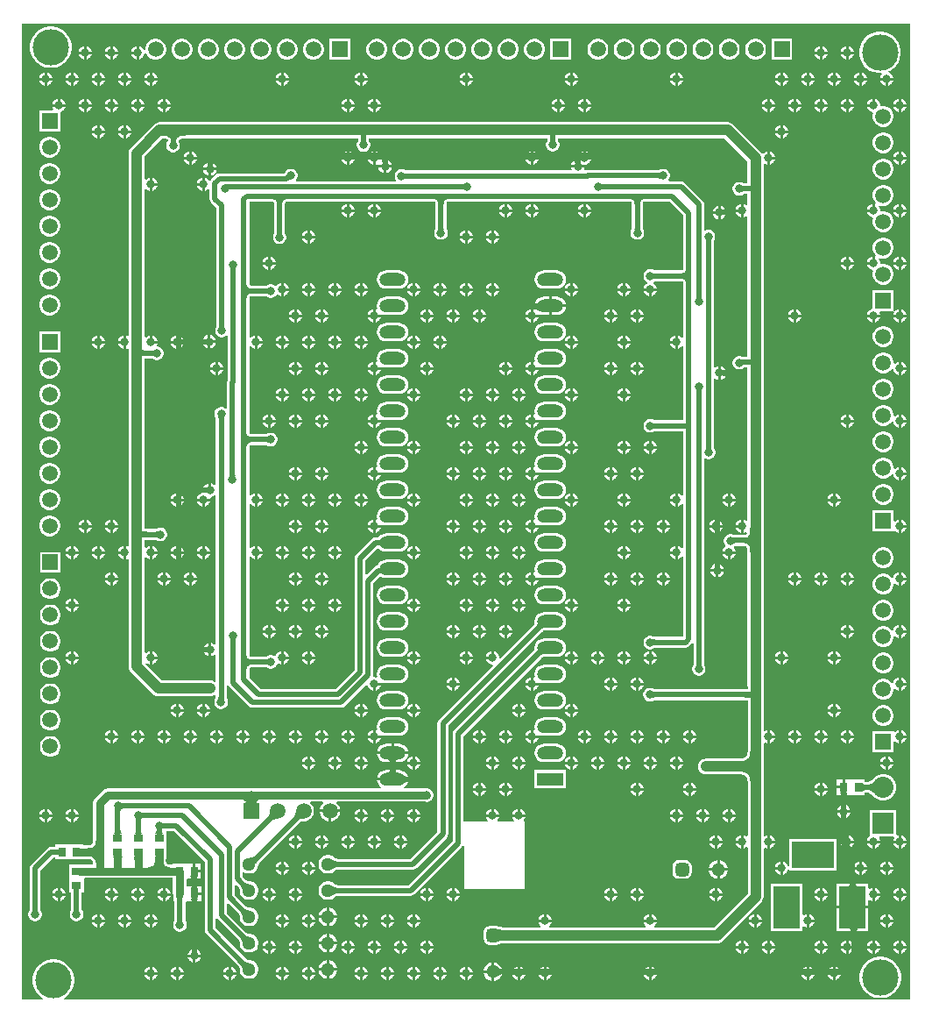
<source format=gbl>
G04*
G04 #@! TF.GenerationSoftware,Altium Limited,Altium Designer,22.7.1 (60)*
G04*
G04 Layer_Physical_Order=2*
G04 Layer_Color=16711680*
%FSLAX24Y24*%
%MOIN*%
G70*
G04*
G04 #@! TF.SameCoordinates,CA99F4AA-E310-4CAD-8695-46E652682A35*
G04*
G04*
G04 #@! TF.FilePolarity,Positive*
G04*
G01*
G75*
%ADD15C,0.0100*%
%ADD26R,0.0374X0.0315*%
%ADD28R,0.0315X0.0374*%
%ADD62C,0.0200*%
%ADD64C,0.0400*%
%ADD66C,0.0300*%
%ADD67C,0.0800*%
%ADD68R,0.0800X0.0800*%
%ADD69C,0.0591*%
%ADD70R,0.0591X0.0591*%
%ADD71R,0.0591X0.0591*%
%ADD72R,0.1000X0.1600*%
%ADD73R,0.1600X0.1000*%
%ADD74C,0.1380*%
%ADD75R,0.1000X0.0500*%
%ADD76O,0.1000X0.0500*%
%ADD77C,0.0512*%
G04:AMPARAMS|DCode=78|XSize=51.2mil|YSize=51.2mil|CornerRadius=12.8mil|HoleSize=0mil|Usage=FLASHONLY|Rotation=180.000|XOffset=0mil|YOffset=0mil|HoleType=Round|Shape=RoundedRectangle|*
%AMROUNDEDRECTD78*
21,1,0.0512,0.0256,0,0,180.0*
21,1,0.0256,0.0512,0,0,180.0*
1,1,0.0256,-0.0128,0.0128*
1,1,0.0256,0.0128,0.0128*
1,1,0.0256,0.0128,-0.0128*
1,1,0.0256,-0.0128,-0.0128*
%
%ADD78ROUNDEDRECTD78*%
G04:AMPARAMS|DCode=79|XSize=51.2mil|YSize=51.2mil|CornerRadius=12.8mil|HoleSize=0mil|Usage=FLASHONLY|Rotation=90.000|XOffset=0mil|YOffset=0mil|HoleType=Round|Shape=RoundedRectangle|*
%AMROUNDEDRECTD79*
21,1,0.0512,0.0256,0,0,90.0*
21,1,0.0256,0.0512,0,0,90.0*
1,1,0.0256,0.0128,0.0128*
1,1,0.0256,0.0128,-0.0128*
1,1,0.0256,-0.0128,-0.0128*
1,1,0.0256,-0.0128,0.0128*
%
%ADD79ROUNDEDRECTD79*%
%ADD80C,0.0315*%
G36*
X57887Y13001D02*
X25694D01*
X25679Y13051D01*
X25792Y13126D01*
X25902Y13236D01*
X25988Y13366D01*
X26048Y13510D01*
X26078Y13662D01*
Y13818D01*
X26048Y13971D01*
X25988Y14114D01*
X25902Y14244D01*
X25792Y14354D01*
X25662Y14440D01*
X25518Y14500D01*
X25366Y14530D01*
X25210D01*
X25057Y14500D01*
X24914Y14440D01*
X24784Y14354D01*
X24674Y14244D01*
X24588Y14114D01*
X24528Y13971D01*
X24498Y13818D01*
Y13662D01*
X24528Y13510D01*
X24588Y13366D01*
X24674Y13236D01*
X24784Y13126D01*
X24897Y13051D01*
X24882Y13001D01*
X24103D01*
Y50097D01*
X57887D01*
X57887Y13001D01*
D02*
G37*
%LPC*%
G36*
X29236Y49531D02*
X29132D01*
X29031Y49505D01*
X28941Y49453D01*
X28868Y49379D01*
X28816Y49289D01*
X28789Y49188D01*
Y49111D01*
X28740Y49099D01*
X28706Y49158D01*
X28658Y49206D01*
X28599Y49240D01*
X28550Y49253D01*
Y49000D01*
Y48747D01*
X28599Y48760D01*
X28658Y48794D01*
X28706Y48842D01*
X28740Y48901D01*
X28757Y48966D01*
Y49007D01*
X28807Y49014D01*
X28816Y48984D01*
X28868Y48893D01*
X28941Y48820D01*
X29031Y48768D01*
X29132Y48741D01*
X29236D01*
X29336Y48768D01*
X29427Y48820D01*
X29500Y48893D01*
X29552Y48984D01*
X29579Y49084D01*
Y49188D01*
X29552Y49289D01*
X29500Y49379D01*
X29427Y49453D01*
X29336Y49505D01*
X29236Y49531D01*
D02*
G37*
G36*
X55550Y49253D02*
Y49050D01*
X55753D01*
X55740Y49099D01*
X55706Y49158D01*
X55658Y49206D01*
X55599Y49240D01*
X55550Y49253D01*
D02*
G37*
G36*
X55450D02*
X55401Y49240D01*
X55342Y49206D01*
X55294Y49158D01*
X55260Y49099D01*
X55247Y49050D01*
X55450D01*
Y49253D01*
D02*
G37*
G36*
X54550D02*
Y49050D01*
X54753D01*
X54740Y49099D01*
X54706Y49158D01*
X54658Y49206D01*
X54599Y49240D01*
X54550Y49253D01*
D02*
G37*
G36*
X54450D02*
X54401Y49240D01*
X54342Y49206D01*
X54294Y49158D01*
X54260Y49099D01*
X54247Y49050D01*
X54450D01*
Y49253D01*
D02*
G37*
G36*
X28450D02*
X28401Y49240D01*
X28342Y49206D01*
X28294Y49158D01*
X28260Y49099D01*
X28247Y49050D01*
X28450D01*
Y49253D01*
D02*
G37*
G36*
X27550D02*
Y49050D01*
X27753D01*
X27740Y49099D01*
X27706Y49158D01*
X27658Y49206D01*
X27599Y49240D01*
X27550Y49253D01*
D02*
G37*
G36*
X27450D02*
X27401Y49240D01*
X27342Y49206D01*
X27294Y49158D01*
X27260Y49099D01*
X27247Y49050D01*
X27450D01*
Y49253D01*
D02*
G37*
G36*
X26550D02*
Y49050D01*
X26753D01*
X26740Y49099D01*
X26706Y49158D01*
X26658Y49206D01*
X26599Y49240D01*
X26550Y49253D01*
D02*
G37*
G36*
X26450D02*
X26401Y49240D01*
X26342Y49206D01*
X26294Y49158D01*
X26260Y49099D01*
X26247Y49050D01*
X26450D01*
Y49253D01*
D02*
G37*
G36*
X55753Y48950D02*
X55550D01*
Y48747D01*
X55599Y48760D01*
X55658Y48794D01*
X55706Y48842D01*
X55740Y48901D01*
X55753Y48950D01*
D02*
G37*
G36*
X55450D02*
X55247D01*
X55260Y48901D01*
X55294Y48842D01*
X55342Y48794D01*
X55401Y48760D01*
X55450Y48747D01*
Y48950D01*
D02*
G37*
G36*
X54753D02*
X54550D01*
Y48747D01*
X54599Y48760D01*
X54658Y48794D01*
X54706Y48842D01*
X54740Y48901D01*
X54753Y48950D01*
D02*
G37*
G36*
X54450D02*
X54247D01*
X54260Y48901D01*
X54294Y48842D01*
X54342Y48794D01*
X54401Y48760D01*
X54450Y48747D01*
Y48950D01*
D02*
G37*
G36*
X28450D02*
X28247D01*
X28260Y48901D01*
X28294Y48842D01*
X28342Y48794D01*
X28401Y48760D01*
X28450Y48747D01*
Y48950D01*
D02*
G37*
G36*
X27753D02*
X27550D01*
Y48747D01*
X27599Y48760D01*
X27658Y48794D01*
X27706Y48842D01*
X27740Y48901D01*
X27753Y48950D01*
D02*
G37*
G36*
X27450D02*
X27247D01*
X27260Y48901D01*
X27294Y48842D01*
X27342Y48794D01*
X27401Y48760D01*
X27450Y48747D01*
Y48950D01*
D02*
G37*
G36*
X26753D02*
X26550D01*
Y48747D01*
X26599Y48760D01*
X26658Y48794D01*
X26706Y48842D01*
X26740Y48901D01*
X26753Y48950D01*
D02*
G37*
G36*
X26450D02*
X26247D01*
X26260Y48901D01*
X26294Y48842D01*
X26342Y48794D01*
X26401Y48760D01*
X26450Y48747D01*
Y48950D01*
D02*
G37*
G36*
X44992Y49533D02*
X44201D01*
Y48743D01*
X44992D01*
Y49533D01*
D02*
G37*
G36*
X43649D02*
X43544D01*
X43444Y49506D01*
X43354Y49454D01*
X43280Y49381D01*
X43228Y49291D01*
X43201Y49190D01*
Y49086D01*
X43228Y48986D01*
X43280Y48895D01*
X43354Y48822D01*
X43444Y48770D01*
X43544Y48743D01*
X43649D01*
X43749Y48770D01*
X43839Y48822D01*
X43913Y48895D01*
X43965Y48986D01*
X43992Y49086D01*
Y49190D01*
X43965Y49291D01*
X43913Y49381D01*
X43839Y49454D01*
X43749Y49506D01*
X43649Y49533D01*
D02*
G37*
G36*
X42649D02*
X42544D01*
X42444Y49506D01*
X42354Y49454D01*
X42280Y49381D01*
X42228Y49291D01*
X42201Y49190D01*
Y49086D01*
X42228Y48986D01*
X42280Y48895D01*
X42354Y48822D01*
X42444Y48770D01*
X42544Y48743D01*
X42649D01*
X42749Y48770D01*
X42839Y48822D01*
X42913Y48895D01*
X42965Y48986D01*
X42992Y49086D01*
Y49190D01*
X42965Y49291D01*
X42913Y49381D01*
X42839Y49454D01*
X42749Y49506D01*
X42649Y49533D01*
D02*
G37*
G36*
X41649D02*
X41544D01*
X41444Y49506D01*
X41354Y49454D01*
X41280Y49381D01*
X41228Y49291D01*
X41201Y49190D01*
Y49086D01*
X41228Y48986D01*
X41280Y48895D01*
X41354Y48822D01*
X41444Y48770D01*
X41544Y48743D01*
X41649D01*
X41749Y48770D01*
X41839Y48822D01*
X41913Y48895D01*
X41965Y48986D01*
X41992Y49086D01*
Y49190D01*
X41965Y49291D01*
X41913Y49381D01*
X41839Y49454D01*
X41749Y49506D01*
X41649Y49533D01*
D02*
G37*
G36*
X40649D02*
X40544D01*
X40444Y49506D01*
X40354Y49454D01*
X40280Y49381D01*
X40228Y49291D01*
X40201Y49190D01*
Y49086D01*
X40228Y48986D01*
X40280Y48895D01*
X40354Y48822D01*
X40444Y48770D01*
X40544Y48743D01*
X40649D01*
X40749Y48770D01*
X40839Y48822D01*
X40913Y48895D01*
X40965Y48986D01*
X40992Y49086D01*
Y49190D01*
X40965Y49291D01*
X40913Y49381D01*
X40839Y49454D01*
X40749Y49506D01*
X40649Y49533D01*
D02*
G37*
G36*
X39649D02*
X39544D01*
X39444Y49506D01*
X39354Y49454D01*
X39280Y49381D01*
X39228Y49291D01*
X39201Y49190D01*
Y49086D01*
X39228Y48986D01*
X39280Y48895D01*
X39354Y48822D01*
X39444Y48770D01*
X39544Y48743D01*
X39649D01*
X39749Y48770D01*
X39839Y48822D01*
X39913Y48895D01*
X39965Y48986D01*
X39992Y49086D01*
Y49190D01*
X39965Y49291D01*
X39913Y49381D01*
X39839Y49454D01*
X39749Y49506D01*
X39649Y49533D01*
D02*
G37*
G36*
X38649D02*
X38544D01*
X38444Y49506D01*
X38354Y49454D01*
X38280Y49381D01*
X38228Y49291D01*
X38201Y49190D01*
Y49086D01*
X38228Y48986D01*
X38280Y48895D01*
X38354Y48822D01*
X38444Y48770D01*
X38544Y48743D01*
X38649D01*
X38749Y48770D01*
X38839Y48822D01*
X38913Y48895D01*
X38965Y48986D01*
X38992Y49086D01*
Y49190D01*
X38965Y49291D01*
X38913Y49381D01*
X38839Y49454D01*
X38749Y49506D01*
X38649Y49533D01*
D02*
G37*
G36*
X37649D02*
X37544D01*
X37444Y49506D01*
X37354Y49454D01*
X37280Y49381D01*
X37228Y49291D01*
X37201Y49190D01*
Y49086D01*
X37228Y48986D01*
X37280Y48895D01*
X37354Y48822D01*
X37444Y48770D01*
X37544Y48743D01*
X37649D01*
X37749Y48770D01*
X37839Y48822D01*
X37913Y48895D01*
X37965Y48986D01*
X37992Y49086D01*
Y49190D01*
X37965Y49291D01*
X37913Y49381D01*
X37839Y49454D01*
X37749Y49506D01*
X37649Y49533D01*
D02*
G37*
G36*
X53404Y49531D02*
X52614D01*
Y48741D01*
X53404D01*
Y49531D01*
D02*
G37*
G36*
X52061D02*
X51957D01*
X51857Y49505D01*
X51766Y49453D01*
X51693Y49379D01*
X51641Y49289D01*
X51614Y49188D01*
Y49084D01*
X51641Y48984D01*
X51693Y48893D01*
X51766Y48820D01*
X51857Y48768D01*
X51957Y48741D01*
X52061D01*
X52162Y48768D01*
X52252Y48820D01*
X52325Y48893D01*
X52378Y48984D01*
X52404Y49084D01*
Y49188D01*
X52378Y49289D01*
X52325Y49379D01*
X52252Y49453D01*
X52162Y49505D01*
X52061Y49531D01*
D02*
G37*
G36*
X51061D02*
X50957D01*
X50857Y49505D01*
X50766Y49453D01*
X50693Y49379D01*
X50641Y49289D01*
X50614Y49188D01*
Y49084D01*
X50641Y48984D01*
X50693Y48893D01*
X50766Y48820D01*
X50857Y48768D01*
X50957Y48741D01*
X51061D01*
X51162Y48768D01*
X51252Y48820D01*
X51325Y48893D01*
X51378Y48984D01*
X51404Y49084D01*
Y49188D01*
X51378Y49289D01*
X51325Y49379D01*
X51252Y49453D01*
X51162Y49505D01*
X51061Y49531D01*
D02*
G37*
G36*
X50061D02*
X49957D01*
X49857Y49505D01*
X49766Y49453D01*
X49693Y49379D01*
X49641Y49289D01*
X49614Y49188D01*
Y49084D01*
X49641Y48984D01*
X49693Y48893D01*
X49766Y48820D01*
X49857Y48768D01*
X49957Y48741D01*
X50061D01*
X50162Y48768D01*
X50252Y48820D01*
X50325Y48893D01*
X50378Y48984D01*
X50404Y49084D01*
Y49188D01*
X50378Y49289D01*
X50325Y49379D01*
X50252Y49453D01*
X50162Y49505D01*
X50061Y49531D01*
D02*
G37*
G36*
X49061D02*
X48957D01*
X48857Y49505D01*
X48766Y49453D01*
X48693Y49379D01*
X48641Y49289D01*
X48614Y49188D01*
Y49084D01*
X48641Y48984D01*
X48693Y48893D01*
X48766Y48820D01*
X48857Y48768D01*
X48957Y48741D01*
X49061D01*
X49162Y48768D01*
X49252Y48820D01*
X49325Y48893D01*
X49378Y48984D01*
X49404Y49084D01*
Y49188D01*
X49378Y49289D01*
X49325Y49379D01*
X49252Y49453D01*
X49162Y49505D01*
X49061Y49531D01*
D02*
G37*
G36*
X48061D02*
X47957D01*
X47857Y49505D01*
X47766Y49453D01*
X47693Y49379D01*
X47641Y49289D01*
X47614Y49188D01*
Y49084D01*
X47641Y48984D01*
X47693Y48893D01*
X47766Y48820D01*
X47857Y48768D01*
X47957Y48741D01*
X48061D01*
X48162Y48768D01*
X48252Y48820D01*
X48325Y48893D01*
X48378Y48984D01*
X48404Y49084D01*
Y49188D01*
X48378Y49289D01*
X48325Y49379D01*
X48252Y49453D01*
X48162Y49505D01*
X48061Y49531D01*
D02*
G37*
G36*
X47061D02*
X46957D01*
X46857Y49505D01*
X46766Y49453D01*
X46693Y49379D01*
X46641Y49289D01*
X46614Y49188D01*
Y49084D01*
X46641Y48984D01*
X46693Y48893D01*
X46766Y48820D01*
X46857Y48768D01*
X46957Y48741D01*
X47061D01*
X47162Y48768D01*
X47252Y48820D01*
X47325Y48893D01*
X47378Y48984D01*
X47404Y49084D01*
Y49188D01*
X47378Y49289D01*
X47325Y49379D01*
X47252Y49453D01*
X47162Y49505D01*
X47061Y49531D01*
D02*
G37*
G36*
X46061D02*
X45957D01*
X45857Y49505D01*
X45766Y49453D01*
X45693Y49379D01*
X45641Y49289D01*
X45614Y49188D01*
Y49084D01*
X45641Y48984D01*
X45693Y48893D01*
X45766Y48820D01*
X45857Y48768D01*
X45957Y48741D01*
X46061D01*
X46162Y48768D01*
X46252Y48820D01*
X46325Y48893D01*
X46378Y48984D01*
X46404Y49084D01*
Y49188D01*
X46378Y49289D01*
X46325Y49379D01*
X46252Y49453D01*
X46162Y49505D01*
X46061Y49531D01*
D02*
G37*
G36*
X36579D02*
X35789D01*
Y48741D01*
X36579D01*
Y49531D01*
D02*
G37*
G36*
X35236D02*
X35132D01*
X35031Y49505D01*
X34941Y49453D01*
X34868Y49379D01*
X34815Y49289D01*
X34789Y49188D01*
Y49084D01*
X34815Y48984D01*
X34868Y48893D01*
X34941Y48820D01*
X35031Y48768D01*
X35132Y48741D01*
X35236D01*
X35336Y48768D01*
X35427Y48820D01*
X35500Y48893D01*
X35552Y48984D01*
X35579Y49084D01*
Y49188D01*
X35552Y49289D01*
X35500Y49379D01*
X35427Y49453D01*
X35336Y49505D01*
X35236Y49531D01*
D02*
G37*
G36*
X34236D02*
X34132D01*
X34031Y49505D01*
X33941Y49453D01*
X33868Y49379D01*
X33816Y49289D01*
X33789Y49188D01*
Y49084D01*
X33816Y48984D01*
X33868Y48893D01*
X33941Y48820D01*
X34031Y48768D01*
X34132Y48741D01*
X34236D01*
X34336Y48768D01*
X34427Y48820D01*
X34500Y48893D01*
X34552Y48984D01*
X34579Y49084D01*
Y49188D01*
X34552Y49289D01*
X34500Y49379D01*
X34427Y49453D01*
X34336Y49505D01*
X34236Y49531D01*
D02*
G37*
G36*
X33236D02*
X33132D01*
X33031Y49505D01*
X32941Y49453D01*
X32868Y49379D01*
X32815Y49289D01*
X32789Y49188D01*
Y49084D01*
X32815Y48984D01*
X32868Y48893D01*
X32941Y48820D01*
X33031Y48768D01*
X33132Y48741D01*
X33236D01*
X33336Y48768D01*
X33427Y48820D01*
X33500Y48893D01*
X33552Y48984D01*
X33579Y49084D01*
Y49188D01*
X33552Y49289D01*
X33500Y49379D01*
X33427Y49453D01*
X33336Y49505D01*
X33236Y49531D01*
D02*
G37*
G36*
X32236D02*
X32132D01*
X32031Y49505D01*
X31941Y49453D01*
X31868Y49379D01*
X31816Y49289D01*
X31789Y49188D01*
Y49084D01*
X31816Y48984D01*
X31868Y48893D01*
X31941Y48820D01*
X32031Y48768D01*
X32132Y48741D01*
X32236D01*
X32336Y48768D01*
X32427Y48820D01*
X32500Y48893D01*
X32552Y48984D01*
X32579Y49084D01*
Y49188D01*
X32552Y49289D01*
X32500Y49379D01*
X32427Y49453D01*
X32336Y49505D01*
X32236Y49531D01*
D02*
G37*
G36*
X31236D02*
X31132D01*
X31031Y49505D01*
X30941Y49453D01*
X30868Y49379D01*
X30815Y49289D01*
X30789Y49188D01*
Y49084D01*
X30815Y48984D01*
X30868Y48893D01*
X30941Y48820D01*
X31031Y48768D01*
X31132Y48741D01*
X31236D01*
X31336Y48768D01*
X31427Y48820D01*
X31500Y48893D01*
X31552Y48984D01*
X31579Y49084D01*
Y49188D01*
X31552Y49289D01*
X31500Y49379D01*
X31427Y49453D01*
X31336Y49505D01*
X31236Y49531D01*
D02*
G37*
G36*
X30236D02*
X30132D01*
X30031Y49505D01*
X29941Y49453D01*
X29868Y49379D01*
X29815Y49289D01*
X29789Y49188D01*
Y49084D01*
X29815Y48984D01*
X29868Y48893D01*
X29941Y48820D01*
X30031Y48768D01*
X30132Y48741D01*
X30236D01*
X30336Y48768D01*
X30427Y48820D01*
X30500Y48893D01*
X30552Y48984D01*
X30579Y49084D01*
Y49188D01*
X30552Y49289D01*
X30500Y49379D01*
X30427Y49453D01*
X30336Y49505D01*
X30236Y49531D01*
D02*
G37*
G36*
X25271Y50005D02*
X25115D01*
X24962Y49975D01*
X24819Y49915D01*
X24689Y49829D01*
X24579Y49719D01*
X24493Y49589D01*
X24433Y49445D01*
X24403Y49293D01*
Y49137D01*
X24433Y48985D01*
X24493Y48841D01*
X24579Y48711D01*
X24689Y48601D01*
X24819Y48515D01*
X24962Y48455D01*
X25115Y48425D01*
X25271D01*
X25423Y48455D01*
X25567Y48515D01*
X25696Y48601D01*
X25806Y48711D01*
X25893Y48841D01*
X25952Y48985D01*
X25983Y49137D01*
Y49293D01*
X25952Y49445D01*
X25893Y49589D01*
X25806Y49719D01*
X25696Y49829D01*
X25567Y49915D01*
X25423Y49975D01*
X25271Y50005D01*
D02*
G37*
G36*
X56822Y49808D02*
X56666D01*
X56514Y49778D01*
X56370Y49718D01*
X56241Y49632D01*
X56131Y49522D01*
X56044Y49392D01*
X55985Y49249D01*
X55954Y49096D01*
Y48940D01*
X55985Y48788D01*
X56044Y48644D01*
X56131Y48514D01*
X56241Y48404D01*
X56370Y48318D01*
X56514Y48258D01*
X56666Y48228D01*
X56793D01*
X56814Y48178D01*
X56794Y48158D01*
X56760Y48099D01*
X56747Y48050D01*
X57253D01*
X57240Y48099D01*
X57206Y48158D01*
X57158Y48206D01*
X57099Y48240D01*
X57076Y48246D01*
X57072Y48299D01*
X57118Y48318D01*
X57248Y48404D01*
X57358Y48514D01*
X57444Y48644D01*
X57504Y48788D01*
X57534Y48940D01*
Y49096D01*
X57504Y49249D01*
X57444Y49392D01*
X57358Y49522D01*
X57248Y49632D01*
X57118Y49718D01*
X56975Y49778D01*
X56822Y49808D01*
D02*
G37*
G36*
X56050Y48253D02*
Y48050D01*
X56253D01*
X56240Y48099D01*
X56206Y48158D01*
X56158Y48206D01*
X56099Y48240D01*
X56050Y48253D01*
D02*
G37*
G36*
X55950D02*
X55901Y48240D01*
X55842Y48206D01*
X55794Y48158D01*
X55760Y48099D01*
X55747Y48050D01*
X55950D01*
Y48253D01*
D02*
G37*
G36*
X55050D02*
Y48050D01*
X55253D01*
X55240Y48099D01*
X55206Y48158D01*
X55158Y48206D01*
X55099Y48240D01*
X55050Y48253D01*
D02*
G37*
G36*
X54950D02*
X54901Y48240D01*
X54842Y48206D01*
X54794Y48158D01*
X54760Y48099D01*
X54747Y48050D01*
X54950D01*
Y48253D01*
D02*
G37*
G36*
X54050D02*
Y48050D01*
X54253D01*
X54240Y48099D01*
X54206Y48158D01*
X54158Y48206D01*
X54099Y48240D01*
X54050Y48253D01*
D02*
G37*
G36*
X53950D02*
X53901Y48240D01*
X53842Y48206D01*
X53794Y48158D01*
X53760Y48099D01*
X53747Y48050D01*
X53950D01*
Y48253D01*
D02*
G37*
G36*
X53050D02*
Y48050D01*
X53253D01*
X53240Y48099D01*
X53206Y48158D01*
X53158Y48206D01*
X53099Y48240D01*
X53050Y48253D01*
D02*
G37*
G36*
X52950D02*
X52901Y48240D01*
X52842Y48206D01*
X52794Y48158D01*
X52760Y48099D01*
X52747Y48050D01*
X52950D01*
Y48253D01*
D02*
G37*
G36*
X49050D02*
Y48050D01*
X49253D01*
X49240Y48099D01*
X49206Y48158D01*
X49158Y48206D01*
X49099Y48240D01*
X49050Y48253D01*
D02*
G37*
G36*
X48950D02*
X48901Y48240D01*
X48842Y48206D01*
X48794Y48158D01*
X48760Y48099D01*
X48747Y48050D01*
X48950D01*
Y48253D01*
D02*
G37*
G36*
X45050D02*
Y48050D01*
X45253D01*
X45240Y48099D01*
X45206Y48158D01*
X45158Y48206D01*
X45099Y48240D01*
X45050Y48253D01*
D02*
G37*
G36*
X44950D02*
X44901Y48240D01*
X44842Y48206D01*
X44794Y48158D01*
X44760Y48099D01*
X44747Y48050D01*
X44950D01*
Y48253D01*
D02*
G37*
G36*
X41050D02*
Y48050D01*
X41253D01*
X41240Y48099D01*
X41206Y48158D01*
X41158Y48206D01*
X41099Y48240D01*
X41050Y48253D01*
D02*
G37*
G36*
X40950D02*
X40901Y48240D01*
X40842Y48206D01*
X40794Y48158D01*
X40760Y48099D01*
X40747Y48050D01*
X40950D01*
Y48253D01*
D02*
G37*
G36*
X37050D02*
Y48050D01*
X37253D01*
X37240Y48099D01*
X37206Y48158D01*
X37158Y48206D01*
X37099Y48240D01*
X37050Y48253D01*
D02*
G37*
G36*
X36950D02*
X36901Y48240D01*
X36842Y48206D01*
X36794Y48158D01*
X36760Y48099D01*
X36747Y48050D01*
X36950D01*
Y48253D01*
D02*
G37*
G36*
X34050D02*
Y48050D01*
X34253D01*
X34240Y48099D01*
X34206Y48158D01*
X34158Y48206D01*
X34099Y48240D01*
X34050Y48253D01*
D02*
G37*
G36*
X33950D02*
X33901Y48240D01*
X33842Y48206D01*
X33794Y48158D01*
X33760Y48099D01*
X33747Y48050D01*
X33950D01*
Y48253D01*
D02*
G37*
G36*
X29050D02*
Y48050D01*
X29253D01*
X29240Y48099D01*
X29206Y48158D01*
X29158Y48206D01*
X29099Y48240D01*
X29050Y48253D01*
D02*
G37*
G36*
X28950D02*
X28901Y48240D01*
X28842Y48206D01*
X28794Y48158D01*
X28760Y48099D01*
X28747Y48050D01*
X28950D01*
Y48253D01*
D02*
G37*
G36*
X28050D02*
Y48050D01*
X28253D01*
X28240Y48099D01*
X28206Y48158D01*
X28158Y48206D01*
X28099Y48240D01*
X28050Y48253D01*
D02*
G37*
G36*
X27950D02*
X27901Y48240D01*
X27842Y48206D01*
X27794Y48158D01*
X27760Y48099D01*
X27747Y48050D01*
X27950D01*
Y48253D01*
D02*
G37*
G36*
X27050D02*
Y48050D01*
X27253D01*
X27240Y48099D01*
X27206Y48158D01*
X27158Y48206D01*
X27099Y48240D01*
X27050Y48253D01*
D02*
G37*
G36*
X26950D02*
X26901Y48240D01*
X26842Y48206D01*
X26794Y48158D01*
X26760Y48099D01*
X26747Y48050D01*
X26950D01*
Y48253D01*
D02*
G37*
G36*
X26050D02*
Y48050D01*
X26253D01*
X26240Y48099D01*
X26206Y48158D01*
X26158Y48206D01*
X26099Y48240D01*
X26050Y48253D01*
D02*
G37*
G36*
X25950D02*
X25901Y48240D01*
X25842Y48206D01*
X25794Y48158D01*
X25760Y48099D01*
X25747Y48050D01*
X25950D01*
Y48253D01*
D02*
G37*
G36*
X25050D02*
Y48050D01*
X25253D01*
X25240Y48099D01*
X25206Y48158D01*
X25158Y48206D01*
X25099Y48240D01*
X25050Y48253D01*
D02*
G37*
G36*
X24950D02*
X24901Y48240D01*
X24842Y48206D01*
X24794Y48158D01*
X24760Y48099D01*
X24747Y48050D01*
X24950D01*
Y48253D01*
D02*
G37*
G36*
X57253Y47950D02*
X57050D01*
Y47747D01*
X57099Y47760D01*
X57158Y47794D01*
X57206Y47842D01*
X57240Y47901D01*
X57253Y47950D01*
D02*
G37*
G36*
X56950D02*
X56747D01*
X56760Y47901D01*
X56794Y47842D01*
X56842Y47794D01*
X56901Y47760D01*
X56950Y47747D01*
Y47950D01*
D02*
G37*
G36*
X56253D02*
X56050D01*
Y47747D01*
X56099Y47760D01*
X56158Y47794D01*
X56206Y47842D01*
X56240Y47901D01*
X56253Y47950D01*
D02*
G37*
G36*
X55950D02*
X55747D01*
X55760Y47901D01*
X55794Y47842D01*
X55842Y47794D01*
X55901Y47760D01*
X55950Y47747D01*
Y47950D01*
D02*
G37*
G36*
X55253D02*
X55050D01*
Y47747D01*
X55099Y47760D01*
X55158Y47794D01*
X55206Y47842D01*
X55240Y47901D01*
X55253Y47950D01*
D02*
G37*
G36*
X54950D02*
X54747D01*
X54760Y47901D01*
X54794Y47842D01*
X54842Y47794D01*
X54901Y47760D01*
X54950Y47747D01*
Y47950D01*
D02*
G37*
G36*
X54253D02*
X54050D01*
Y47747D01*
X54099Y47760D01*
X54158Y47794D01*
X54206Y47842D01*
X54240Y47901D01*
X54253Y47950D01*
D02*
G37*
G36*
X53950D02*
X53747D01*
X53760Y47901D01*
X53794Y47842D01*
X53842Y47794D01*
X53901Y47760D01*
X53950Y47747D01*
Y47950D01*
D02*
G37*
G36*
X53253D02*
X53050D01*
Y47747D01*
X53099Y47760D01*
X53158Y47794D01*
X53206Y47842D01*
X53240Y47901D01*
X53253Y47950D01*
D02*
G37*
G36*
X52950D02*
X52747D01*
X52760Y47901D01*
X52794Y47842D01*
X52842Y47794D01*
X52901Y47760D01*
X52950Y47747D01*
Y47950D01*
D02*
G37*
G36*
X49253D02*
X49050D01*
Y47747D01*
X49099Y47760D01*
X49158Y47794D01*
X49206Y47842D01*
X49240Y47901D01*
X49253Y47950D01*
D02*
G37*
G36*
X48950D02*
X48747D01*
X48760Y47901D01*
X48794Y47842D01*
X48842Y47794D01*
X48901Y47760D01*
X48950Y47747D01*
Y47950D01*
D02*
G37*
G36*
X45253D02*
X45050D01*
Y47747D01*
X45099Y47760D01*
X45158Y47794D01*
X45206Y47842D01*
X45240Y47901D01*
X45253Y47950D01*
D02*
G37*
G36*
X44950D02*
X44747D01*
X44760Y47901D01*
X44794Y47842D01*
X44842Y47794D01*
X44901Y47760D01*
X44950Y47747D01*
Y47950D01*
D02*
G37*
G36*
X41253D02*
X41050D01*
Y47747D01*
X41099Y47760D01*
X41158Y47794D01*
X41206Y47842D01*
X41240Y47901D01*
X41253Y47950D01*
D02*
G37*
G36*
X40950D02*
X40747D01*
X40760Y47901D01*
X40794Y47842D01*
X40842Y47794D01*
X40901Y47760D01*
X40950Y47747D01*
Y47950D01*
D02*
G37*
G36*
X37253D02*
X37050D01*
Y47747D01*
X37099Y47760D01*
X37158Y47794D01*
X37206Y47842D01*
X37240Y47901D01*
X37253Y47950D01*
D02*
G37*
G36*
X36950D02*
X36747D01*
X36760Y47901D01*
X36794Y47842D01*
X36842Y47794D01*
X36901Y47760D01*
X36950Y47747D01*
Y47950D01*
D02*
G37*
G36*
X34253D02*
X34050D01*
Y47747D01*
X34099Y47760D01*
X34158Y47794D01*
X34206Y47842D01*
X34240Y47901D01*
X34253Y47950D01*
D02*
G37*
G36*
X33950D02*
X33747D01*
X33760Y47901D01*
X33794Y47842D01*
X33842Y47794D01*
X33901Y47760D01*
X33950Y47747D01*
Y47950D01*
D02*
G37*
G36*
X29253D02*
X29050D01*
Y47747D01*
X29099Y47760D01*
X29158Y47794D01*
X29206Y47842D01*
X29240Y47901D01*
X29253Y47950D01*
D02*
G37*
G36*
X28950D02*
X28747D01*
X28760Y47901D01*
X28794Y47842D01*
X28842Y47794D01*
X28901Y47760D01*
X28950Y47747D01*
Y47950D01*
D02*
G37*
G36*
X28253D02*
X28050D01*
Y47747D01*
X28099Y47760D01*
X28158Y47794D01*
X28206Y47842D01*
X28240Y47901D01*
X28253Y47950D01*
D02*
G37*
G36*
X27950D02*
X27747D01*
X27760Y47901D01*
X27794Y47842D01*
X27842Y47794D01*
X27901Y47760D01*
X27950Y47747D01*
Y47950D01*
D02*
G37*
G36*
X27253D02*
X27050D01*
Y47747D01*
X27099Y47760D01*
X27158Y47794D01*
X27206Y47842D01*
X27240Y47901D01*
X27253Y47950D01*
D02*
G37*
G36*
X26950D02*
X26747D01*
X26760Y47901D01*
X26794Y47842D01*
X26842Y47794D01*
X26901Y47760D01*
X26950Y47747D01*
Y47950D01*
D02*
G37*
G36*
X26253D02*
X26050D01*
Y47747D01*
X26099Y47760D01*
X26158Y47794D01*
X26206Y47842D01*
X26240Y47901D01*
X26253Y47950D01*
D02*
G37*
G36*
X25950D02*
X25747D01*
X25760Y47901D01*
X25794Y47842D01*
X25842Y47794D01*
X25901Y47760D01*
X25950Y47747D01*
Y47950D01*
D02*
G37*
G36*
X25253D02*
X25050D01*
Y47747D01*
X25099Y47760D01*
X25158Y47794D01*
X25206Y47842D01*
X25240Y47901D01*
X25253Y47950D01*
D02*
G37*
G36*
X24950D02*
X24747D01*
X24760Y47901D01*
X24794Y47842D01*
X24842Y47794D01*
X24901Y47760D01*
X24950Y47747D01*
Y47950D01*
D02*
G37*
G36*
X57550Y47253D02*
Y47050D01*
X57753D01*
X57740Y47099D01*
X57706Y47158D01*
X57658Y47206D01*
X57599Y47240D01*
X57550Y47253D01*
D02*
G37*
G36*
X57450D02*
X57401Y47240D01*
X57342Y47206D01*
X57294Y47158D01*
X57260Y47099D01*
X57247Y47050D01*
X57450D01*
Y47253D01*
D02*
G37*
G36*
X56450D02*
X56401Y47240D01*
X56342Y47206D01*
X56294Y47158D01*
X56260Y47099D01*
X56247Y47050D01*
X56450D01*
Y47253D01*
D02*
G37*
G36*
X55550D02*
Y47050D01*
X55753D01*
X55740Y47099D01*
X55706Y47158D01*
X55658Y47206D01*
X55599Y47240D01*
X55550Y47253D01*
D02*
G37*
G36*
X55450D02*
X55401Y47240D01*
X55342Y47206D01*
X55294Y47158D01*
X55260Y47099D01*
X55247Y47050D01*
X55450D01*
Y47253D01*
D02*
G37*
G36*
X54550D02*
Y47050D01*
X54753D01*
X54740Y47099D01*
X54706Y47158D01*
X54658Y47206D01*
X54599Y47240D01*
X54550Y47253D01*
D02*
G37*
G36*
X54450D02*
X54401Y47240D01*
X54342Y47206D01*
X54294Y47158D01*
X54260Y47099D01*
X54247Y47050D01*
X54450D01*
Y47253D01*
D02*
G37*
G36*
X53550D02*
Y47050D01*
X53753D01*
X53740Y47099D01*
X53706Y47158D01*
X53658Y47206D01*
X53599Y47240D01*
X53550Y47253D01*
D02*
G37*
G36*
X53450D02*
X53401Y47240D01*
X53342Y47206D01*
X53294Y47158D01*
X53260Y47099D01*
X53247Y47050D01*
X53450D01*
Y47253D01*
D02*
G37*
G36*
X52550D02*
Y47050D01*
X52753D01*
X52740Y47099D01*
X52706Y47158D01*
X52658Y47206D01*
X52599Y47240D01*
X52550Y47253D01*
D02*
G37*
G36*
X52450D02*
X52401Y47240D01*
X52342Y47206D01*
X52294Y47158D01*
X52260Y47099D01*
X52247Y47050D01*
X52450D01*
Y47253D01*
D02*
G37*
G36*
X45550D02*
Y47050D01*
X45753D01*
X45740Y47099D01*
X45706Y47158D01*
X45658Y47206D01*
X45599Y47240D01*
X45550Y47253D01*
D02*
G37*
G36*
X45450D02*
X45401Y47240D01*
X45342Y47206D01*
X45294Y47158D01*
X45260Y47099D01*
X45247Y47050D01*
X45450D01*
Y47253D01*
D02*
G37*
G36*
X44550D02*
Y47050D01*
X44753D01*
X44740Y47099D01*
X44706Y47158D01*
X44658Y47206D01*
X44599Y47240D01*
X44550Y47253D01*
D02*
G37*
G36*
X44450D02*
X44401Y47240D01*
X44342Y47206D01*
X44294Y47158D01*
X44260Y47099D01*
X44247Y47050D01*
X44450D01*
Y47253D01*
D02*
G37*
G36*
X37550D02*
Y47050D01*
X37753D01*
X37740Y47099D01*
X37706Y47158D01*
X37658Y47206D01*
X37599Y47240D01*
X37550Y47253D01*
D02*
G37*
G36*
X37450D02*
X37401Y47240D01*
X37342Y47206D01*
X37294Y47158D01*
X37260Y47099D01*
X37247Y47050D01*
X37450D01*
Y47253D01*
D02*
G37*
G36*
X36550D02*
Y47050D01*
X36753D01*
X36740Y47099D01*
X36706Y47158D01*
X36658Y47206D01*
X36599Y47240D01*
X36550Y47253D01*
D02*
G37*
G36*
X36450D02*
X36401Y47240D01*
X36342Y47206D01*
X36294Y47158D01*
X36260Y47099D01*
X36247Y47050D01*
X36450D01*
Y47253D01*
D02*
G37*
G36*
X29550D02*
Y47050D01*
X29753D01*
X29740Y47099D01*
X29706Y47158D01*
X29658Y47206D01*
X29599Y47240D01*
X29550Y47253D01*
D02*
G37*
G36*
X29450D02*
X29401Y47240D01*
X29342Y47206D01*
X29294Y47158D01*
X29260Y47099D01*
X29247Y47050D01*
X29450D01*
Y47253D01*
D02*
G37*
G36*
X28550D02*
Y47050D01*
X28753D01*
X28740Y47099D01*
X28706Y47158D01*
X28658Y47206D01*
X28599Y47240D01*
X28550Y47253D01*
D02*
G37*
G36*
X28450D02*
X28401Y47240D01*
X28342Y47206D01*
X28294Y47158D01*
X28260Y47099D01*
X28247Y47050D01*
X28450D01*
Y47253D01*
D02*
G37*
G36*
X27550D02*
Y47050D01*
X27753D01*
X27740Y47099D01*
X27706Y47158D01*
X27658Y47206D01*
X27599Y47240D01*
X27550Y47253D01*
D02*
G37*
G36*
X27450D02*
X27401Y47240D01*
X27342Y47206D01*
X27294Y47158D01*
X27260Y47099D01*
X27247Y47050D01*
X27450D01*
Y47253D01*
D02*
G37*
G36*
X26550D02*
Y47050D01*
X26753D01*
X26740Y47099D01*
X26706Y47158D01*
X26658Y47206D01*
X26599Y47240D01*
X26550Y47253D01*
D02*
G37*
G36*
X26450D02*
X26401Y47240D01*
X26342Y47206D01*
X26294Y47158D01*
X26260Y47099D01*
X26247Y47050D01*
X26450D01*
Y47253D01*
D02*
G37*
G36*
X25550D02*
Y47050D01*
X25753D01*
X25740Y47099D01*
X25706Y47158D01*
X25658Y47206D01*
X25599Y47240D01*
X25550Y47253D01*
D02*
G37*
G36*
X25450D02*
X25401Y47240D01*
X25342Y47206D01*
X25294Y47158D01*
X25260Y47099D01*
X25247Y47050D01*
X25450D01*
Y47253D01*
D02*
G37*
G36*
X57753Y46950D02*
X57550D01*
Y46747D01*
X57599Y46760D01*
X57658Y46794D01*
X57706Y46842D01*
X57740Y46901D01*
X57753Y46950D01*
D02*
G37*
G36*
X57450D02*
X57247D01*
X57260Y46901D01*
X57294Y46842D01*
X57342Y46794D01*
X57401Y46760D01*
X57450Y46747D01*
Y46950D01*
D02*
G37*
G36*
X55753D02*
X55550D01*
Y46747D01*
X55599Y46760D01*
X55658Y46794D01*
X55706Y46842D01*
X55740Y46901D01*
X55753Y46950D01*
D02*
G37*
G36*
X55450D02*
X55247D01*
X55260Y46901D01*
X55294Y46842D01*
X55342Y46794D01*
X55401Y46760D01*
X55450Y46747D01*
Y46950D01*
D02*
G37*
G36*
X54753D02*
X54550D01*
Y46747D01*
X54599Y46760D01*
X54658Y46794D01*
X54706Y46842D01*
X54740Y46901D01*
X54753Y46950D01*
D02*
G37*
G36*
X54450D02*
X54247D01*
X54260Y46901D01*
X54294Y46842D01*
X54342Y46794D01*
X54401Y46760D01*
X54450Y46747D01*
Y46950D01*
D02*
G37*
G36*
X53753D02*
X53550D01*
Y46747D01*
X53599Y46760D01*
X53658Y46794D01*
X53706Y46842D01*
X53740Y46901D01*
X53753Y46950D01*
D02*
G37*
G36*
X53450D02*
X53247D01*
X53260Y46901D01*
X53294Y46842D01*
X53342Y46794D01*
X53401Y46760D01*
X53450Y46747D01*
Y46950D01*
D02*
G37*
G36*
X52753D02*
X52550D01*
Y46747D01*
X52599Y46760D01*
X52658Y46794D01*
X52706Y46842D01*
X52740Y46901D01*
X52753Y46950D01*
D02*
G37*
G36*
X52450D02*
X52247D01*
X52260Y46901D01*
X52294Y46842D01*
X52342Y46794D01*
X52401Y46760D01*
X52450Y46747D01*
Y46950D01*
D02*
G37*
G36*
X45753D02*
X45550D01*
Y46747D01*
X45599Y46760D01*
X45658Y46794D01*
X45706Y46842D01*
X45740Y46901D01*
X45753Y46950D01*
D02*
G37*
G36*
X45450D02*
X45247D01*
X45260Y46901D01*
X45294Y46842D01*
X45342Y46794D01*
X45401Y46760D01*
X45450Y46747D01*
Y46950D01*
D02*
G37*
G36*
X44753D02*
X44550D01*
Y46747D01*
X44599Y46760D01*
X44658Y46794D01*
X44706Y46842D01*
X44740Y46901D01*
X44753Y46950D01*
D02*
G37*
G36*
X44450D02*
X44247D01*
X44260Y46901D01*
X44294Y46842D01*
X44342Y46794D01*
X44401Y46760D01*
X44450Y46747D01*
Y46950D01*
D02*
G37*
G36*
X37753D02*
X37550D01*
Y46747D01*
X37599Y46760D01*
X37658Y46794D01*
X37706Y46842D01*
X37740Y46901D01*
X37753Y46950D01*
D02*
G37*
G36*
X37450D02*
X37247D01*
X37260Y46901D01*
X37294Y46842D01*
X37342Y46794D01*
X37401Y46760D01*
X37450Y46747D01*
Y46950D01*
D02*
G37*
G36*
X36753D02*
X36550D01*
Y46747D01*
X36599Y46760D01*
X36658Y46794D01*
X36706Y46842D01*
X36740Y46901D01*
X36753Y46950D01*
D02*
G37*
G36*
X36450D02*
X36247D01*
X36260Y46901D01*
X36294Y46842D01*
X36342Y46794D01*
X36401Y46760D01*
X36450Y46747D01*
Y46950D01*
D02*
G37*
G36*
X29753D02*
X29550D01*
Y46747D01*
X29599Y46760D01*
X29658Y46794D01*
X29706Y46842D01*
X29740Y46901D01*
X29753Y46950D01*
D02*
G37*
G36*
X29450D02*
X29247D01*
X29260Y46901D01*
X29294Y46842D01*
X29342Y46794D01*
X29401Y46760D01*
X29450Y46747D01*
Y46950D01*
D02*
G37*
G36*
X28753D02*
X28550D01*
Y46747D01*
X28599Y46760D01*
X28658Y46794D01*
X28706Y46842D01*
X28740Y46901D01*
X28753Y46950D01*
D02*
G37*
G36*
X28450D02*
X28247D01*
X28260Y46901D01*
X28294Y46842D01*
X28342Y46794D01*
X28401Y46760D01*
X28450Y46747D01*
Y46950D01*
D02*
G37*
G36*
X27753D02*
X27550D01*
Y46747D01*
X27599Y46760D01*
X27658Y46794D01*
X27706Y46842D01*
X27740Y46901D01*
X27753Y46950D01*
D02*
G37*
G36*
X27450D02*
X27247D01*
X27260Y46901D01*
X27294Y46842D01*
X27342Y46794D01*
X27401Y46760D01*
X27450Y46747D01*
Y46950D01*
D02*
G37*
G36*
X26753D02*
X26550D01*
Y46747D01*
X26599Y46760D01*
X26658Y46794D01*
X26706Y46842D01*
X26740Y46901D01*
X26753Y46950D01*
D02*
G37*
G36*
X26450D02*
X26247D01*
X26260Y46901D01*
X26294Y46842D01*
X26342Y46794D01*
X26401Y46760D01*
X26450Y46747D01*
Y46950D01*
D02*
G37*
G36*
X56550Y47253D02*
Y47000D01*
X56500D01*
Y46950D01*
X56247D01*
X56260Y46901D01*
X56294Y46842D01*
X56342Y46794D01*
X56401Y46760D01*
X56449Y46747D01*
X56466Y46742D01*
X56483Y46693D01*
X56467Y46633D01*
Y46529D01*
X56494Y46428D01*
X56546Y46338D01*
X56620Y46265D01*
X56710Y46213D01*
X56810Y46186D01*
X56914D01*
X57015Y46213D01*
X57105Y46265D01*
X57179Y46338D01*
X57231Y46428D01*
X57258Y46529D01*
Y46633D01*
X57231Y46733D01*
X57179Y46824D01*
X57105Y46897D01*
X57015Y46949D01*
X56914Y46976D01*
X56810D01*
X56807Y46975D01*
X56757Y47014D01*
Y47034D01*
X56740Y47099D01*
X56706Y47158D01*
X56658Y47206D01*
X56599Y47240D01*
X56550Y47253D01*
D02*
G37*
G36*
X53050Y46253D02*
Y46050D01*
X53253D01*
X53240Y46099D01*
X53206Y46158D01*
X53158Y46206D01*
X53099Y46240D01*
X53050Y46253D01*
D02*
G37*
G36*
X52950D02*
X52901Y46240D01*
X52842Y46206D01*
X52794Y46158D01*
X52760Y46099D01*
X52747Y46050D01*
X52950D01*
Y46253D01*
D02*
G37*
G36*
X28050D02*
Y46050D01*
X28253D01*
X28240Y46099D01*
X28206Y46158D01*
X28158Y46206D01*
X28099Y46240D01*
X28050Y46253D01*
D02*
G37*
G36*
X27950D02*
X27901Y46240D01*
X27842Y46206D01*
X27794Y46158D01*
X27760Y46099D01*
X27747Y46050D01*
X27950D01*
Y46253D01*
D02*
G37*
G36*
X27050D02*
Y46050D01*
X27253D01*
X27240Y46099D01*
X27206Y46158D01*
X27158Y46206D01*
X27099Y46240D01*
X27050Y46253D01*
D02*
G37*
G36*
X26950D02*
X26901Y46240D01*
X26842Y46206D01*
X26794Y46158D01*
X26760Y46099D01*
X26747Y46050D01*
X26950D01*
Y46253D01*
D02*
G37*
G36*
X25753Y46950D02*
X25247D01*
X25260Y46901D01*
X25283Y46861D01*
X25258Y46811D01*
X24752D01*
Y46021D01*
X25543D01*
Y46745D01*
X25599Y46760D01*
X25658Y46794D01*
X25706Y46842D01*
X25740Y46901D01*
X25753Y46950D01*
D02*
G37*
G36*
X53253Y45950D02*
X53050D01*
Y45747D01*
X53099Y45760D01*
X53158Y45794D01*
X53206Y45842D01*
X53240Y45901D01*
X53253Y45950D01*
D02*
G37*
G36*
X52950D02*
X52747D01*
X52760Y45901D01*
X52794Y45842D01*
X52842Y45794D01*
X52901Y45760D01*
X52950Y45747D01*
Y45950D01*
D02*
G37*
G36*
X28253D02*
X28050D01*
Y45747D01*
X28099Y45760D01*
X28158Y45794D01*
X28206Y45842D01*
X28240Y45901D01*
X28253Y45950D01*
D02*
G37*
G36*
X27950D02*
X27747D01*
X27760Y45901D01*
X27794Y45842D01*
X27842Y45794D01*
X27901Y45760D01*
X27950Y45747D01*
Y45950D01*
D02*
G37*
G36*
X27253D02*
X27050D01*
Y45747D01*
X27099Y45760D01*
X27158Y45794D01*
X27206Y45842D01*
X27240Y45901D01*
X27253Y45950D01*
D02*
G37*
G36*
X26950D02*
X26747D01*
X26760Y45901D01*
X26794Y45842D01*
X26842Y45794D01*
X26901Y45760D01*
X26950Y45747D01*
Y45950D01*
D02*
G37*
G36*
X56914Y45976D02*
X56810D01*
X56710Y45949D01*
X56620Y45897D01*
X56546Y45824D01*
X56494Y45733D01*
X56467Y45633D01*
Y45529D01*
X56494Y45428D01*
X56546Y45338D01*
X56620Y45265D01*
X56710Y45213D01*
X56810Y45186D01*
X56914D01*
X57015Y45213D01*
X57105Y45265D01*
X57179Y45338D01*
X57231Y45428D01*
X57258Y45529D01*
Y45633D01*
X57231Y45733D01*
X57179Y45824D01*
X57105Y45897D01*
X57015Y45949D01*
X56914Y45976D01*
D02*
G37*
G36*
X45550Y45253D02*
Y45165D01*
X45664Y45201D01*
X45658Y45206D01*
X45599Y45240D01*
X45550Y45253D01*
D02*
G37*
G36*
X45450D02*
X45401Y45240D01*
X45342Y45206D01*
X45336Y45201D01*
X45450Y45165D01*
Y45253D01*
D02*
G37*
G36*
X43550D02*
Y45165D01*
X43664Y45201D01*
X43658Y45206D01*
X43599Y45240D01*
X43550Y45253D01*
D02*
G37*
G36*
X43450D02*
X43401Y45240D01*
X43342Y45206D01*
X43336Y45201D01*
X43450Y45165D01*
Y45253D01*
D02*
G37*
G36*
X37550D02*
Y45165D01*
X37664Y45201D01*
X37658Y45206D01*
X37599Y45240D01*
X37550Y45253D01*
D02*
G37*
G36*
X37450D02*
X37401Y45240D01*
X37342Y45206D01*
X37336Y45201D01*
X37450Y45165D01*
Y45253D01*
D02*
G37*
G36*
X36550D02*
Y45165D01*
X36664Y45201D01*
X36658Y45206D01*
X36599Y45240D01*
X36550Y45253D01*
D02*
G37*
G36*
X36450D02*
X36401Y45240D01*
X36342Y45206D01*
X36336Y45201D01*
X36450Y45165D01*
Y45253D01*
D02*
G37*
G36*
X37725Y45126D02*
X37732Y45094D01*
X37740Y45099D01*
X37740Y45099D01*
X37725Y45126D01*
D02*
G37*
G36*
X45450Y45125D02*
X45422Y45093D01*
X45450Y45075D01*
Y45125D01*
D02*
G37*
G36*
X57550Y45253D02*
Y45050D01*
X57753D01*
X57740Y45099D01*
X57706Y45158D01*
X57658Y45206D01*
X57599Y45240D01*
X57550Y45253D01*
D02*
G37*
G36*
X57450D02*
X57401Y45240D01*
X57342Y45206D01*
X57294Y45158D01*
X57260Y45099D01*
X57247Y45050D01*
X57450D01*
Y45253D01*
D02*
G37*
G36*
X52550D02*
Y45050D01*
X52753D01*
X52740Y45099D01*
X52706Y45158D01*
X52658Y45206D01*
X52599Y45240D01*
X52550Y45253D01*
D02*
G37*
G36*
X45725Y45126D02*
X45743Y45050D01*
X45753D01*
X45740Y45099D01*
X45725Y45126D01*
D02*
G37*
G36*
X45550Y45125D02*
Y45050D01*
X45617D01*
X45550Y45125D01*
D02*
G37*
G36*
X43725Y45126D02*
X43743Y45050D01*
X43753D01*
X43740Y45099D01*
X43725Y45126D01*
D02*
G37*
G36*
X43550Y45125D02*
Y45050D01*
X43617D01*
X43550Y45125D01*
D02*
G37*
G36*
X43450D02*
X43383Y45050D01*
X43450D01*
Y45125D01*
D02*
G37*
G36*
X43275Y45126D02*
X43260Y45099D01*
X43247Y45050D01*
X43257D01*
X43275Y45126D01*
D02*
G37*
G36*
X37550Y45125D02*
Y45050D01*
X37617D01*
X37550Y45125D01*
D02*
G37*
G36*
X37450D02*
X37383Y45050D01*
X37450D01*
Y45125D01*
D02*
G37*
G36*
X37275Y45126D02*
X37260Y45099D01*
X37247Y45050D01*
X37257D01*
X37275Y45126D01*
D02*
G37*
G36*
X36725D02*
X36743Y45050D01*
X36753D01*
X36740Y45099D01*
X36725Y45126D01*
D02*
G37*
G36*
X36550Y45125D02*
Y45050D01*
X36617D01*
X36550Y45125D01*
D02*
G37*
G36*
X36450D02*
X36383Y45050D01*
X36450D01*
Y45125D01*
D02*
G37*
G36*
X36275Y45126D02*
X36260Y45099D01*
X36247Y45050D01*
X36257D01*
X36275Y45126D01*
D02*
G37*
G36*
X30550Y45253D02*
Y45050D01*
X30753D01*
X30740Y45099D01*
X30706Y45158D01*
X30658Y45206D01*
X30599Y45240D01*
X30550Y45253D01*
D02*
G37*
G36*
X30450D02*
X30401Y45240D01*
X30342Y45206D01*
X30294Y45158D01*
X30260Y45099D01*
X30247Y45050D01*
X30450D01*
Y45253D01*
D02*
G37*
G36*
X25199Y45811D02*
X25095D01*
X24995Y45784D01*
X24905Y45732D01*
X24831Y45659D01*
X24779Y45568D01*
X24752Y45468D01*
Y45364D01*
X24779Y45263D01*
X24831Y45173D01*
X24905Y45100D01*
X24995Y45048D01*
X25095Y45021D01*
X25199D01*
X25300Y45048D01*
X25390Y45100D01*
X25464Y45173D01*
X25516Y45263D01*
X25543Y45364D01*
Y45468D01*
X25516Y45568D01*
X25464Y45659D01*
X25390Y45732D01*
X25300Y45784D01*
X25199Y45811D01*
D02*
G37*
G36*
X45753Y44950D02*
X45381D01*
X45374Y44941D01*
X45360Y44915D01*
X45350Y44885D01*
X45344Y44851D01*
X45344Y44850D01*
X45347Y44805D01*
X45349Y44799D01*
X45350Y44794D01*
X45352Y44791D01*
X45132D01*
X45134Y44794D01*
X45136Y44799D01*
X45137Y44805D01*
X45138Y44813D01*
X45141Y44833D01*
X45141Y44839D01*
X45140Y44851D01*
X45134Y44885D01*
X45126Y44909D01*
X45084Y44885D01*
X45036Y44837D01*
X45002Y44778D01*
X44989Y44729D01*
X45521D01*
X45543Y44745D01*
X45599Y44760D01*
X45658Y44794D01*
X45706Y44842D01*
X45740Y44901D01*
X45753Y44950D01*
D02*
G37*
G36*
X57753D02*
X57550D01*
Y44747D01*
X57599Y44760D01*
X57658Y44794D01*
X57706Y44842D01*
X57740Y44901D01*
X57753Y44950D01*
D02*
G37*
G36*
X57450D02*
X57247D01*
X57260Y44901D01*
X57294Y44842D01*
X57342Y44794D01*
X57401Y44760D01*
X57450Y44747D01*
Y44950D01*
D02*
G37*
G36*
X52753D02*
X52550D01*
Y44747D01*
X52599Y44760D01*
X52658Y44794D01*
X52706Y44842D01*
X52740Y44901D01*
X52753Y44950D01*
D02*
G37*
G36*
X29329Y46360D02*
X29251Y46350D01*
X29178Y46320D01*
X29115Y46272D01*
X29115Y46272D01*
X28246Y45403D01*
X28198Y45340D01*
X28168Y45267D01*
X28158Y45189D01*
Y38256D01*
X28114Y38231D01*
X28099Y38240D01*
X28050Y38253D01*
Y38000D01*
Y37747D01*
X28099Y37760D01*
X28114Y37769D01*
X28158Y37744D01*
Y37580D01*
Y30690D01*
Y30256D01*
X28114Y30231D01*
X28099Y30240D01*
X28050Y30253D01*
Y30000D01*
Y29747D01*
X28099Y29760D01*
X28114Y29769D01*
X28158Y29744D01*
Y25663D01*
X28168Y25585D01*
X28198Y25512D01*
X28246Y25449D01*
X29073Y24622D01*
X29136Y24574D01*
X29209Y24544D01*
X29287Y24533D01*
X31249D01*
X31328Y24544D01*
X31401Y24574D01*
X31421Y24589D01*
X31471Y24564D01*
Y24475D01*
X31464Y24468D01*
X31430Y24409D01*
X31413Y24344D01*
Y24276D01*
X31430Y24211D01*
X31464Y24152D01*
X31512Y24104D01*
X31571Y24070D01*
X31636Y24053D01*
X31704D01*
X31769Y24070D01*
X31828Y24104D01*
X31876Y24152D01*
X31910Y24211D01*
X31927Y24276D01*
Y24344D01*
X31910Y24409D01*
X31879Y24462D01*
X31879Y24476D01*
Y24982D01*
X31929Y24987D01*
X31932Y24971D01*
X31976Y24905D01*
X32719Y24162D01*
X32785Y24118D01*
X32863Y24102D01*
X36240D01*
X36318Y24118D01*
X36385Y24162D01*
X37197Y24974D01*
X37246Y24953D01*
X37260Y24901D01*
X37294Y24842D01*
X37342Y24794D01*
X37401Y24760D01*
X37450Y24747D01*
Y25000D01*
X37500D01*
Y25050D01*
X37782D01*
X37802Y25063D01*
X37859Y25039D01*
X37950Y25027D01*
X38450D01*
X38541Y25039D01*
X38627Y25074D01*
X38700Y25130D01*
X38756Y25203D01*
X38791Y25289D01*
X38803Y25380D01*
X38791Y25471D01*
X38756Y25557D01*
X38700Y25630D01*
X38627Y25686D01*
X38541Y25721D01*
X38450Y25733D01*
X37950D01*
X37859Y25721D01*
X37773Y25686D01*
X37700Y25630D01*
X37644Y25557D01*
X37609Y25471D01*
X37597Y25380D01*
X37609Y25289D01*
X37572Y25247D01*
X37534Y25257D01*
X37501D01*
X37460Y25305D01*
X37464Y25326D01*
X37464Y25326D01*
Y28826D01*
X37739Y29101D01*
X37773Y29074D01*
X37859Y29039D01*
X37950Y29027D01*
X38450D01*
X38541Y29039D01*
X38627Y29074D01*
X38700Y29130D01*
X38756Y29203D01*
X38791Y29289D01*
X38803Y29380D01*
X38791Y29471D01*
X38756Y29557D01*
X38700Y29630D01*
X38627Y29686D01*
X38541Y29721D01*
X38450Y29733D01*
X37950D01*
X37859Y29721D01*
X37773Y29686D01*
X37700Y29630D01*
X37644Y29557D01*
X37628Y29518D01*
X37595Y29511D01*
X37528Y29467D01*
X37210Y29148D01*
X37164Y29168D01*
Y29696D01*
X37625Y30156D01*
X37684Y30152D01*
X37700Y30130D01*
X37773Y30074D01*
X37859Y30039D01*
X37950Y30027D01*
X38450D01*
X38541Y30039D01*
X38627Y30074D01*
X38700Y30130D01*
X38756Y30203D01*
X38791Y30289D01*
X38803Y30380D01*
X38791Y30471D01*
X38756Y30557D01*
X38700Y30630D01*
X38627Y30686D01*
X38541Y30721D01*
X38450Y30733D01*
X37950D01*
X37859Y30721D01*
X37773Y30686D01*
X37700Y30630D01*
X37669Y30588D01*
X37665Y30588D01*
X37613Y30584D01*
X37560D01*
X37482Y30568D01*
X37416Y30524D01*
X36816Y29924D01*
X36772Y29858D01*
X36756Y29780D01*
Y25541D01*
X36025Y24810D01*
X33188D01*
X32742Y25256D01*
Y25565D01*
X32746Y25583D01*
X32751Y25597D01*
X32756Y25607D01*
X32761Y25613D01*
X32768Y25619D01*
X32777Y25624D01*
X32792Y25629D01*
X32810Y25632D01*
X33406D01*
X33408Y25630D01*
X33466Y25596D01*
X33532Y25578D01*
X33600D01*
X33665Y25596D01*
X33724Y25630D01*
X33772Y25678D01*
X33806Y25736D01*
X33811Y25757D01*
X33812Y25758D01*
X33869Y25778D01*
X33901Y25760D01*
X33950Y25747D01*
Y26000D01*
Y26253D01*
X33901Y26240D01*
X33842Y26206D01*
X33794Y26158D01*
X33760Y26099D01*
X33755Y26079D01*
X33754Y26078D01*
X33697Y26057D01*
X33665Y26076D01*
X33600Y26093D01*
X33532D01*
X33466Y26076D01*
X33408Y26042D01*
X33407Y26041D01*
X33391Y26040D01*
X32810D01*
X32792Y26043D01*
X32777Y26048D01*
X32768Y26053D01*
X32761Y26058D01*
X32756Y26065D01*
X32751Y26074D01*
X32746Y26089D01*
X32742Y26107D01*
Y29831D01*
X32792Y29844D01*
X32794Y29842D01*
X32842Y29794D01*
X32901Y29760D01*
X32950Y29747D01*
Y30000D01*
Y30253D01*
X32901Y30240D01*
X32842Y30206D01*
X32794Y30158D01*
X32792Y30156D01*
X32742Y30169D01*
Y31831D01*
X32792Y31844D01*
X32794Y31842D01*
X32842Y31794D01*
X32901Y31760D01*
X32950Y31747D01*
Y32000D01*
Y32253D01*
X32901Y32240D01*
X32842Y32206D01*
X32794Y32158D01*
X32792Y32156D01*
X32742Y32169D01*
Y34023D01*
X32746Y34041D01*
X32751Y34055D01*
X32756Y34065D01*
X32761Y34071D01*
X32768Y34077D01*
X32777Y34082D01*
X32792Y34087D01*
X32810Y34090D01*
X33406D01*
X33408Y34088D01*
X33466Y34054D01*
X33532Y34036D01*
X33600D01*
X33665Y34054D01*
X33724Y34088D01*
X33772Y34136D01*
X33806Y34194D01*
X33823Y34260D01*
Y34328D01*
X33806Y34393D01*
X33772Y34452D01*
X33724Y34500D01*
X33665Y34534D01*
X33600Y34551D01*
X33532D01*
X33466Y34534D01*
X33408Y34500D01*
X33407Y34499D01*
X33391Y34498D01*
X32810D01*
X32792Y34501D01*
X32777Y34506D01*
X32768Y34511D01*
X32761Y34516D01*
X32756Y34523D01*
X32751Y34532D01*
X32746Y34547D01*
X32742Y34565D01*
Y37831D01*
X32792Y37844D01*
X32794Y37842D01*
X32842Y37794D01*
X32901Y37760D01*
X32950Y37747D01*
Y38000D01*
Y38253D01*
X32901Y38240D01*
X32842Y38206D01*
X32794Y38158D01*
X32792Y38156D01*
X32742Y38169D01*
Y39674D01*
X32746Y39692D01*
X32751Y39706D01*
X32756Y39716D01*
X32761Y39723D01*
X32768Y39728D01*
X32777Y39733D01*
X32792Y39738D01*
X32810Y39741D01*
X33406D01*
X33408Y39739D01*
X33466Y39705D01*
X33532Y39688D01*
X33600D01*
X33665Y39705D01*
X33724Y39739D01*
X33772Y39787D01*
X33780Y39800D01*
X33829Y39807D01*
X33842Y39794D01*
X33901Y39760D01*
X33950Y39747D01*
Y40000D01*
Y40253D01*
X33901Y40240D01*
X33842Y40206D01*
X33794Y40158D01*
X33786Y40145D01*
X33737Y40138D01*
X33724Y40151D01*
X33665Y40185D01*
X33600Y40203D01*
X33532D01*
X33466Y40185D01*
X33408Y40151D01*
X33407Y40150D01*
X33391Y40149D01*
X32810D01*
X32792Y40152D01*
X32777Y40157D01*
X32768Y40162D01*
X32761Y40167D01*
X32756Y40174D01*
X32751Y40184D01*
X32746Y40198D01*
X32742Y40216D01*
Y43337D01*
X33629D01*
X33647Y43334D01*
X33661Y43329D01*
X33671Y43324D01*
X33678Y43319D01*
X33683Y43312D01*
X33688Y43302D01*
X33693Y43288D01*
X33696Y43270D01*
Y42150D01*
X33694Y42148D01*
X33660Y42089D01*
X33643Y42024D01*
Y41956D01*
X33660Y41891D01*
X33694Y41832D01*
X33742Y41784D01*
X33801Y41750D01*
X33866Y41733D01*
X33934D01*
X33999Y41750D01*
X34058Y41784D01*
X34106Y41832D01*
X34140Y41891D01*
X34157Y41956D01*
Y42024D01*
X34140Y42089D01*
X34106Y42148D01*
X34105Y42149D01*
X34104Y42164D01*
Y43270D01*
X34107Y43288D01*
X34112Y43302D01*
X34117Y43312D01*
X34122Y43319D01*
X34129Y43324D01*
X34139Y43329D01*
X34153Y43334D01*
X34171Y43337D01*
X39769D01*
X39787Y43334D01*
X39801Y43329D01*
X39811Y43324D01*
X39818Y43319D01*
X39823Y43312D01*
X39828Y43302D01*
X39833Y43288D01*
X39836Y43270D01*
Y42314D01*
X39834Y42311D01*
X39800Y42253D01*
X39783Y42187D01*
Y42119D01*
X39800Y42054D01*
X39834Y41995D01*
X39882Y41947D01*
X39941Y41913D01*
X40006Y41896D01*
X40074D01*
X40139Y41913D01*
X40198Y41947D01*
X40246Y41995D01*
X40280Y42054D01*
X40297Y42119D01*
Y42187D01*
X40280Y42253D01*
X40246Y42311D01*
X40245Y42313D01*
X40244Y42328D01*
Y43270D01*
X40247Y43288D01*
X40252Y43302D01*
X40257Y43312D01*
X40262Y43319D01*
X40269Y43324D01*
X40279Y43329D01*
X40293Y43334D01*
X40311Y43337D01*
X43755D01*
X43755Y43337D01*
X47239D01*
X47257Y43334D01*
X47271Y43329D01*
X47281Y43324D01*
X47288Y43319D01*
X47293Y43312D01*
X47298Y43302D01*
X47303Y43288D01*
X47306Y43270D01*
Y42314D01*
X47304Y42311D01*
X47270Y42253D01*
X47253Y42187D01*
Y42119D01*
X47270Y42054D01*
X47304Y41995D01*
X47352Y41947D01*
X47411Y41913D01*
X47476Y41896D01*
X47544D01*
X47609Y41913D01*
X47668Y41947D01*
X47716Y41995D01*
X47750Y42054D01*
X47767Y42119D01*
Y42187D01*
X47750Y42253D01*
X47716Y42311D01*
X47715Y42313D01*
X47714Y42328D01*
Y43270D01*
X47717Y43288D01*
X47722Y43302D01*
X47727Y43312D01*
X47732Y43319D01*
X47739Y43324D01*
X47749Y43329D01*
X47763Y43334D01*
X47781Y43337D01*
X48752D01*
X49256Y42833D01*
Y40791D01*
X49253Y40773D01*
X49248Y40759D01*
X49243Y40749D01*
X49238Y40742D01*
X49231Y40737D01*
X49221Y40732D01*
X49207Y40727D01*
X49189Y40724D01*
X48161D01*
X48159Y40726D01*
X48100Y40760D01*
X48035Y40777D01*
X47967D01*
X47902Y40760D01*
X47843Y40726D01*
X47795Y40678D01*
X47761Y40619D01*
X47743Y40554D01*
Y40486D01*
X47761Y40421D01*
X47795Y40362D01*
X47843Y40314D01*
X47888Y40288D01*
X47892Y40271D01*
X47892Y40247D01*
X47888Y40232D01*
X47842Y40206D01*
X47794Y40158D01*
X47760Y40099D01*
X47747Y40050D01*
X48253D01*
X48240Y40099D01*
X48206Y40158D01*
X48158Y40206D01*
X48113Y40232D01*
X48109Y40249D01*
X48109Y40273D01*
X48113Y40288D01*
X48159Y40314D01*
X48160Y40315D01*
X48175Y40316D01*
X49189D01*
X49207Y40313D01*
X49221Y40308D01*
X49231Y40303D01*
X49238Y40298D01*
X49243Y40291D01*
X49248Y40281D01*
X49253Y40267D01*
X49256Y40249D01*
Y38171D01*
X49206Y38158D01*
X49206Y38158D01*
X49158Y38206D01*
X49099Y38240D01*
X49050Y38253D01*
Y38000D01*
Y37747D01*
X49099Y37760D01*
X49158Y37794D01*
X49206Y37842D01*
X49206Y37842D01*
X49256Y37829D01*
Y35024D01*
X48161D01*
X48159Y35026D01*
X48100Y35060D01*
X48035Y35077D01*
X47967D01*
X47902Y35060D01*
X47843Y35026D01*
X47795Y34978D01*
X47761Y34919D01*
X47743Y34854D01*
Y34786D01*
X47761Y34721D01*
X47795Y34662D01*
X47843Y34614D01*
X47902Y34580D01*
X47967Y34563D01*
X48035D01*
X48100Y34580D01*
X48159Y34614D01*
X48160Y34615D01*
X48175Y34616D01*
X49256D01*
Y32171D01*
X49206Y32158D01*
X49206Y32158D01*
X49158Y32206D01*
X49099Y32240D01*
X49050Y32253D01*
Y32000D01*
Y31747D01*
X49099Y31760D01*
X49158Y31794D01*
X49206Y31842D01*
X49206Y31842D01*
X49256Y31829D01*
Y30171D01*
X49206Y30158D01*
X49206Y30158D01*
X49158Y30206D01*
X49099Y30240D01*
X49050Y30253D01*
Y30000D01*
Y29747D01*
X49099Y29760D01*
X49158Y29794D01*
X49206Y29842D01*
X49206Y29842D01*
X49256Y29829D01*
Y26793D01*
X48148D01*
X48100Y26821D01*
X48035Y26838D01*
X47967D01*
X47902Y26821D01*
X47843Y26787D01*
X47795Y26739D01*
X47761Y26680D01*
X47743Y26615D01*
Y26547D01*
X47761Y26482D01*
X47795Y26423D01*
X47843Y26375D01*
X47902Y26341D01*
X47967Y26323D01*
X48035D01*
X48100Y26341D01*
X48159Y26375D01*
X48169Y26385D01*
X48182Y26386D01*
X49343D01*
X49421Y26401D01*
X49487Y26445D01*
X49601Y26559D01*
X49616Y26557D01*
X49651Y26542D01*
Y25735D01*
X49644Y25728D01*
X49610Y25669D01*
X49593Y25604D01*
Y25536D01*
X49610Y25471D01*
X49644Y25412D01*
X49692Y25364D01*
X49751Y25330D01*
X49816Y25313D01*
X49884D01*
X49949Y25330D01*
X50008Y25364D01*
X50056Y25412D01*
X50090Y25471D01*
X50107Y25536D01*
Y25604D01*
X50090Y25669D01*
X50059Y25722D01*
X50058Y25736D01*
Y33557D01*
X50108Y33585D01*
X50131Y33573D01*
X50196Y33555D01*
X50264D01*
X50329Y33573D01*
X50388Y33607D01*
X50436Y33654D01*
X50470Y33713D01*
X50487Y33779D01*
Y33846D01*
X50470Y33912D01*
X50436Y33971D01*
X50435Y33972D01*
X50434Y33987D01*
Y36560D01*
X50433Y36565D01*
Y36599D01*
X50482Y36621D01*
X50541Y36587D01*
X50590Y36574D01*
Y36827D01*
Y37080D01*
X50541Y37067D01*
X50482Y37033D01*
X50433Y37055D01*
Y41883D01*
X50455Y41921D01*
X50472Y41986D01*
Y42054D01*
X50455Y42119D01*
X50421Y42178D01*
X50373Y42226D01*
X50314Y42260D01*
X50249Y42277D01*
X50181D01*
X50115Y42260D01*
X50102Y42252D01*
X50058Y42277D01*
Y43235D01*
X50043Y43313D01*
X49999Y43380D01*
X49324Y44054D01*
X49258Y44098D01*
X49180Y44114D01*
X48713D01*
X48692Y44164D01*
X48696Y44168D01*
X48730Y44226D01*
X48747Y44292D01*
Y44360D01*
X48730Y44425D01*
X48696Y44484D01*
X48648Y44532D01*
X48589Y44566D01*
X48524Y44583D01*
X48456D01*
X48391Y44566D01*
X48332Y44532D01*
X48331Y44531D01*
X48316Y44530D01*
X45633D01*
X45604Y44524D01*
X45500D01*
X45475Y44567D01*
X45482Y44579D01*
X45495Y44629D01*
X44989D01*
X45002Y44579D01*
X45009Y44567D01*
X44984Y44524D01*
X38700D01*
X38698Y44526D01*
X38639Y44560D01*
X38574Y44577D01*
X38506D01*
X38441Y44560D01*
X38382Y44526D01*
X38334Y44478D01*
X38300Y44419D01*
X38283Y44354D01*
Y44286D01*
X38300Y44221D01*
X38333Y44164D01*
X38331Y44155D01*
X38311Y44114D01*
X34539D01*
X34518Y44164D01*
X34526Y44172D01*
X34560Y44231D01*
X34577Y44296D01*
Y44364D01*
X34560Y44429D01*
X34526Y44488D01*
X34478Y44536D01*
X34419Y44570D01*
X34354Y44587D01*
X34286D01*
X34221Y44570D01*
X34162Y44536D01*
X34114Y44488D01*
X34080Y44429D01*
X34077Y44418D01*
X31618D01*
X31540Y44402D01*
X31474Y44358D01*
X31288Y44172D01*
X31271Y44146D01*
X31212Y44148D01*
X31206Y44158D01*
X31158Y44206D01*
X31099Y44240D01*
X31050Y44253D01*
Y44000D01*
Y43747D01*
X31099Y43760D01*
X31158Y43794D01*
X31179Y43814D01*
X31229Y43794D01*
Y43453D01*
X31244Y43375D01*
X31288Y43309D01*
X31476Y43121D01*
Y38572D01*
X31460Y38544D01*
X31443Y38479D01*
Y38411D01*
X31460Y38346D01*
X31494Y38287D01*
X31542Y38239D01*
X31601Y38205D01*
X31666Y38188D01*
X31734D01*
X31799Y38205D01*
X31858Y38239D01*
X31867Y38248D01*
X31917Y38228D01*
Y36539D01*
X31902Y36464D01*
Y35482D01*
X31852Y35462D01*
X31838Y35476D01*
X31779Y35510D01*
X31714Y35527D01*
X31646D01*
X31581Y35510D01*
X31522Y35476D01*
X31474Y35428D01*
X31440Y35369D01*
X31423Y35304D01*
Y35236D01*
X31440Y35171D01*
X31470Y35119D01*
X31471Y35106D01*
Y32591D01*
X31421Y32570D01*
X31405Y32586D01*
X31346Y32620D01*
X31297Y32633D01*
Y32380D01*
X31247D01*
Y32330D01*
X31134D01*
Y32270D01*
X31132Y32272D01*
X31127Y32273D01*
X31121Y32275D01*
X31113Y32276D01*
X31092Y32278D01*
X31065Y32280D01*
X31031Y32280D01*
Y32330D01*
X30994D01*
X31000Y32307D01*
X30967Y32259D01*
X30964Y32257D01*
X30901Y32240D01*
X30842Y32206D01*
X30794Y32158D01*
X30760Y32099D01*
X30747Y32050D01*
X31253D01*
X31247Y32073D01*
X31280Y32121D01*
X31283Y32123D01*
X31346Y32140D01*
X31405Y32174D01*
X31421Y32190D01*
X31471Y32169D01*
Y26524D01*
X31421Y26504D01*
X31407Y26517D01*
X31349Y26551D01*
X31299Y26564D01*
Y26311D01*
Y26058D01*
X31349Y26071D01*
X31407Y26105D01*
X31421Y26118D01*
X31471Y26097D01*
Y25107D01*
X31421Y25082D01*
X31401Y25098D01*
X31328Y25128D01*
X31249Y25138D01*
X29413D01*
X28791Y25760D01*
X28794Y25772D01*
X28822Y25785D01*
X28848Y25790D01*
X28901Y25760D01*
X28950Y25747D01*
Y26000D01*
Y26253D01*
X28901Y26240D01*
X28842Y26206D01*
X28813Y26177D01*
X28763Y26198D01*
Y29802D01*
X28813Y29823D01*
X28842Y29794D01*
X28901Y29760D01*
X28950Y29747D01*
Y30000D01*
Y30253D01*
X28901Y30240D01*
X28842Y30206D01*
X28813Y30177D01*
X28763Y30198D01*
Y30474D01*
X28939Y30486D01*
X29207D01*
X29209Y30484D01*
X29268Y30450D01*
X29333Y30433D01*
X29401D01*
X29467Y30450D01*
X29525Y30484D01*
X29573Y30532D01*
X29607Y30591D01*
X29625Y30656D01*
Y30724D01*
X29607Y30789D01*
X29573Y30848D01*
X29525Y30896D01*
X29467Y30930D01*
X29401Y30947D01*
X29333D01*
X29268Y30930D01*
X29209Y30896D01*
X29208Y30895D01*
X29193Y30894D01*
X28916D01*
X28784Y30898D01*
X28763Y30900D01*
Y37364D01*
X28939Y37376D01*
X29068D01*
X29070Y37374D01*
X29128Y37340D01*
X29194Y37323D01*
X29262D01*
X29327Y37340D01*
X29386Y37374D01*
X29434Y37422D01*
X29468Y37481D01*
X29485Y37546D01*
Y37614D01*
X29468Y37679D01*
X29434Y37738D01*
X29386Y37786D01*
X29327Y37820D01*
X29262Y37837D01*
X29261D01*
X29232Y37887D01*
X29240Y37901D01*
X29253Y37950D01*
X29000D01*
Y38000D01*
X28950D01*
Y38253D01*
X28901Y38240D01*
X28842Y38206D01*
X28813Y38177D01*
X28763Y38198D01*
Y43802D01*
X28813Y43823D01*
X28842Y43794D01*
X28901Y43760D01*
X28950Y43747D01*
Y44000D01*
Y44253D01*
X28901Y44240D01*
X28842Y44206D01*
X28813Y44177D01*
X28763Y44198D01*
Y45064D01*
X29452Y45753D01*
X29499Y45749D01*
X29550Y45740D01*
X29591Y45729D01*
X29622Y45717D01*
X29642Y45704D01*
X29645Y45701D01*
X29650Y45645D01*
X29636Y45631D01*
X29602Y45572D01*
X29585Y45507D01*
Y45439D01*
X29602Y45374D01*
X29636Y45315D01*
X29684Y45267D01*
X29743Y45233D01*
X29808Y45215D01*
X29876D01*
X29941Y45233D01*
X30000Y45267D01*
X30048Y45315D01*
X30082Y45374D01*
X30100Y45439D01*
Y45507D01*
X30082Y45572D01*
X30072Y45590D01*
Y45664D01*
X30072Y45674D01*
X30076Y45684D01*
X30082Y45693D01*
X30094Y45704D01*
X30114Y45717D01*
X30145Y45729D01*
X30185Y45740D01*
X30237Y45749D01*
X30298Y45754D01*
X30345Y45755D01*
X36885D01*
Y45656D01*
X36883Y45654D01*
X36849Y45595D01*
X36831Y45530D01*
Y45462D01*
X36849Y45397D01*
X36883Y45338D01*
X36931Y45290D01*
X36989Y45256D01*
X37055Y45238D01*
X37123D01*
X37188Y45256D01*
X37247Y45290D01*
X37295Y45338D01*
X37329Y45397D01*
X37346Y45462D01*
Y45530D01*
X37329Y45595D01*
X37295Y45654D01*
X37294Y45655D01*
X37293Y45670D01*
Y45755D01*
X44086D01*
Y45657D01*
X44084Y45655D01*
X44050Y45596D01*
X44032Y45531D01*
Y45463D01*
X44050Y45398D01*
X44084Y45339D01*
X44132Y45291D01*
X44190Y45257D01*
X44256Y45239D01*
X44324D01*
X44389Y45257D01*
X44448Y45291D01*
X44496Y45339D01*
X44530Y45398D01*
X44547Y45463D01*
Y45531D01*
X44530Y45596D01*
X44496Y45655D01*
X44495Y45656D01*
X44494Y45671D01*
Y45755D01*
X50819D01*
X51707Y44867D01*
Y44033D01*
X51548D01*
X51545Y44036D01*
X51487Y44069D01*
X51421Y44087D01*
X51353D01*
X51288Y44069D01*
X51229Y44036D01*
X51181Y43988D01*
X51147Y43929D01*
X51130Y43863D01*
Y43796D01*
X51147Y43730D01*
X51181Y43671D01*
X51229Y43623D01*
X51288Y43590D01*
X51353Y43572D01*
X51421D01*
X51487Y43590D01*
X51545Y43623D01*
X51547Y43625D01*
X51562Y43626D01*
X51707D01*
Y43228D01*
X51658Y43206D01*
X51599Y43240D01*
X51550Y43253D01*
Y43000D01*
Y42747D01*
X51599Y42760D01*
X51658Y42794D01*
X51707Y42772D01*
Y37442D01*
X51511D01*
X51487Y37456D01*
X51421Y37474D01*
X51353D01*
X51288Y37456D01*
X51229Y37423D01*
X51181Y37375D01*
X51147Y37316D01*
X51130Y37250D01*
Y37183D01*
X51147Y37117D01*
X51181Y37058D01*
X51229Y37010D01*
X51288Y36977D01*
X51353Y36959D01*
X51421D01*
X51487Y36977D01*
X51545Y37010D01*
X51569Y37034D01*
X51578Y37035D01*
X51707D01*
Y31228D01*
X51658Y31206D01*
X51599Y31240D01*
X51550Y31253D01*
Y31000D01*
Y30747D01*
X51599Y30760D01*
X51642Y30785D01*
X51685Y30753D01*
X51680Y30736D01*
X51668Y30705D01*
X51656Y30685D01*
X51645Y30673D01*
X51640Y30670D01*
X51531Y30663D01*
X51198D01*
X51154Y30688D01*
X51089Y30706D01*
X51021D01*
X50955Y30688D01*
X50897Y30654D01*
X50849Y30606D01*
X50815Y30548D01*
X50797Y30482D01*
Y30414D01*
X50815Y30349D01*
X50849Y30290D01*
X50863Y30276D01*
X50855Y30213D01*
X50842Y30206D01*
X50794Y30158D01*
X50760Y30099D01*
X50747Y30050D01*
X51253D01*
X51240Y30099D01*
X51206Y30158D01*
X51192Y30172D01*
X51200Y30235D01*
X51213Y30242D01*
X51225Y30254D01*
X51239Y30255D01*
X51554D01*
X51631Y30252D01*
X51635Y30251D01*
X51645Y30245D01*
X51656Y30233D01*
X51668Y30213D01*
X51680Y30182D01*
X51691Y30141D01*
X51700Y30090D01*
X51705Y30029D01*
X51707Y29981D01*
Y24935D01*
X51710Y24912D01*
Y24810D01*
X51534Y24798D01*
X48150D01*
X48147Y24800D01*
X48089Y24834D01*
X48023Y24852D01*
X47955D01*
X47890Y24834D01*
X47831Y24800D01*
X47783Y24752D01*
X47749Y24693D01*
X47732Y24628D01*
Y24560D01*
X47749Y24495D01*
X47783Y24436D01*
X47831Y24388D01*
X47890Y24354D01*
X47955Y24337D01*
X48023D01*
X48089Y24354D01*
X48147Y24388D01*
X48149Y24389D01*
X48164Y24390D01*
X51557D01*
X51689Y24386D01*
X51710Y24384D01*
Y22453D01*
X51707Y22398D01*
X51697Y22344D01*
X51682Y22299D01*
X51663Y22264D01*
X51640Y22235D01*
X51611Y22212D01*
X51576Y22192D01*
X51531Y22178D01*
X51477Y22168D01*
X51422Y22165D01*
X50121D01*
X50043Y22155D01*
X49970Y22125D01*
X49907Y22077D01*
X49859Y22014D01*
X49829Y21941D01*
X49819Y21863D01*
X49829Y21784D01*
X49859Y21711D01*
X49907Y21649D01*
X49970Y21600D01*
X50043Y21570D01*
X50121Y21560D01*
X51422D01*
X51477Y21557D01*
X51531Y21547D01*
X51576Y21533D01*
X51611Y21513D01*
X51640Y21490D01*
X51663Y21462D01*
X51682Y21426D01*
X51697Y21381D01*
X51707Y21327D01*
X51710Y21272D01*
Y19225D01*
X51660Y19204D01*
X51658Y19206D01*
X51599Y19240D01*
X51550Y19253D01*
Y19000D01*
Y18747D01*
X51599Y18760D01*
X51658Y18794D01*
X51660Y18796D01*
X51710Y18775D01*
Y17029D01*
X50427Y15747D01*
X48176D01*
X48162Y15784D01*
X48161Y15797D01*
X48206Y15842D01*
X48240Y15901D01*
X48253Y15950D01*
X47747D01*
X47760Y15901D01*
X47794Y15842D01*
X47839Y15797D01*
X47838Y15784D01*
X47824Y15747D01*
X44176D01*
X44162Y15784D01*
X44161Y15797D01*
X44206Y15842D01*
X44240Y15901D01*
X44253Y15950D01*
X43747D01*
X43760Y15901D01*
X43794Y15842D01*
X43839Y15797D01*
X43838Y15784D01*
X43824Y15747D01*
X42572D01*
X42401Y15752D01*
X42319Y15759D01*
X42291Y15763D01*
X42272Y15767D01*
X42266Y15769D01*
X42261Y15772D01*
X42257Y15774D01*
X42237Y15787D01*
X42148Y15804D01*
X41892D01*
X41803Y15787D01*
X41728Y15736D01*
X41678Y15661D01*
X41660Y15572D01*
Y15316D01*
X41678Y15227D01*
X41728Y15152D01*
X41803Y15101D01*
X41892Y15084D01*
X42148D01*
X42237Y15101D01*
X42257Y15115D01*
X42261Y15116D01*
X42266Y15119D01*
X42272Y15121D01*
X42287Y15124D01*
X42577Y15142D01*
X50553D01*
X50631Y15152D01*
X50704Y15182D01*
X50767Y15230D01*
X52226Y16690D01*
X52274Y16752D01*
X52305Y16825D01*
X52315Y16904D01*
Y18753D01*
X52365Y18781D01*
X52401Y18760D01*
X52450Y18747D01*
Y19000D01*
Y19253D01*
X52401Y19240D01*
X52365Y19219D01*
X52315Y19247D01*
Y21863D01*
Y22753D01*
X52365Y22781D01*
X52401Y22760D01*
X52450Y22747D01*
Y23000D01*
Y23253D01*
X52401Y23240D01*
X52365Y23219D01*
X52315Y23247D01*
Y24564D01*
X52313Y24579D01*
X52315Y24594D01*
Y24932D01*
X52315Y24932D01*
X52312Y24956D01*
Y30459D01*
Y37269D01*
Y43833D01*
Y44757D01*
X52362Y44782D01*
X52401Y44760D01*
X52450Y44747D01*
Y45000D01*
Y45253D01*
X52401Y45240D01*
X52342Y45206D01*
X52311Y45175D01*
X52257Y45172D01*
X52247Y45176D01*
X52223Y45207D01*
X51158Y46272D01*
X51095Y46320D01*
X51022Y46350D01*
X50944Y46360D01*
X29329D01*
X29329Y46360D01*
D02*
G37*
G36*
X43753Y44950D02*
X43550D01*
Y44747D01*
X43599Y44760D01*
X43658Y44794D01*
X43706Y44842D01*
X43740Y44901D01*
X43753Y44950D01*
D02*
G37*
G36*
X43450D02*
X43247D01*
X43260Y44901D01*
X43294Y44842D01*
X43342Y44794D01*
X43401Y44760D01*
X43450Y44747D01*
Y44950D01*
D02*
G37*
G36*
X37450D02*
X37247D01*
X37260Y44901D01*
X37294Y44842D01*
X37342Y44794D01*
X37401Y44760D01*
X37450Y44747D01*
Y44950D01*
D02*
G37*
G36*
X36753D02*
X36550D01*
Y44747D01*
X36599Y44760D01*
X36658Y44794D01*
X36706Y44842D01*
X36740Y44901D01*
X36753Y44950D01*
D02*
G37*
G36*
X36450D02*
X36247D01*
X36260Y44901D01*
X36294Y44842D01*
X36342Y44794D01*
X36401Y44760D01*
X36450Y44747D01*
Y44950D01*
D02*
G37*
G36*
X30753D02*
X30550D01*
Y44747D01*
X30599Y44760D01*
X30658Y44794D01*
X30706Y44842D01*
X30740Y44901D01*
X30753Y44950D01*
D02*
G37*
G36*
X30450D02*
X30247D01*
X30260Y44901D01*
X30294Y44842D01*
X30342Y44794D01*
X30401Y44760D01*
X30450Y44747D01*
Y44950D01*
D02*
G37*
G36*
X38030Y44917D02*
X38029Y44915D01*
X38019Y44885D01*
X38013Y44853D01*
X38016Y44815D01*
X38017Y44808D01*
X38019Y44804D01*
X38021Y44801D01*
X37961D01*
Y44738D01*
X38164D01*
X38151Y44788D01*
X38117Y44847D01*
X38069Y44895D01*
X38030Y44917D01*
D02*
G37*
G36*
X37758Y44950D02*
X37550D01*
Y44747D01*
X37599Y44760D01*
X37614Y44769D01*
X37653Y44738D01*
X37861D01*
Y44801D01*
X37801D01*
X37803Y44804D01*
X37804Y44808D01*
X37806Y44815D01*
X37807Y44822D01*
X37809Y44843D01*
X37809Y44844D01*
X37809Y44851D01*
X37803Y44885D01*
X37793Y44915D01*
X37786Y44928D01*
X37758Y44950D01*
D02*
G37*
G36*
X31297Y44836D02*
Y44799D01*
X31347D01*
X31347Y44781D01*
X31352Y44709D01*
X31353Y44702D01*
X31355Y44698D01*
X31357Y44695D01*
X31297D01*
Y44633D01*
X31500D01*
X31487Y44682D01*
X31453Y44741D01*
X31405Y44789D01*
X31346Y44822D01*
X31297Y44836D01*
D02*
G37*
G36*
X31197D02*
X31148Y44822D01*
X31089Y44789D01*
X31041Y44741D01*
X31007Y44682D01*
X30994Y44633D01*
X31197D01*
Y44695D01*
X31137D01*
X31139Y44698D01*
X31140Y44702D01*
X31142Y44709D01*
X31143Y44716D01*
X31145Y44737D01*
X31147Y44765D01*
X31147Y44799D01*
X31197D01*
Y44836D01*
D02*
G37*
G36*
X38164Y44638D02*
X37961D01*
Y44435D01*
X38010Y44449D01*
X38069Y44482D01*
X38117Y44530D01*
X38151Y44589D01*
X38164Y44638D01*
D02*
G37*
G36*
X37861D02*
X37658D01*
X37671Y44589D01*
X37705Y44530D01*
X37753Y44482D01*
X37812Y44449D01*
X37861Y44435D01*
Y44638D01*
D02*
G37*
G36*
X31500Y44533D02*
X31297D01*
Y44329D01*
X31346Y44343D01*
X31405Y44377D01*
X31453Y44424D01*
X31487Y44483D01*
X31500Y44533D01*
D02*
G37*
G36*
X31197D02*
X30994D01*
X31007Y44483D01*
X31041Y44424D01*
X31089Y44377D01*
X31148Y44343D01*
X31197Y44329D01*
Y44533D01*
D02*
G37*
G36*
X56914Y44976D02*
X56810D01*
X56710Y44949D01*
X56620Y44897D01*
X56546Y44824D01*
X56494Y44733D01*
X56467Y44633D01*
Y44529D01*
X56494Y44428D01*
X56546Y44338D01*
X56620Y44265D01*
X56710Y44213D01*
X56810Y44186D01*
X56914D01*
X57015Y44213D01*
X57105Y44265D01*
X57179Y44338D01*
X57231Y44428D01*
X57258Y44529D01*
Y44633D01*
X57231Y44733D01*
X57179Y44824D01*
X57105Y44897D01*
X57015Y44949D01*
X56914Y44976D01*
D02*
G37*
G36*
X30950Y44253D02*
X30901Y44240D01*
X30842Y44206D01*
X30794Y44158D01*
X30760Y44099D01*
X30747Y44050D01*
X30950D01*
Y44253D01*
D02*
G37*
G36*
X29050D02*
Y44050D01*
X29253D01*
X29240Y44099D01*
X29206Y44158D01*
X29158Y44206D01*
X29099Y44240D01*
X29050Y44253D01*
D02*
G37*
G36*
X25199Y44811D02*
X25095D01*
X24995Y44784D01*
X24905Y44732D01*
X24831Y44659D01*
X24779Y44568D01*
X24752Y44468D01*
Y44364D01*
X24779Y44263D01*
X24831Y44173D01*
X24905Y44100D01*
X24995Y44048D01*
X25095Y44021D01*
X25199D01*
X25300Y44048D01*
X25390Y44100D01*
X25464Y44173D01*
X25516Y44263D01*
X25543Y44364D01*
Y44468D01*
X25516Y44568D01*
X25464Y44659D01*
X25390Y44732D01*
X25300Y44784D01*
X25199Y44811D01*
D02*
G37*
G36*
X30950Y43950D02*
X30747D01*
X30760Y43901D01*
X30794Y43842D01*
X30842Y43794D01*
X30901Y43760D01*
X30950Y43747D01*
Y43950D01*
D02*
G37*
G36*
X29253D02*
X29050D01*
Y43747D01*
X29099Y43760D01*
X29158Y43794D01*
X29206Y43842D01*
X29240Y43901D01*
X29253Y43950D01*
D02*
G37*
G36*
X56914Y43976D02*
X56810D01*
X56710Y43949D01*
X56620Y43897D01*
X56546Y43824D01*
X56494Y43733D01*
X56467Y43633D01*
Y43529D01*
X56494Y43428D01*
X56546Y43338D01*
X56590Y43294D01*
X56564Y43249D01*
X56550Y43253D01*
Y43000D01*
X56500D01*
Y42950D01*
X56247D01*
X56260Y42901D01*
X56294Y42842D01*
X56342Y42794D01*
X56401Y42760D01*
X56449Y42747D01*
X56466Y42742D01*
X56483Y42693D01*
X56467Y42633D01*
Y42529D01*
X56494Y42428D01*
X56546Y42338D01*
X56620Y42265D01*
X56710Y42213D01*
X56810Y42186D01*
X56914D01*
X57015Y42213D01*
X57105Y42265D01*
X57179Y42338D01*
X57231Y42428D01*
X57258Y42529D01*
Y42633D01*
X57231Y42733D01*
X57179Y42824D01*
X57105Y42897D01*
X57015Y42949D01*
X56914Y42976D01*
X56810D01*
X56807Y42975D01*
X56757Y43014D01*
Y43034D01*
X56740Y43099D01*
X56706Y43158D01*
X56701Y43163D01*
X56727Y43208D01*
X56810Y43186D01*
X56914D01*
X57015Y43213D01*
X57105Y43265D01*
X57179Y43338D01*
X57231Y43428D01*
X57258Y43529D01*
Y43633D01*
X57231Y43733D01*
X57179Y43824D01*
X57105Y43897D01*
X57015Y43949D01*
X56914Y43976D01*
D02*
G37*
G36*
X57550Y43253D02*
Y43050D01*
X57753D01*
X57740Y43099D01*
X57706Y43158D01*
X57658Y43206D01*
X57599Y43240D01*
X57550Y43253D01*
D02*
G37*
G36*
X57450D02*
X57401Y43240D01*
X57342Y43206D01*
X57294Y43158D01*
X57260Y43099D01*
X57247Y43050D01*
X57450D01*
Y43253D01*
D02*
G37*
G36*
X56450D02*
X56401Y43240D01*
X56342Y43206D01*
X56294Y43158D01*
X56260Y43099D01*
X56247Y43050D01*
X56450D01*
Y43253D01*
D02*
G37*
G36*
X51450D02*
X51401Y43240D01*
X51342Y43206D01*
X51294Y43158D01*
X51260Y43099D01*
X51247Y43050D01*
X51450D01*
Y43253D01*
D02*
G37*
G36*
X45550D02*
Y43050D01*
X45753D01*
X45740Y43099D01*
X45706Y43158D01*
X45658Y43206D01*
X45599Y43240D01*
X45550Y43253D01*
D02*
G37*
G36*
X45450D02*
X45401Y43240D01*
X45342Y43206D01*
X45294Y43158D01*
X45260Y43099D01*
X45247Y43050D01*
X45450D01*
Y43253D01*
D02*
G37*
G36*
X43550D02*
Y43050D01*
X43753D01*
X43740Y43099D01*
X43706Y43158D01*
X43658Y43206D01*
X43599Y43240D01*
X43550Y43253D01*
D02*
G37*
G36*
X43450D02*
X43401Y43240D01*
X43342Y43206D01*
X43294Y43158D01*
X43260Y43099D01*
X43247Y43050D01*
X43450D01*
Y43253D01*
D02*
G37*
G36*
X42550D02*
Y43050D01*
X42753D01*
X42740Y43099D01*
X42706Y43158D01*
X42658Y43206D01*
X42599Y43240D01*
X42550Y43253D01*
D02*
G37*
G36*
X42450D02*
X42401Y43240D01*
X42342Y43206D01*
X42294Y43158D01*
X42260Y43099D01*
X42247Y43050D01*
X42450D01*
Y43253D01*
D02*
G37*
G36*
X37550D02*
Y43050D01*
X37753D01*
X37740Y43099D01*
X37706Y43158D01*
X37658Y43206D01*
X37599Y43240D01*
X37550Y43253D01*
D02*
G37*
G36*
X37450D02*
X37401Y43240D01*
X37342Y43206D01*
X37294Y43158D01*
X37260Y43099D01*
X37247Y43050D01*
X37450D01*
Y43253D01*
D02*
G37*
G36*
X36550D02*
Y43050D01*
X36753D01*
X36740Y43099D01*
X36706Y43158D01*
X36658Y43206D01*
X36599Y43240D01*
X36550Y43253D01*
D02*
G37*
G36*
X36450D02*
X36401Y43240D01*
X36342Y43206D01*
X36294Y43158D01*
X36260Y43099D01*
X36247Y43050D01*
X36450D01*
Y43253D01*
D02*
G37*
G36*
X25199Y43811D02*
X25095D01*
X24995Y43784D01*
X24905Y43732D01*
X24831Y43659D01*
X24779Y43568D01*
X24752Y43468D01*
Y43364D01*
X24779Y43263D01*
X24831Y43173D01*
X24905Y43100D01*
X24995Y43048D01*
X25095Y43021D01*
X25199D01*
X25300Y43048D01*
X25390Y43100D01*
X25464Y43173D01*
X25516Y43263D01*
X25543Y43364D01*
Y43468D01*
X25516Y43568D01*
X25464Y43659D01*
X25390Y43732D01*
X25300Y43784D01*
X25199Y43811D01*
D02*
G37*
G36*
X50684Y43178D02*
Y42975D01*
X50746D01*
Y43035D01*
X50749Y43033D01*
X50754Y43031D01*
X50760Y43030D01*
X50768Y43028D01*
X50789Y43026D01*
X50816Y43025D01*
X50850Y43025D01*
Y42975D01*
X50887D01*
X50874Y43024D01*
X50840Y43083D01*
X50792Y43131D01*
X50733Y43165D01*
X50684Y43178D01*
D02*
G37*
G36*
X50584D02*
X50535Y43165D01*
X50476Y43131D01*
X50428Y43083D01*
X50394Y43024D01*
X50381Y42975D01*
X50584D01*
Y43178D01*
D02*
G37*
G36*
X50887Y42875D02*
X50850D01*
Y42825D01*
X50832Y42825D01*
X50760Y42820D01*
X50754Y42818D01*
X50749Y42816D01*
X50746Y42814D01*
Y42875D01*
X50684D01*
Y42672D01*
X50733Y42685D01*
X50792Y42719D01*
X50840Y42767D01*
X50874Y42825D01*
X50887Y42875D01*
D02*
G37*
G36*
X57753Y42950D02*
X57550D01*
Y42747D01*
X57599Y42760D01*
X57658Y42794D01*
X57706Y42842D01*
X57740Y42901D01*
X57753Y42950D01*
D02*
G37*
G36*
X57450D02*
X57247D01*
X57260Y42901D01*
X57294Y42842D01*
X57342Y42794D01*
X57401Y42760D01*
X57450Y42747D01*
Y42950D01*
D02*
G37*
G36*
X51450D02*
X51247D01*
X51260Y42901D01*
X51294Y42842D01*
X51342Y42794D01*
X51401Y42760D01*
X51450Y42747D01*
Y42950D01*
D02*
G37*
G36*
X45753D02*
X45550D01*
Y42747D01*
X45599Y42760D01*
X45658Y42794D01*
X45706Y42842D01*
X45740Y42901D01*
X45753Y42950D01*
D02*
G37*
G36*
X45450D02*
X45247D01*
X45260Y42901D01*
X45294Y42842D01*
X45342Y42794D01*
X45401Y42760D01*
X45450Y42747D01*
Y42950D01*
D02*
G37*
G36*
X43753D02*
X43550D01*
Y42747D01*
X43599Y42760D01*
X43658Y42794D01*
X43706Y42842D01*
X43740Y42901D01*
X43753Y42950D01*
D02*
G37*
G36*
X43450D02*
X43247D01*
X43260Y42901D01*
X43294Y42842D01*
X43342Y42794D01*
X43401Y42760D01*
X43450Y42747D01*
Y42950D01*
D02*
G37*
G36*
X42753D02*
X42550D01*
Y42747D01*
X42599Y42760D01*
X42658Y42794D01*
X42706Y42842D01*
X42740Y42901D01*
X42753Y42950D01*
D02*
G37*
G36*
X42450D02*
X42247D01*
X42260Y42901D01*
X42294Y42842D01*
X42342Y42794D01*
X42401Y42760D01*
X42450Y42747D01*
Y42950D01*
D02*
G37*
G36*
X37753D02*
X37550D01*
Y42747D01*
X37599Y42760D01*
X37658Y42794D01*
X37706Y42842D01*
X37740Y42901D01*
X37753Y42950D01*
D02*
G37*
G36*
X37450D02*
X37247D01*
X37260Y42901D01*
X37294Y42842D01*
X37342Y42794D01*
X37401Y42760D01*
X37450Y42747D01*
Y42950D01*
D02*
G37*
G36*
X36753D02*
X36550D01*
Y42747D01*
X36599Y42760D01*
X36658Y42794D01*
X36706Y42842D01*
X36740Y42901D01*
X36753Y42950D01*
D02*
G37*
G36*
X36450D02*
X36247D01*
X36260Y42901D01*
X36294Y42842D01*
X36342Y42794D01*
X36401Y42760D01*
X36450Y42747D01*
Y42950D01*
D02*
G37*
G36*
X50584Y42875D02*
X50381D01*
X50394Y42825D01*
X50428Y42767D01*
X50476Y42719D01*
X50535Y42685D01*
X50584Y42672D01*
Y42875D01*
D02*
G37*
G36*
X42050Y42253D02*
Y42050D01*
X42253D01*
X42240Y42099D01*
X42206Y42158D01*
X42158Y42206D01*
X42099Y42240D01*
X42050Y42253D01*
D02*
G37*
G36*
X41950D02*
X41901Y42240D01*
X41842Y42206D01*
X41794Y42158D01*
X41760Y42099D01*
X41747Y42050D01*
X41950D01*
Y42253D01*
D02*
G37*
G36*
X41050D02*
Y42050D01*
X41253D01*
X41240Y42099D01*
X41206Y42158D01*
X41158Y42206D01*
X41099Y42240D01*
X41050Y42253D01*
D02*
G37*
G36*
X40950D02*
X40901Y42240D01*
X40842Y42206D01*
X40794Y42158D01*
X40760Y42099D01*
X40747Y42050D01*
X40950D01*
Y42253D01*
D02*
G37*
G36*
X35050D02*
Y42050D01*
X35253D01*
X35240Y42099D01*
X35206Y42158D01*
X35158Y42206D01*
X35099Y42240D01*
X35050Y42253D01*
D02*
G37*
G36*
X34950D02*
X34901Y42240D01*
X34842Y42206D01*
X34794Y42158D01*
X34760Y42099D01*
X34747Y42050D01*
X34950D01*
Y42253D01*
D02*
G37*
G36*
X25199Y42811D02*
X25095D01*
X24995Y42784D01*
X24905Y42732D01*
X24831Y42659D01*
X24779Y42568D01*
X24752Y42468D01*
Y42364D01*
X24779Y42263D01*
X24831Y42173D01*
X24905Y42100D01*
X24995Y42048D01*
X25095Y42021D01*
X25199D01*
X25300Y42048D01*
X25390Y42100D01*
X25464Y42173D01*
X25516Y42263D01*
X25543Y42364D01*
Y42468D01*
X25516Y42568D01*
X25464Y42659D01*
X25390Y42732D01*
X25300Y42784D01*
X25199Y42811D01*
D02*
G37*
G36*
X42253Y41950D02*
X42050D01*
Y41747D01*
X42099Y41760D01*
X42158Y41794D01*
X42206Y41842D01*
X42240Y41901D01*
X42253Y41950D01*
D02*
G37*
G36*
X41950D02*
X41747D01*
X41760Y41901D01*
X41794Y41842D01*
X41842Y41794D01*
X41901Y41760D01*
X41950Y41747D01*
Y41950D01*
D02*
G37*
G36*
X41253D02*
X41050D01*
Y41747D01*
X41099Y41760D01*
X41158Y41794D01*
X41206Y41842D01*
X41240Y41901D01*
X41253Y41950D01*
D02*
G37*
G36*
X40950D02*
X40747D01*
X40760Y41901D01*
X40794Y41842D01*
X40842Y41794D01*
X40901Y41760D01*
X40950Y41747D01*
Y41950D01*
D02*
G37*
G36*
X35253D02*
X35050D01*
Y41747D01*
X35099Y41760D01*
X35158Y41794D01*
X35206Y41842D01*
X35240Y41901D01*
X35253Y41950D01*
D02*
G37*
G36*
X34950D02*
X34747D01*
X34760Y41901D01*
X34794Y41842D01*
X34842Y41794D01*
X34901Y41760D01*
X34950Y41747D01*
Y41950D01*
D02*
G37*
G36*
X56914Y41976D02*
X56810D01*
X56710Y41949D01*
X56620Y41897D01*
X56546Y41824D01*
X56494Y41733D01*
X56467Y41633D01*
Y41529D01*
X56494Y41428D01*
X56546Y41338D01*
X56590Y41294D01*
X56564Y41249D01*
X56550Y41253D01*
Y41000D01*
X56500D01*
Y40950D01*
X56247D01*
X56260Y40901D01*
X56294Y40842D01*
X56342Y40794D01*
X56401Y40760D01*
X56449Y40747D01*
X56466Y40742D01*
X56483Y40693D01*
X56467Y40633D01*
Y40529D01*
X56494Y40428D01*
X56546Y40338D01*
X56620Y40265D01*
X56710Y40213D01*
X56810Y40186D01*
X56914D01*
X57015Y40213D01*
X57105Y40265D01*
X57179Y40338D01*
X57231Y40428D01*
X57258Y40529D01*
Y40633D01*
X57231Y40733D01*
X57179Y40824D01*
X57105Y40897D01*
X57015Y40949D01*
X56914Y40976D01*
X56810D01*
X56807Y40975D01*
X56757Y41014D01*
Y41034D01*
X56740Y41099D01*
X56706Y41158D01*
X56701Y41163D01*
X56727Y41208D01*
X56810Y41186D01*
X56914D01*
X57015Y41213D01*
X57105Y41265D01*
X57179Y41338D01*
X57231Y41428D01*
X57258Y41529D01*
Y41633D01*
X57231Y41733D01*
X57179Y41824D01*
X57105Y41897D01*
X57015Y41949D01*
X56914Y41976D01*
D02*
G37*
G36*
X57550Y41253D02*
Y41050D01*
X57753D01*
X57740Y41099D01*
X57706Y41158D01*
X57658Y41206D01*
X57599Y41240D01*
X57550Y41253D01*
D02*
G37*
G36*
X57450D02*
X57401Y41240D01*
X57342Y41206D01*
X57294Y41158D01*
X57260Y41099D01*
X57247Y41050D01*
X57450D01*
Y41253D01*
D02*
G37*
G36*
X56450D02*
X56401Y41240D01*
X56342Y41206D01*
X56294Y41158D01*
X56260Y41099D01*
X56247Y41050D01*
X56450D01*
Y41253D01*
D02*
G37*
G36*
X55550D02*
Y41050D01*
X55753D01*
X55740Y41099D01*
X55706Y41158D01*
X55658Y41206D01*
X55599Y41240D01*
X55550Y41253D01*
D02*
G37*
G36*
X55450D02*
X55401Y41240D01*
X55342Y41206D01*
X55294Y41158D01*
X55260Y41099D01*
X55247Y41050D01*
X55450D01*
Y41253D01*
D02*
G37*
G36*
X33550D02*
Y41050D01*
X33753D01*
X33740Y41099D01*
X33706Y41158D01*
X33658Y41206D01*
X33599Y41240D01*
X33550Y41253D01*
D02*
G37*
G36*
X33450D02*
X33401Y41240D01*
X33342Y41206D01*
X33294Y41158D01*
X33260Y41099D01*
X33247Y41050D01*
X33450D01*
Y41253D01*
D02*
G37*
G36*
X25199Y41811D02*
X25095D01*
X24995Y41784D01*
X24905Y41732D01*
X24831Y41659D01*
X24779Y41568D01*
X24752Y41468D01*
Y41364D01*
X24779Y41263D01*
X24831Y41173D01*
X24905Y41100D01*
X24995Y41048D01*
X25095Y41021D01*
X25199D01*
X25300Y41048D01*
X25390Y41100D01*
X25464Y41173D01*
X25516Y41263D01*
X25543Y41364D01*
Y41468D01*
X25516Y41568D01*
X25464Y41659D01*
X25390Y41732D01*
X25300Y41784D01*
X25199Y41811D01*
D02*
G37*
G36*
X57753Y40950D02*
X57550D01*
Y40747D01*
X57599Y40760D01*
X57658Y40794D01*
X57706Y40842D01*
X57740Y40901D01*
X57753Y40950D01*
D02*
G37*
G36*
X57450D02*
X57247D01*
X57260Y40901D01*
X57294Y40842D01*
X57342Y40794D01*
X57401Y40760D01*
X57450Y40747D01*
Y40950D01*
D02*
G37*
G36*
X55753D02*
X55550D01*
Y40747D01*
X55599Y40760D01*
X55658Y40794D01*
X55706Y40842D01*
X55740Y40901D01*
X55753Y40950D01*
D02*
G37*
G36*
X55450D02*
X55247D01*
X55260Y40901D01*
X55294Y40842D01*
X55342Y40794D01*
X55401Y40760D01*
X55450Y40747D01*
Y40950D01*
D02*
G37*
G36*
X33753D02*
X33550D01*
Y40747D01*
X33599Y40760D01*
X33658Y40794D01*
X33706Y40842D01*
X33740Y40901D01*
X33753Y40950D01*
D02*
G37*
G36*
X33450D02*
X33247D01*
X33260Y40901D01*
X33294Y40842D01*
X33342Y40794D01*
X33401Y40760D01*
X33450Y40747D01*
Y40950D01*
D02*
G37*
G36*
X47050Y40253D02*
Y40050D01*
X47253D01*
X47240Y40099D01*
X47206Y40158D01*
X47158Y40206D01*
X47099Y40240D01*
X47050Y40253D01*
D02*
G37*
G36*
X46950D02*
X46901Y40240D01*
X46842Y40206D01*
X46794Y40158D01*
X46760Y40099D01*
X46747Y40050D01*
X46950D01*
Y40253D01*
D02*
G37*
G36*
X45050D02*
Y40050D01*
X45253D01*
X45240Y40099D01*
X45206Y40158D01*
X45158Y40206D01*
X45099Y40240D01*
X45050Y40253D01*
D02*
G37*
G36*
X44950D02*
X44901Y40240D01*
X44842Y40206D01*
X44794Y40158D01*
X44760Y40099D01*
X44747Y40050D01*
X44950D01*
Y40253D01*
D02*
G37*
G36*
X42050D02*
Y40050D01*
X42253D01*
X42240Y40099D01*
X42206Y40158D01*
X42158Y40206D01*
X42099Y40240D01*
X42050Y40253D01*
D02*
G37*
G36*
X41950D02*
X41901Y40240D01*
X41842Y40206D01*
X41794Y40158D01*
X41760Y40099D01*
X41747Y40050D01*
X41950D01*
Y40253D01*
D02*
G37*
G36*
X41050D02*
Y40050D01*
X41253D01*
X41240Y40099D01*
X41206Y40158D01*
X41158Y40206D01*
X41099Y40240D01*
X41050Y40253D01*
D02*
G37*
G36*
X40950D02*
X40901Y40240D01*
X40842Y40206D01*
X40794Y40158D01*
X40760Y40099D01*
X40747Y40050D01*
X40950D01*
Y40253D01*
D02*
G37*
G36*
X40050D02*
Y40050D01*
X40253D01*
X40240Y40099D01*
X40206Y40158D01*
X40158Y40206D01*
X40099Y40240D01*
X40050Y40253D01*
D02*
G37*
G36*
X39950D02*
X39901Y40240D01*
X39842Y40206D01*
X39794Y40158D01*
X39760Y40099D01*
X39747Y40050D01*
X39950D01*
Y40253D01*
D02*
G37*
G36*
X39050D02*
Y40050D01*
X39253D01*
X39240Y40099D01*
X39206Y40158D01*
X39158Y40206D01*
X39099Y40240D01*
X39050Y40253D01*
D02*
G37*
G36*
X38950D02*
X38901Y40240D01*
X38842Y40206D01*
X38794Y40158D01*
X38760Y40099D01*
X38747Y40050D01*
X38950D01*
Y40253D01*
D02*
G37*
G36*
X37050D02*
Y40050D01*
X37253D01*
X37240Y40099D01*
X37206Y40158D01*
X37158Y40206D01*
X37099Y40240D01*
X37050Y40253D01*
D02*
G37*
G36*
X36950D02*
X36901Y40240D01*
X36842Y40206D01*
X36794Y40158D01*
X36760Y40099D01*
X36747Y40050D01*
X36950D01*
Y40253D01*
D02*
G37*
G36*
X36050D02*
Y40050D01*
X36253D01*
X36240Y40099D01*
X36206Y40158D01*
X36158Y40206D01*
X36099Y40240D01*
X36050Y40253D01*
D02*
G37*
G36*
X35950D02*
X35901Y40240D01*
X35842Y40206D01*
X35794Y40158D01*
X35760Y40099D01*
X35747Y40050D01*
X35950D01*
Y40253D01*
D02*
G37*
G36*
X35050D02*
Y40050D01*
X35253D01*
X35240Y40099D01*
X35206Y40158D01*
X35158Y40206D01*
X35099Y40240D01*
X35050Y40253D01*
D02*
G37*
G36*
X34950D02*
X34901Y40240D01*
X34842Y40206D01*
X34794Y40158D01*
X34760Y40099D01*
X34747Y40050D01*
X34950D01*
Y40253D01*
D02*
G37*
G36*
X34050D02*
Y40050D01*
X34253D01*
X34240Y40099D01*
X34206Y40158D01*
X34158Y40206D01*
X34099Y40240D01*
X34050Y40253D01*
D02*
G37*
G36*
X44450Y40733D02*
X43950D01*
X43859Y40721D01*
X43773Y40686D01*
X43700Y40630D01*
X43644Y40557D01*
X43609Y40471D01*
X43597Y40380D01*
X43609Y40289D01*
X43644Y40203D01*
X43700Y40130D01*
X43773Y40074D01*
X43859Y40039D01*
X43950Y40027D01*
X44450D01*
X44541Y40039D01*
X44627Y40074D01*
X44700Y40130D01*
X44756Y40203D01*
X44791Y40289D01*
X44803Y40380D01*
X44791Y40471D01*
X44756Y40557D01*
X44700Y40630D01*
X44627Y40686D01*
X44541Y40721D01*
X44450Y40733D01*
D02*
G37*
G36*
X38450D02*
X37950D01*
X37859Y40721D01*
X37773Y40686D01*
X37700Y40630D01*
X37644Y40557D01*
X37609Y40471D01*
X37597Y40380D01*
X37609Y40289D01*
X37644Y40203D01*
X37700Y40130D01*
X37773Y40074D01*
X37859Y40039D01*
X37950Y40027D01*
X38450D01*
X38541Y40039D01*
X38627Y40074D01*
X38700Y40130D01*
X38756Y40203D01*
X38791Y40289D01*
X38803Y40380D01*
X38791Y40471D01*
X38756Y40557D01*
X38700Y40630D01*
X38627Y40686D01*
X38541Y40721D01*
X38450Y40733D01*
D02*
G37*
G36*
X25199Y40811D02*
X25095D01*
X24995Y40784D01*
X24905Y40732D01*
X24831Y40659D01*
X24779Y40568D01*
X24752Y40468D01*
Y40364D01*
X24779Y40263D01*
X24831Y40173D01*
X24905Y40100D01*
X24995Y40048D01*
X25095Y40021D01*
X25199D01*
X25300Y40048D01*
X25390Y40100D01*
X25464Y40173D01*
X25516Y40263D01*
X25543Y40364D01*
Y40468D01*
X25516Y40568D01*
X25464Y40659D01*
X25390Y40732D01*
X25300Y40784D01*
X25199Y40811D01*
D02*
G37*
G36*
X48253Y39950D02*
X48050D01*
Y39747D01*
X48099Y39760D01*
X48158Y39794D01*
X48206Y39842D01*
X48240Y39901D01*
X48253Y39950D01*
D02*
G37*
G36*
X47950D02*
X47747D01*
X47760Y39901D01*
X47794Y39842D01*
X47842Y39794D01*
X47901Y39760D01*
X47950Y39747D01*
Y39950D01*
D02*
G37*
G36*
X47253D02*
X47050D01*
Y39747D01*
X47099Y39760D01*
X47158Y39794D01*
X47206Y39842D01*
X47240Y39901D01*
X47253Y39950D01*
D02*
G37*
G36*
X46950D02*
X46747D01*
X46760Y39901D01*
X46794Y39842D01*
X46842Y39794D01*
X46901Y39760D01*
X46950Y39747D01*
Y39950D01*
D02*
G37*
G36*
X45253D02*
X45050D01*
Y39747D01*
X45099Y39760D01*
X45158Y39794D01*
X45206Y39842D01*
X45240Y39901D01*
X45253Y39950D01*
D02*
G37*
G36*
X44950D02*
X44747D01*
X44760Y39901D01*
X44794Y39842D01*
X44842Y39794D01*
X44901Y39760D01*
X44950Y39747D01*
Y39950D01*
D02*
G37*
G36*
X42253D02*
X42050D01*
Y39747D01*
X42099Y39760D01*
X42158Y39794D01*
X42206Y39842D01*
X42240Y39901D01*
X42253Y39950D01*
D02*
G37*
G36*
X41950D02*
X41747D01*
X41760Y39901D01*
X41794Y39842D01*
X41842Y39794D01*
X41901Y39760D01*
X41950Y39747D01*
Y39950D01*
D02*
G37*
G36*
X41253D02*
X41050D01*
Y39747D01*
X41099Y39760D01*
X41158Y39794D01*
X41206Y39842D01*
X41240Y39901D01*
X41253Y39950D01*
D02*
G37*
G36*
X40950D02*
X40747D01*
X40760Y39901D01*
X40794Y39842D01*
X40842Y39794D01*
X40901Y39760D01*
X40950Y39747D01*
Y39950D01*
D02*
G37*
G36*
X40253D02*
X40050D01*
Y39747D01*
X40099Y39760D01*
X40158Y39794D01*
X40206Y39842D01*
X40240Y39901D01*
X40253Y39950D01*
D02*
G37*
G36*
X39950D02*
X39747D01*
X39760Y39901D01*
X39794Y39842D01*
X39842Y39794D01*
X39901Y39760D01*
X39950Y39747D01*
Y39950D01*
D02*
G37*
G36*
X39253D02*
X39050D01*
Y39747D01*
X39099Y39760D01*
X39158Y39794D01*
X39206Y39842D01*
X39240Y39901D01*
X39253Y39950D01*
D02*
G37*
G36*
X38950D02*
X38747D01*
X38760Y39901D01*
X38794Y39842D01*
X38842Y39794D01*
X38901Y39760D01*
X38950Y39747D01*
Y39950D01*
D02*
G37*
G36*
X37253D02*
X37050D01*
Y39747D01*
X37099Y39760D01*
X37158Y39794D01*
X37206Y39842D01*
X37240Y39901D01*
X37253Y39950D01*
D02*
G37*
G36*
X36950D02*
X36747D01*
X36760Y39901D01*
X36794Y39842D01*
X36842Y39794D01*
X36901Y39760D01*
X36950Y39747D01*
Y39950D01*
D02*
G37*
G36*
X36253D02*
X36050D01*
Y39747D01*
X36099Y39760D01*
X36158Y39794D01*
X36206Y39842D01*
X36240Y39901D01*
X36253Y39950D01*
D02*
G37*
G36*
X35950D02*
X35747D01*
X35760Y39901D01*
X35794Y39842D01*
X35842Y39794D01*
X35901Y39760D01*
X35950Y39747D01*
Y39950D01*
D02*
G37*
G36*
X35253D02*
X35050D01*
Y39747D01*
X35099Y39760D01*
X35158Y39794D01*
X35206Y39842D01*
X35240Y39901D01*
X35253Y39950D01*
D02*
G37*
G36*
X34950D02*
X34747D01*
X34760Y39901D01*
X34794Y39842D01*
X34842Y39794D01*
X34901Y39760D01*
X34950Y39747D01*
Y39950D01*
D02*
G37*
G36*
X34253D02*
X34050D01*
Y39747D01*
X34099Y39760D01*
X34158Y39794D01*
X34206Y39842D01*
X34240Y39901D01*
X34253Y39950D01*
D02*
G37*
G36*
X44450Y39733D02*
X44250D01*
Y39430D01*
X44796D01*
X44791Y39471D01*
X44756Y39557D01*
X44700Y39630D01*
X44627Y39686D01*
X44541Y39721D01*
X44450Y39733D01*
D02*
G37*
G36*
X44150D02*
X43950D01*
X43859Y39721D01*
X43773Y39686D01*
X43700Y39630D01*
X43644Y39557D01*
X43609Y39471D01*
X43607Y39455D01*
X43647Y39459D01*
X43681Y39466D01*
X43710Y39475D01*
X43733Y39486D01*
X43750Y39499D01*
X43762Y39514D01*
X43768Y39530D01*
X43769Y39549D01*
X43782Y39430D01*
X44150D01*
Y39733D01*
D02*
G37*
G36*
X38450D02*
X37950D01*
X37859Y39721D01*
X37773Y39686D01*
X37700Y39630D01*
X37644Y39557D01*
X37609Y39471D01*
X37597Y39380D01*
X37609Y39289D01*
X37572Y39247D01*
X37550Y39253D01*
Y39050D01*
X37782D01*
X37802Y39063D01*
X37859Y39039D01*
X37950Y39027D01*
X38450D01*
X38541Y39039D01*
X38627Y39074D01*
X38700Y39130D01*
X38756Y39203D01*
X38791Y39289D01*
X38803Y39380D01*
X38791Y39471D01*
X38756Y39557D01*
X38700Y39630D01*
X38627Y39686D01*
X38541Y39721D01*
X38450Y39733D01*
D02*
G37*
G36*
X44150Y39330D02*
X43793D01*
X43811Y39172D01*
X43791Y39187D01*
X43770Y39200D01*
X43747Y39212D01*
X43722Y39222D01*
X43695Y39231D01*
X43667Y39238D01*
X43637Y39243D01*
X43606Y39247D01*
X43574Y39249D01*
X43572Y39247D01*
X43564Y39249D01*
X43550Y39250D01*
Y39050D01*
X43782D01*
X43802Y39063D01*
X43859Y39039D01*
X43950Y39027D01*
X44150D01*
Y39330D01*
D02*
G37*
G36*
X57550Y39253D02*
Y39050D01*
X57753D01*
X57740Y39099D01*
X57706Y39158D01*
X57658Y39206D01*
X57599Y39240D01*
X57550Y39253D01*
D02*
G37*
G36*
X57258Y39976D02*
X56467D01*
Y39257D01*
X56466D01*
X56401Y39240D01*
X56342Y39206D01*
X56294Y39158D01*
X56260Y39099D01*
X56247Y39050D01*
X56753D01*
X56740Y39099D01*
X56719Y39136D01*
X56746Y39186D01*
X57209D01*
X57254Y39186D01*
X57288Y39148D01*
X57260Y39099D01*
X57247Y39050D01*
X57450D01*
Y39253D01*
X57401Y39240D01*
X57342Y39206D01*
X57298Y39162D01*
X57258Y39191D01*
X57258Y39235D01*
Y39976D01*
D02*
G37*
G36*
X53550Y39253D02*
Y39050D01*
X53753D01*
X53740Y39099D01*
X53706Y39158D01*
X53658Y39206D01*
X53599Y39240D01*
X53550Y39253D01*
D02*
G37*
G36*
X53450D02*
X53401Y39240D01*
X53342Y39206D01*
X53294Y39158D01*
X53260Y39099D01*
X53247Y39050D01*
X53450D01*
Y39253D01*
D02*
G37*
G36*
X47550D02*
Y39050D01*
X47753D01*
X47740Y39099D01*
X47706Y39158D01*
X47658Y39206D01*
X47599Y39240D01*
X47550Y39253D01*
D02*
G37*
G36*
X47450D02*
X47401Y39240D01*
X47342Y39206D01*
X47294Y39158D01*
X47260Y39099D01*
X47247Y39050D01*
X47450D01*
Y39253D01*
D02*
G37*
G36*
X46550D02*
Y39050D01*
X46753D01*
X46740Y39099D01*
X46706Y39158D01*
X46658Y39206D01*
X46599Y39240D01*
X46550Y39253D01*
D02*
G37*
G36*
X46450D02*
X46401Y39240D01*
X46342Y39206D01*
X46294Y39158D01*
X46260Y39099D01*
X46247Y39050D01*
X46450D01*
Y39253D01*
D02*
G37*
G36*
X43450D02*
X43401Y39240D01*
X43342Y39206D01*
X43294Y39158D01*
X43260Y39099D01*
X43247Y39050D01*
X43450D01*
Y39253D01*
D02*
G37*
G36*
X41550D02*
Y39050D01*
X41753D01*
X41740Y39099D01*
X41706Y39158D01*
X41658Y39206D01*
X41599Y39240D01*
X41550Y39253D01*
D02*
G37*
G36*
X41450D02*
X41401Y39240D01*
X41342Y39206D01*
X41294Y39158D01*
X41260Y39099D01*
X41247Y39050D01*
X41450D01*
Y39253D01*
D02*
G37*
G36*
X40550D02*
Y39050D01*
X40753D01*
X40740Y39099D01*
X40706Y39158D01*
X40658Y39206D01*
X40599Y39240D01*
X40550Y39253D01*
D02*
G37*
G36*
X40450D02*
X40401Y39240D01*
X40342Y39206D01*
X40294Y39158D01*
X40260Y39099D01*
X40247Y39050D01*
X40450D01*
Y39253D01*
D02*
G37*
G36*
X39550D02*
Y39050D01*
X39753D01*
X39740Y39099D01*
X39706Y39158D01*
X39658Y39206D01*
X39599Y39240D01*
X39550Y39253D01*
D02*
G37*
G36*
X39450D02*
X39401Y39240D01*
X39342Y39206D01*
X39294Y39158D01*
X39260Y39099D01*
X39247Y39050D01*
X39450D01*
Y39253D01*
D02*
G37*
G36*
X37450D02*
X37401Y39240D01*
X37342Y39206D01*
X37294Y39158D01*
X37260Y39099D01*
X37247Y39050D01*
X37450D01*
Y39253D01*
D02*
G37*
G36*
X35550D02*
Y39050D01*
X35753D01*
X35740Y39099D01*
X35706Y39158D01*
X35658Y39206D01*
X35599Y39240D01*
X35550Y39253D01*
D02*
G37*
G36*
X35450D02*
X35401Y39240D01*
X35342Y39206D01*
X35294Y39158D01*
X35260Y39099D01*
X35247Y39050D01*
X35450D01*
Y39253D01*
D02*
G37*
G36*
X34550D02*
Y39050D01*
X34753D01*
X34740Y39099D01*
X34706Y39158D01*
X34658Y39206D01*
X34599Y39240D01*
X34550Y39253D01*
D02*
G37*
G36*
X34450D02*
X34401Y39240D01*
X34342Y39206D01*
X34294Y39158D01*
X34260Y39099D01*
X34247Y39050D01*
X34450D01*
Y39253D01*
D02*
G37*
G36*
X44796Y39330D02*
X44250D01*
Y39027D01*
X44450D01*
X44541Y39039D01*
X44627Y39074D01*
X44700Y39130D01*
X44756Y39203D01*
X44791Y39289D01*
X44796Y39330D01*
D02*
G37*
G36*
X25199Y39811D02*
X25095D01*
X24995Y39784D01*
X24905Y39732D01*
X24831Y39659D01*
X24779Y39568D01*
X24752Y39468D01*
Y39364D01*
X24779Y39263D01*
X24831Y39173D01*
X24905Y39100D01*
X24995Y39048D01*
X25095Y39021D01*
X25199D01*
X25300Y39048D01*
X25390Y39100D01*
X25464Y39173D01*
X25516Y39263D01*
X25543Y39364D01*
Y39468D01*
X25516Y39568D01*
X25464Y39659D01*
X25390Y39732D01*
X25300Y39784D01*
X25199Y39811D01*
D02*
G37*
G36*
X57753Y38950D02*
X57550D01*
Y38747D01*
X57599Y38760D01*
X57658Y38794D01*
X57706Y38842D01*
X57740Y38901D01*
X57753Y38950D01*
D02*
G37*
G36*
X57450D02*
X57247D01*
X57260Y38901D01*
X57294Y38842D01*
X57342Y38794D01*
X57401Y38760D01*
X57450Y38747D01*
Y38950D01*
D02*
G37*
G36*
X56753D02*
X56550D01*
Y38747D01*
X56599Y38760D01*
X56658Y38794D01*
X56706Y38842D01*
X56740Y38901D01*
X56753Y38950D01*
D02*
G37*
G36*
X56450D02*
X56247D01*
X56260Y38901D01*
X56294Y38842D01*
X56342Y38794D01*
X56401Y38760D01*
X56450Y38747D01*
Y38950D01*
D02*
G37*
G36*
X53753D02*
X53550D01*
Y38747D01*
X53599Y38760D01*
X53658Y38794D01*
X53706Y38842D01*
X53740Y38901D01*
X53753Y38950D01*
D02*
G37*
G36*
X53450D02*
X53247D01*
X53260Y38901D01*
X53294Y38842D01*
X53342Y38794D01*
X53401Y38760D01*
X53450Y38747D01*
Y38950D01*
D02*
G37*
G36*
X47753D02*
X47550D01*
Y38747D01*
X47599Y38760D01*
X47658Y38794D01*
X47706Y38842D01*
X47740Y38901D01*
X47753Y38950D01*
D02*
G37*
G36*
X47450D02*
X47247D01*
X47260Y38901D01*
X47294Y38842D01*
X47342Y38794D01*
X47401Y38760D01*
X47450Y38747D01*
Y38950D01*
D02*
G37*
G36*
X46753D02*
X46550D01*
Y38747D01*
X46599Y38760D01*
X46658Y38794D01*
X46706Y38842D01*
X46740Y38901D01*
X46753Y38950D01*
D02*
G37*
G36*
X46450D02*
X46247D01*
X46260Y38901D01*
X46294Y38842D01*
X46342Y38794D01*
X46401Y38760D01*
X46450Y38747D01*
Y38950D01*
D02*
G37*
G36*
X43753D02*
X43550D01*
Y38747D01*
X43599Y38760D01*
X43658Y38794D01*
X43706Y38842D01*
X43740Y38901D01*
X43753Y38950D01*
D02*
G37*
G36*
X43450D02*
X43247D01*
X43260Y38901D01*
X43294Y38842D01*
X43342Y38794D01*
X43401Y38760D01*
X43450Y38747D01*
Y38950D01*
D02*
G37*
G36*
X41753D02*
X41550D01*
Y38747D01*
X41599Y38760D01*
X41658Y38794D01*
X41706Y38842D01*
X41740Y38901D01*
X41753Y38950D01*
D02*
G37*
G36*
X41450D02*
X41247D01*
X41260Y38901D01*
X41294Y38842D01*
X41342Y38794D01*
X41401Y38760D01*
X41450Y38747D01*
Y38950D01*
D02*
G37*
G36*
X40753D02*
X40550D01*
Y38747D01*
X40599Y38760D01*
X40658Y38794D01*
X40706Y38842D01*
X40740Y38901D01*
X40753Y38950D01*
D02*
G37*
G36*
X40450D02*
X40247D01*
X40260Y38901D01*
X40294Y38842D01*
X40342Y38794D01*
X40401Y38760D01*
X40450Y38747D01*
Y38950D01*
D02*
G37*
G36*
X39753D02*
X39550D01*
Y38747D01*
X39599Y38760D01*
X39658Y38794D01*
X39706Y38842D01*
X39740Y38901D01*
X39753Y38950D01*
D02*
G37*
G36*
X39450D02*
X39247D01*
X39260Y38901D01*
X39294Y38842D01*
X39342Y38794D01*
X39401Y38760D01*
X39450Y38747D01*
Y38950D01*
D02*
G37*
G36*
X37753D02*
X37550D01*
Y38747D01*
X37599Y38760D01*
X37658Y38794D01*
X37706Y38842D01*
X37740Y38901D01*
X37753Y38950D01*
D02*
G37*
G36*
X37450D02*
X37247D01*
X37260Y38901D01*
X37294Y38842D01*
X37342Y38794D01*
X37401Y38760D01*
X37450Y38747D01*
Y38950D01*
D02*
G37*
G36*
X35753D02*
X35550D01*
Y38747D01*
X35599Y38760D01*
X35658Y38794D01*
X35706Y38842D01*
X35740Y38901D01*
X35753Y38950D01*
D02*
G37*
G36*
X35450D02*
X35247D01*
X35260Y38901D01*
X35294Y38842D01*
X35342Y38794D01*
X35401Y38760D01*
X35450Y38747D01*
Y38950D01*
D02*
G37*
G36*
X34753D02*
X34550D01*
Y38747D01*
X34599Y38760D01*
X34658Y38794D01*
X34706Y38842D01*
X34740Y38901D01*
X34753Y38950D01*
D02*
G37*
G36*
X34450D02*
X34247D01*
X34260Y38901D01*
X34294Y38842D01*
X34342Y38794D01*
X34401Y38760D01*
X34450Y38747D01*
Y38950D01*
D02*
G37*
G36*
X30050Y38253D02*
Y38244D01*
X30091Y38242D01*
X30050Y38253D01*
D02*
G37*
G36*
X31266Y38271D02*
Y38068D01*
X31469D01*
X31456Y38117D01*
X31422Y38176D01*
X31374Y38224D01*
X31315Y38258D01*
X31266Y38271D01*
D02*
G37*
G36*
X31166D02*
X31116Y38258D01*
X31058Y38224D01*
X31010Y38176D01*
X30976Y38117D01*
X30963Y38068D01*
X31000D01*
X31000Y38118D01*
X31018Y38118D01*
X31090Y38123D01*
X31096Y38125D01*
X31100Y38126D01*
X31103Y38128D01*
Y38068D01*
X31166D01*
Y38271D01*
D02*
G37*
G36*
X48950Y38253D02*
X48901Y38240D01*
X48842Y38206D01*
X48794Y38158D01*
X48760Y38099D01*
X48747Y38050D01*
X48950D01*
Y38253D01*
D02*
G37*
G36*
X47050D02*
Y38050D01*
X47253D01*
X47240Y38099D01*
X47206Y38158D01*
X47158Y38206D01*
X47099Y38240D01*
X47050Y38253D01*
D02*
G37*
G36*
X46950D02*
X46901Y38240D01*
X46842Y38206D01*
X46794Y38158D01*
X46760Y38099D01*
X46747Y38050D01*
X46950D01*
Y38253D01*
D02*
G37*
G36*
X45050D02*
Y38050D01*
X45253D01*
X45240Y38099D01*
X45206Y38158D01*
X45158Y38206D01*
X45099Y38240D01*
X45050Y38253D01*
D02*
G37*
G36*
X44950D02*
X44901Y38240D01*
X44842Y38206D01*
X44794Y38158D01*
X44760Y38099D01*
X44747Y38050D01*
X44950D01*
Y38253D01*
D02*
G37*
G36*
X40050D02*
Y38050D01*
X40253D01*
X40240Y38099D01*
X40206Y38158D01*
X40158Y38206D01*
X40099Y38240D01*
X40050Y38253D01*
D02*
G37*
G36*
X39950D02*
X39901Y38240D01*
X39842Y38206D01*
X39794Y38158D01*
X39760Y38099D01*
X39747Y38050D01*
X39950D01*
Y38253D01*
D02*
G37*
G36*
X39050D02*
Y38050D01*
X39253D01*
X39240Y38099D01*
X39206Y38158D01*
X39158Y38206D01*
X39099Y38240D01*
X39050Y38253D01*
D02*
G37*
G36*
X38950D02*
X38901Y38240D01*
X38842Y38206D01*
X38794Y38158D01*
X38760Y38099D01*
X38747Y38050D01*
X38950D01*
Y38253D01*
D02*
G37*
G36*
X37050D02*
Y38050D01*
X37253D01*
X37240Y38099D01*
X37206Y38158D01*
X37158Y38206D01*
X37099Y38240D01*
X37050Y38253D01*
D02*
G37*
G36*
X36950D02*
X36901Y38240D01*
X36842Y38206D01*
X36794Y38158D01*
X36760Y38099D01*
X36747Y38050D01*
X36950D01*
Y38253D01*
D02*
G37*
G36*
X36050D02*
Y38050D01*
X36253D01*
X36240Y38099D01*
X36206Y38158D01*
X36158Y38206D01*
X36099Y38240D01*
X36050Y38253D01*
D02*
G37*
G36*
X35950D02*
X35901Y38240D01*
X35842Y38206D01*
X35794Y38158D01*
X35760Y38099D01*
X35747Y38050D01*
X35950D01*
Y38253D01*
D02*
G37*
G36*
X35050D02*
Y38050D01*
X35253D01*
X35240Y38099D01*
X35206Y38158D01*
X35158Y38206D01*
X35099Y38240D01*
X35050Y38253D01*
D02*
G37*
G36*
X34950D02*
X34901Y38240D01*
X34842Y38206D01*
X34794Y38158D01*
X34760Y38099D01*
X34747Y38050D01*
X34950D01*
Y38253D01*
D02*
G37*
G36*
X34050D02*
Y38050D01*
X34253D01*
X34240Y38099D01*
X34206Y38158D01*
X34158Y38206D01*
X34099Y38240D01*
X34050Y38253D01*
D02*
G37*
G36*
X33950D02*
X33901Y38240D01*
X33842Y38206D01*
X33794Y38158D01*
X33760Y38099D01*
X33747Y38050D01*
X33950D01*
Y38253D01*
D02*
G37*
G36*
X33050D02*
Y38050D01*
X33253D01*
X33240Y38099D01*
X33206Y38158D01*
X33158Y38206D01*
X33099Y38240D01*
X33050Y38253D01*
D02*
G37*
G36*
X30158Y38206D02*
X30150Y38119D01*
X30199Y38118D01*
X30209Y38050D01*
X30253D01*
X30240Y38099D01*
X30206Y38158D01*
X30158Y38206D01*
X30158Y38206D01*
D02*
G37*
G36*
X30050Y38101D02*
Y38050D01*
X30107D01*
X30104Y38078D01*
X30050Y38101D01*
D02*
G37*
G36*
X29950Y38253D02*
X29901Y38240D01*
X29842Y38206D01*
X29794Y38158D01*
X29760Y38099D01*
X29747Y38050D01*
X29950D01*
Y38143D01*
X29942Y38146D01*
X29945Y38149D01*
X29949Y38153D01*
X29950Y38156D01*
Y38253D01*
D02*
G37*
G36*
X29050D02*
Y38050D01*
X29253D01*
X29240Y38099D01*
X29206Y38158D01*
X29158Y38206D01*
X29099Y38240D01*
X29050Y38253D01*
D02*
G37*
G36*
X27950D02*
X27901Y38240D01*
X27842Y38206D01*
X27794Y38158D01*
X27760Y38099D01*
X27747Y38050D01*
X27950D01*
Y38253D01*
D02*
G37*
G36*
X27050D02*
Y38050D01*
X27253D01*
X27240Y38099D01*
X27206Y38158D01*
X27158Y38206D01*
X27099Y38240D01*
X27050Y38253D01*
D02*
G37*
G36*
X26950D02*
X26901Y38240D01*
X26842Y38206D01*
X26794Y38158D01*
X26760Y38099D01*
X26747Y38050D01*
X26950D01*
Y38253D01*
D02*
G37*
G36*
X44450Y38733D02*
X43950D01*
X43859Y38721D01*
X43773Y38686D01*
X43700Y38630D01*
X43644Y38557D01*
X43609Y38471D01*
X43597Y38380D01*
X43609Y38289D01*
X43644Y38203D01*
X43700Y38130D01*
X43773Y38074D01*
X43859Y38039D01*
X43950Y38027D01*
X44450D01*
X44541Y38039D01*
X44627Y38074D01*
X44700Y38130D01*
X44756Y38203D01*
X44791Y38289D01*
X44803Y38380D01*
X44791Y38471D01*
X44756Y38557D01*
X44700Y38630D01*
X44627Y38686D01*
X44541Y38721D01*
X44450Y38733D01*
D02*
G37*
G36*
X38450D02*
X37950D01*
X37859Y38721D01*
X37773Y38686D01*
X37700Y38630D01*
X37644Y38557D01*
X37609Y38471D01*
X37597Y38380D01*
X37609Y38289D01*
X37644Y38203D01*
X37700Y38130D01*
X37773Y38074D01*
X37859Y38039D01*
X37950Y38027D01*
X38450D01*
X38541Y38039D01*
X38627Y38074D01*
X38700Y38130D01*
X38756Y38203D01*
X38791Y38289D01*
X38803Y38380D01*
X38791Y38471D01*
X38756Y38557D01*
X38700Y38630D01*
X38627Y38686D01*
X38541Y38721D01*
X38450Y38733D01*
D02*
G37*
G36*
X31166Y37968D02*
X31103D01*
Y37908D01*
X31100Y37910D01*
X31096Y37911D01*
X31090Y37913D01*
X31082Y37914D01*
X31061Y37916D01*
X31034Y37918D01*
X31000Y37918D01*
Y37968D01*
X30963D01*
X30976Y37919D01*
X31010Y37860D01*
X31058Y37812D01*
X31116Y37778D01*
X31166Y37765D01*
Y37968D01*
D02*
G37*
G36*
X30119Y37950D02*
X30050D01*
Y37899D01*
X30121Y37929D01*
X30119Y37950D01*
D02*
G37*
G36*
X56920Y38608D02*
X56816D01*
X56716Y38581D01*
X56625Y38529D01*
X56552Y38456D01*
X56500Y38366D01*
X56473Y38265D01*
Y38161D01*
X56500Y38060D01*
X56552Y37970D01*
X56625Y37897D01*
X56716Y37845D01*
X56816Y37818D01*
X56920D01*
X57021Y37845D01*
X57111Y37897D01*
X57184Y37970D01*
X57237Y38060D01*
X57263Y38161D01*
Y38265D01*
X57237Y38366D01*
X57184Y38456D01*
X57111Y38529D01*
X57021Y38581D01*
X56920Y38608D01*
D02*
G37*
G36*
X30253Y37950D02*
X30224D01*
X30229Y37918D01*
X30211Y37918D01*
X30156Y37914D01*
X30147Y37913D01*
X30158Y37794D01*
X30158Y37794D01*
X30206Y37842D01*
X30240Y37901D01*
X30253Y37950D01*
D02*
G37*
G36*
X31469Y37968D02*
X31266D01*
Y37765D01*
X31315Y37778D01*
X31374Y37812D01*
X31422Y37860D01*
X31456Y37919D01*
X31469Y37968D01*
D02*
G37*
G36*
X48950Y37950D02*
X48747D01*
X48760Y37901D01*
X48794Y37842D01*
X48842Y37794D01*
X48901Y37760D01*
X48950Y37747D01*
Y37950D01*
D02*
G37*
G36*
X47253D02*
X47050D01*
Y37747D01*
X47099Y37760D01*
X47158Y37794D01*
X47206Y37842D01*
X47240Y37901D01*
X47253Y37950D01*
D02*
G37*
G36*
X46950D02*
X46747D01*
X46760Y37901D01*
X46794Y37842D01*
X46842Y37794D01*
X46901Y37760D01*
X46950Y37747D01*
Y37950D01*
D02*
G37*
G36*
X45253D02*
X45050D01*
Y37747D01*
X45099Y37760D01*
X45158Y37794D01*
X45206Y37842D01*
X45240Y37901D01*
X45253Y37950D01*
D02*
G37*
G36*
X44950D02*
X44747D01*
X44760Y37901D01*
X44794Y37842D01*
X44842Y37794D01*
X44901Y37760D01*
X44950Y37747D01*
Y37950D01*
D02*
G37*
G36*
X40253D02*
X40050D01*
Y37747D01*
X40099Y37760D01*
X40158Y37794D01*
X40206Y37842D01*
X40240Y37901D01*
X40253Y37950D01*
D02*
G37*
G36*
X39950D02*
X39747D01*
X39760Y37901D01*
X39794Y37842D01*
X39842Y37794D01*
X39901Y37760D01*
X39950Y37747D01*
Y37950D01*
D02*
G37*
G36*
X39253D02*
X39050D01*
Y37747D01*
X39099Y37760D01*
X39158Y37794D01*
X39206Y37842D01*
X39240Y37901D01*
X39253Y37950D01*
D02*
G37*
G36*
X38950D02*
X38747D01*
X38760Y37901D01*
X38794Y37842D01*
X38842Y37794D01*
X38901Y37760D01*
X38950Y37747D01*
Y37950D01*
D02*
G37*
G36*
X37253D02*
X37050D01*
Y37747D01*
X37099Y37760D01*
X37158Y37794D01*
X37206Y37842D01*
X37240Y37901D01*
X37253Y37950D01*
D02*
G37*
G36*
X36950D02*
X36747D01*
X36760Y37901D01*
X36794Y37842D01*
X36842Y37794D01*
X36901Y37760D01*
X36950Y37747D01*
Y37950D01*
D02*
G37*
G36*
X36253D02*
X36050D01*
Y37747D01*
X36099Y37760D01*
X36158Y37794D01*
X36206Y37842D01*
X36240Y37901D01*
X36253Y37950D01*
D02*
G37*
G36*
X35950D02*
X35747D01*
X35760Y37901D01*
X35794Y37842D01*
X35842Y37794D01*
X35901Y37760D01*
X35950Y37747D01*
Y37950D01*
D02*
G37*
G36*
X35253D02*
X35050D01*
Y37747D01*
X35099Y37760D01*
X35158Y37794D01*
X35206Y37842D01*
X35240Y37901D01*
X35253Y37950D01*
D02*
G37*
G36*
X34950D02*
X34747D01*
X34760Y37901D01*
X34794Y37842D01*
X34842Y37794D01*
X34901Y37760D01*
X34950Y37747D01*
Y37950D01*
D02*
G37*
G36*
X34253D02*
X34050D01*
Y37747D01*
X34099Y37760D01*
X34158Y37794D01*
X34206Y37842D01*
X34240Y37901D01*
X34253Y37950D01*
D02*
G37*
G36*
X33950D02*
X33747D01*
X33760Y37901D01*
X33794Y37842D01*
X33842Y37794D01*
X33901Y37760D01*
X33950Y37747D01*
Y37950D01*
D02*
G37*
G36*
X33253D02*
X33050D01*
Y37747D01*
X33099Y37760D01*
X33158Y37794D01*
X33206Y37842D01*
X33240Y37901D01*
X33253Y37950D01*
D02*
G37*
G36*
X30091Y37758D02*
X30050Y37756D01*
Y37747D01*
X30091Y37758D01*
D02*
G37*
G36*
X29950Y37950D02*
X29747D01*
X29760Y37901D01*
X29794Y37842D01*
X29842Y37794D01*
X29901Y37760D01*
X29950Y37747D01*
Y37844D01*
X29949Y37847D01*
X29945Y37851D01*
X29942Y37854D01*
X29950Y37857D01*
Y37950D01*
D02*
G37*
G36*
X27950D02*
X27747D01*
X27760Y37901D01*
X27794Y37842D01*
X27842Y37794D01*
X27901Y37760D01*
X27950Y37747D01*
Y37950D01*
D02*
G37*
G36*
X27253D02*
X27050D01*
Y37747D01*
X27099Y37760D01*
X27158Y37794D01*
X27206Y37842D01*
X27240Y37901D01*
X27253Y37950D01*
D02*
G37*
G36*
X26950D02*
X26747D01*
X26760Y37901D01*
X26794Y37842D01*
X26842Y37794D01*
X26901Y37760D01*
X26950Y37747D01*
Y37950D01*
D02*
G37*
G36*
X25545Y38413D02*
X24755D01*
Y37623D01*
X25545D01*
Y38413D01*
D02*
G37*
G36*
X44450Y37733D02*
X43950D01*
X43859Y37721D01*
X43773Y37686D01*
X43700Y37630D01*
X43644Y37557D01*
X43609Y37471D01*
X43597Y37380D01*
X43609Y37289D01*
X43572Y37247D01*
X43550Y37253D01*
Y37050D01*
X43782D01*
X43802Y37063D01*
X43859Y37039D01*
X43950Y37027D01*
X44450D01*
X44541Y37039D01*
X44627Y37074D01*
X44700Y37130D01*
X44756Y37203D01*
X44791Y37289D01*
X44803Y37380D01*
X44791Y37471D01*
X44756Y37557D01*
X44700Y37630D01*
X44627Y37686D01*
X44541Y37721D01*
X44450Y37733D01*
D02*
G37*
G36*
X38450D02*
X37950D01*
X37859Y37721D01*
X37773Y37686D01*
X37700Y37630D01*
X37644Y37557D01*
X37609Y37471D01*
X37597Y37380D01*
X37609Y37289D01*
X37572Y37247D01*
X37550Y37253D01*
Y37050D01*
X37782D01*
X37802Y37063D01*
X37859Y37039D01*
X37950Y37027D01*
X38450D01*
X38541Y37039D01*
X38627Y37074D01*
X38700Y37130D01*
X38756Y37203D01*
X38791Y37289D01*
X38803Y37380D01*
X38791Y37471D01*
X38756Y37557D01*
X38700Y37630D01*
X38627Y37686D01*
X38541Y37721D01*
X38450Y37733D01*
D02*
G37*
G36*
X57550Y37253D02*
Y37050D01*
X57753D01*
X57740Y37099D01*
X57706Y37158D01*
X57658Y37206D01*
X57599Y37240D01*
X57550Y37253D01*
D02*
G37*
G36*
X47550D02*
Y37050D01*
X47753D01*
X47740Y37099D01*
X47706Y37158D01*
X47658Y37206D01*
X47599Y37240D01*
X47550Y37253D01*
D02*
G37*
G36*
X47450D02*
X47401Y37240D01*
X47342Y37206D01*
X47294Y37158D01*
X47260Y37099D01*
X47247Y37050D01*
X47450D01*
Y37253D01*
D02*
G37*
G36*
X46550D02*
Y37050D01*
X46753D01*
X46740Y37099D01*
X46706Y37158D01*
X46658Y37206D01*
X46599Y37240D01*
X46550Y37253D01*
D02*
G37*
G36*
X46450D02*
X46401Y37240D01*
X46342Y37206D01*
X46294Y37158D01*
X46260Y37099D01*
X46247Y37050D01*
X46450D01*
Y37253D01*
D02*
G37*
G36*
X43450D02*
X43401Y37240D01*
X43342Y37206D01*
X43294Y37158D01*
X43260Y37099D01*
X43247Y37050D01*
X43450D01*
Y37253D01*
D02*
G37*
G36*
X42550D02*
Y37050D01*
X42753D01*
X42740Y37099D01*
X42706Y37158D01*
X42658Y37206D01*
X42599Y37240D01*
X42550Y37253D01*
D02*
G37*
G36*
X42450D02*
X42401Y37240D01*
X42342Y37206D01*
X42294Y37158D01*
X42260Y37099D01*
X42247Y37050D01*
X42450D01*
Y37253D01*
D02*
G37*
G36*
X39550D02*
Y37050D01*
X39753D01*
X39740Y37099D01*
X39706Y37158D01*
X39658Y37206D01*
X39599Y37240D01*
X39550Y37253D01*
D02*
G37*
G36*
X39450D02*
X39401Y37240D01*
X39342Y37206D01*
X39294Y37158D01*
X39260Y37099D01*
X39247Y37050D01*
X39450D01*
Y37253D01*
D02*
G37*
G36*
X37450D02*
X37401Y37240D01*
X37342Y37206D01*
X37294Y37158D01*
X37260Y37099D01*
X37247Y37050D01*
X37450D01*
Y37253D01*
D02*
G37*
G36*
X35550D02*
Y37050D01*
X35753D01*
X35740Y37099D01*
X35706Y37158D01*
X35658Y37206D01*
X35599Y37240D01*
X35550Y37253D01*
D02*
G37*
G36*
X35450D02*
X35401Y37240D01*
X35342Y37206D01*
X35294Y37158D01*
X35260Y37099D01*
X35247Y37050D01*
X35450D01*
Y37253D01*
D02*
G37*
G36*
X34550D02*
Y37050D01*
X34753D01*
X34740Y37099D01*
X34706Y37158D01*
X34658Y37206D01*
X34599Y37240D01*
X34550Y37253D01*
D02*
G37*
G36*
X34450D02*
X34401Y37240D01*
X34342Y37206D01*
X34294Y37158D01*
X34260Y37099D01*
X34247Y37050D01*
X34450D01*
Y37253D01*
D02*
G37*
G36*
X31550D02*
Y37050D01*
X31753D01*
X31740Y37099D01*
X31706Y37158D01*
X31658Y37206D01*
X31599Y37240D01*
X31550Y37253D01*
D02*
G37*
G36*
X31450D02*
X31401Y37240D01*
X31342Y37206D01*
X31294Y37158D01*
X31260Y37099D01*
X31247Y37050D01*
X31450D01*
Y37253D01*
D02*
G37*
G36*
X50690Y37080D02*
Y36877D01*
X50730D01*
Y36927D01*
X50752Y36928D01*
Y36937D01*
X50755Y36935D01*
X50760Y36933D01*
X50766Y36932D01*
X50774Y36931D01*
X50776Y36930D01*
X50802Y36935D01*
X50832Y36945D01*
X50858Y36959D01*
X50860Y36961D01*
X50846Y36985D01*
X50798Y37033D01*
X50739Y37067D01*
X50690Y37080D01*
D02*
G37*
G36*
X57753Y36950D02*
X57550D01*
Y36747D01*
X57599Y36760D01*
X57658Y36794D01*
X57706Y36842D01*
X57740Y36901D01*
X57753Y36950D01*
D02*
G37*
G36*
X56920Y37608D02*
X56816D01*
X56716Y37581D01*
X56625Y37529D01*
X56552Y37456D01*
X56500Y37366D01*
X56473Y37265D01*
Y37161D01*
X56500Y37060D01*
X56552Y36970D01*
X56625Y36897D01*
X56716Y36845D01*
X56816Y36818D01*
X56920D01*
X57021Y36845D01*
X57111Y36897D01*
X57184Y36970D01*
X57193Y36984D01*
X57243Y36971D01*
Y36966D01*
X57260Y36901D01*
X57294Y36842D01*
X57342Y36794D01*
X57401Y36760D01*
X57450Y36747D01*
Y37000D01*
Y37253D01*
X57401Y37240D01*
X57342Y37206D01*
X57313Y37178D01*
X57263Y37198D01*
Y37265D01*
X57237Y37366D01*
X57184Y37456D01*
X57111Y37529D01*
X57021Y37581D01*
X56920Y37608D01*
D02*
G37*
G36*
X47753Y36950D02*
X47550D01*
Y36747D01*
X47599Y36760D01*
X47658Y36794D01*
X47706Y36842D01*
X47740Y36901D01*
X47753Y36950D01*
D02*
G37*
G36*
X47450D02*
X47247D01*
X47260Y36901D01*
X47294Y36842D01*
X47342Y36794D01*
X47401Y36760D01*
X47450Y36747D01*
Y36950D01*
D02*
G37*
G36*
X46753D02*
X46550D01*
Y36747D01*
X46599Y36760D01*
X46658Y36794D01*
X46706Y36842D01*
X46740Y36901D01*
X46753Y36950D01*
D02*
G37*
G36*
X46450D02*
X46247D01*
X46260Y36901D01*
X46294Y36842D01*
X46342Y36794D01*
X46401Y36760D01*
X46450Y36747D01*
Y36950D01*
D02*
G37*
G36*
X43753D02*
X43550D01*
Y36747D01*
X43599Y36760D01*
X43658Y36794D01*
X43706Y36842D01*
X43740Y36901D01*
X43753Y36950D01*
D02*
G37*
G36*
X43450D02*
X43247D01*
X43260Y36901D01*
X43294Y36842D01*
X43342Y36794D01*
X43401Y36760D01*
X43450Y36747D01*
Y36950D01*
D02*
G37*
G36*
X42753D02*
X42550D01*
Y36747D01*
X42599Y36760D01*
X42658Y36794D01*
X42706Y36842D01*
X42740Y36901D01*
X42753Y36950D01*
D02*
G37*
G36*
X42450D02*
X42247D01*
X42260Y36901D01*
X42294Y36842D01*
X42342Y36794D01*
X42401Y36760D01*
X42450Y36747D01*
Y36950D01*
D02*
G37*
G36*
X39753D02*
X39550D01*
Y36747D01*
X39599Y36760D01*
X39658Y36794D01*
X39706Y36842D01*
X39740Y36901D01*
X39753Y36950D01*
D02*
G37*
G36*
X39450D02*
X39247D01*
X39260Y36901D01*
X39294Y36842D01*
X39342Y36794D01*
X39401Y36760D01*
X39450Y36747D01*
Y36950D01*
D02*
G37*
G36*
X37753D02*
X37550D01*
Y36747D01*
X37599Y36760D01*
X37658Y36794D01*
X37706Y36842D01*
X37740Y36901D01*
X37753Y36950D01*
D02*
G37*
G36*
X37450D02*
X37247D01*
X37260Y36901D01*
X37294Y36842D01*
X37342Y36794D01*
X37401Y36760D01*
X37450Y36747D01*
Y36950D01*
D02*
G37*
G36*
X35753D02*
X35550D01*
Y36747D01*
X35599Y36760D01*
X35658Y36794D01*
X35706Y36842D01*
X35740Y36901D01*
X35753Y36950D01*
D02*
G37*
G36*
X35450D02*
X35247D01*
X35260Y36901D01*
X35294Y36842D01*
X35342Y36794D01*
X35401Y36760D01*
X35450Y36747D01*
Y36950D01*
D02*
G37*
G36*
X34753D02*
X34550D01*
Y36747D01*
X34599Y36760D01*
X34658Y36794D01*
X34706Y36842D01*
X34740Y36901D01*
X34753Y36950D01*
D02*
G37*
G36*
X34450D02*
X34247D01*
X34260Y36901D01*
X34294Y36842D01*
X34342Y36794D01*
X34401Y36760D01*
X34450Y36747D01*
Y36950D01*
D02*
G37*
G36*
X31753D02*
X31550D01*
Y36747D01*
X31599Y36760D01*
X31658Y36794D01*
X31706Y36842D01*
X31740Y36901D01*
X31753Y36950D01*
D02*
G37*
G36*
X31450D02*
X31247D01*
X31260Y36901D01*
X31294Y36842D01*
X31342Y36794D01*
X31401Y36760D01*
X31450Y36747D01*
Y36950D01*
D02*
G37*
G36*
X25202Y37413D02*
X25098D01*
X24997Y37386D01*
X24907Y37334D01*
X24833Y37261D01*
X24781Y37171D01*
X24755Y37070D01*
Y36966D01*
X24781Y36865D01*
X24833Y36775D01*
X24907Y36702D01*
X24997Y36650D01*
X25098Y36623D01*
X25202D01*
X25302Y36650D01*
X25392Y36702D01*
X25466Y36775D01*
X25518Y36865D01*
X25545Y36966D01*
Y37070D01*
X25518Y37171D01*
X25466Y37261D01*
X25392Y37334D01*
X25302Y37386D01*
X25202Y37413D01*
D02*
G37*
G36*
X50730Y36777D02*
X50690D01*
Y36574D01*
X50739Y36587D01*
X50798Y36621D01*
X50846Y36669D01*
X50860Y36693D01*
X50858Y36695D01*
X50832Y36709D01*
X50802Y36719D01*
X50780Y36723D01*
X50766Y36722D01*
X50760Y36720D01*
X50755Y36719D01*
X50752Y36717D01*
Y36726D01*
X50730Y36727D01*
Y36777D01*
D02*
G37*
G36*
X47050Y36253D02*
Y36050D01*
X47253D01*
X47240Y36099D01*
X47206Y36158D01*
X47158Y36206D01*
X47099Y36240D01*
X47050Y36253D01*
D02*
G37*
G36*
X46950D02*
X46901Y36240D01*
X46842Y36206D01*
X46794Y36158D01*
X46760Y36099D01*
X46747Y36050D01*
X46950D01*
Y36253D01*
D02*
G37*
G36*
X45050D02*
Y36050D01*
X45253D01*
X45240Y36099D01*
X45206Y36158D01*
X45158Y36206D01*
X45099Y36240D01*
X45050Y36253D01*
D02*
G37*
G36*
X44950D02*
X44901Y36240D01*
X44842Y36206D01*
X44794Y36158D01*
X44760Y36099D01*
X44747Y36050D01*
X44950D01*
Y36253D01*
D02*
G37*
G36*
X43050D02*
Y36050D01*
X43253D01*
X43240Y36099D01*
X43206Y36158D01*
X43158Y36206D01*
X43099Y36240D01*
X43050Y36253D01*
D02*
G37*
G36*
X42950D02*
X42901Y36240D01*
X42842Y36206D01*
X42794Y36158D01*
X42760Y36099D01*
X42747Y36050D01*
X42950D01*
Y36253D01*
D02*
G37*
G36*
X42050D02*
Y36050D01*
X42253D01*
X42240Y36099D01*
X42206Y36158D01*
X42158Y36206D01*
X42099Y36240D01*
X42050Y36253D01*
D02*
G37*
G36*
X41950D02*
X41901Y36240D01*
X41842Y36206D01*
X41794Y36158D01*
X41760Y36099D01*
X41747Y36050D01*
X41950D01*
Y36253D01*
D02*
G37*
G36*
X41050D02*
Y36050D01*
X41253D01*
X41240Y36099D01*
X41206Y36158D01*
X41158Y36206D01*
X41099Y36240D01*
X41050Y36253D01*
D02*
G37*
G36*
X40950D02*
X40901Y36240D01*
X40842Y36206D01*
X40794Y36158D01*
X40760Y36099D01*
X40747Y36050D01*
X40950D01*
Y36253D01*
D02*
G37*
G36*
X39050D02*
Y36050D01*
X39253D01*
X39240Y36099D01*
X39206Y36158D01*
X39158Y36206D01*
X39099Y36240D01*
X39050Y36253D01*
D02*
G37*
G36*
X38950D02*
X38901Y36240D01*
X38842Y36206D01*
X38794Y36158D01*
X38760Y36099D01*
X38747Y36050D01*
X38950D01*
Y36253D01*
D02*
G37*
G36*
X37050D02*
Y36050D01*
X37253D01*
X37240Y36099D01*
X37206Y36158D01*
X37158Y36206D01*
X37099Y36240D01*
X37050Y36253D01*
D02*
G37*
G36*
X36950D02*
X36901Y36240D01*
X36842Y36206D01*
X36794Y36158D01*
X36760Y36099D01*
X36747Y36050D01*
X36950D01*
Y36253D01*
D02*
G37*
G36*
X36050D02*
Y36050D01*
X36253D01*
X36240Y36099D01*
X36206Y36158D01*
X36158Y36206D01*
X36099Y36240D01*
X36050Y36253D01*
D02*
G37*
G36*
X35950D02*
X35901Y36240D01*
X35842Y36206D01*
X35794Y36158D01*
X35760Y36099D01*
X35747Y36050D01*
X35950D01*
Y36253D01*
D02*
G37*
G36*
X35050D02*
Y36050D01*
X35253D01*
X35240Y36099D01*
X35206Y36158D01*
X35158Y36206D01*
X35099Y36240D01*
X35050Y36253D01*
D02*
G37*
G36*
X34950D02*
X34901Y36240D01*
X34842Y36206D01*
X34794Y36158D01*
X34760Y36099D01*
X34747Y36050D01*
X34950D01*
Y36253D01*
D02*
G37*
G36*
X34050D02*
Y36050D01*
X34253D01*
X34240Y36099D01*
X34206Y36158D01*
X34158Y36206D01*
X34099Y36240D01*
X34050Y36253D01*
D02*
G37*
G36*
X33950D02*
X33901Y36240D01*
X33842Y36206D01*
X33794Y36158D01*
X33760Y36099D01*
X33747Y36050D01*
X33950D01*
Y36253D01*
D02*
G37*
G36*
X44450Y36733D02*
X43950D01*
X43859Y36721D01*
X43773Y36686D01*
X43700Y36630D01*
X43644Y36557D01*
X43609Y36471D01*
X43597Y36380D01*
X43609Y36289D01*
X43644Y36203D01*
X43700Y36130D01*
X43773Y36074D01*
X43859Y36039D01*
X43950Y36027D01*
X44450D01*
X44541Y36039D01*
X44627Y36074D01*
X44700Y36130D01*
X44756Y36203D01*
X44791Y36289D01*
X44803Y36380D01*
X44791Y36471D01*
X44756Y36557D01*
X44700Y36630D01*
X44627Y36686D01*
X44541Y36721D01*
X44450Y36733D01*
D02*
G37*
G36*
X38450D02*
X37950D01*
X37859Y36721D01*
X37773Y36686D01*
X37700Y36630D01*
X37644Y36557D01*
X37609Y36471D01*
X37597Y36380D01*
X37609Y36289D01*
X37644Y36203D01*
X37700Y36130D01*
X37773Y36074D01*
X37859Y36039D01*
X37950Y36027D01*
X38450D01*
X38541Y36039D01*
X38627Y36074D01*
X38700Y36130D01*
X38756Y36203D01*
X38791Y36289D01*
X38803Y36380D01*
X38791Y36471D01*
X38756Y36557D01*
X38700Y36630D01*
X38627Y36686D01*
X38541Y36721D01*
X38450Y36733D01*
D02*
G37*
G36*
X56920Y36608D02*
X56816D01*
X56716Y36581D01*
X56625Y36529D01*
X56552Y36456D01*
X56500Y36366D01*
X56473Y36265D01*
Y36161D01*
X56500Y36060D01*
X56552Y35970D01*
X56625Y35897D01*
X56716Y35845D01*
X56816Y35818D01*
X56920D01*
X57021Y35845D01*
X57111Y35897D01*
X57184Y35970D01*
X57237Y36060D01*
X57263Y36161D01*
Y36265D01*
X57237Y36366D01*
X57184Y36456D01*
X57111Y36529D01*
X57021Y36581D01*
X56920Y36608D01*
D02*
G37*
G36*
X47253Y35950D02*
X47050D01*
Y35747D01*
X47099Y35760D01*
X47158Y35794D01*
X47206Y35842D01*
X47240Y35901D01*
X47253Y35950D01*
D02*
G37*
G36*
X46950D02*
X46747D01*
X46760Y35901D01*
X46794Y35842D01*
X46842Y35794D01*
X46901Y35760D01*
X46950Y35747D01*
Y35950D01*
D02*
G37*
G36*
X45253D02*
X45050D01*
Y35747D01*
X45099Y35760D01*
X45158Y35794D01*
X45206Y35842D01*
X45240Y35901D01*
X45253Y35950D01*
D02*
G37*
G36*
X44950D02*
X44747D01*
X44760Y35901D01*
X44794Y35842D01*
X44842Y35794D01*
X44901Y35760D01*
X44950Y35747D01*
Y35950D01*
D02*
G37*
G36*
X43253D02*
X43050D01*
Y35747D01*
X43099Y35760D01*
X43158Y35794D01*
X43206Y35842D01*
X43240Y35901D01*
X43253Y35950D01*
D02*
G37*
G36*
X42950D02*
X42747D01*
X42760Y35901D01*
X42794Y35842D01*
X42842Y35794D01*
X42901Y35760D01*
X42950Y35747D01*
Y35950D01*
D02*
G37*
G36*
X42253D02*
X42050D01*
Y35747D01*
X42099Y35760D01*
X42158Y35794D01*
X42206Y35842D01*
X42240Y35901D01*
X42253Y35950D01*
D02*
G37*
G36*
X41950D02*
X41747D01*
X41760Y35901D01*
X41794Y35842D01*
X41842Y35794D01*
X41901Y35760D01*
X41950Y35747D01*
Y35950D01*
D02*
G37*
G36*
X41253D02*
X41050D01*
Y35747D01*
X41099Y35760D01*
X41158Y35794D01*
X41206Y35842D01*
X41240Y35901D01*
X41253Y35950D01*
D02*
G37*
G36*
X40950D02*
X40747D01*
X40760Y35901D01*
X40794Y35842D01*
X40842Y35794D01*
X40901Y35760D01*
X40950Y35747D01*
Y35950D01*
D02*
G37*
G36*
X39253D02*
X39050D01*
Y35747D01*
X39099Y35760D01*
X39158Y35794D01*
X39206Y35842D01*
X39240Y35901D01*
X39253Y35950D01*
D02*
G37*
G36*
X38950D02*
X38747D01*
X38760Y35901D01*
X38794Y35842D01*
X38842Y35794D01*
X38901Y35760D01*
X38950Y35747D01*
Y35950D01*
D02*
G37*
G36*
X37253D02*
X37050D01*
Y35747D01*
X37099Y35760D01*
X37158Y35794D01*
X37206Y35842D01*
X37240Y35901D01*
X37253Y35950D01*
D02*
G37*
G36*
X36950D02*
X36747D01*
X36760Y35901D01*
X36794Y35842D01*
X36842Y35794D01*
X36901Y35760D01*
X36950Y35747D01*
Y35950D01*
D02*
G37*
G36*
X36253D02*
X36050D01*
Y35747D01*
X36099Y35760D01*
X36158Y35794D01*
X36206Y35842D01*
X36240Y35901D01*
X36253Y35950D01*
D02*
G37*
G36*
X35950D02*
X35747D01*
X35760Y35901D01*
X35794Y35842D01*
X35842Y35794D01*
X35901Y35760D01*
X35950Y35747D01*
Y35950D01*
D02*
G37*
G36*
X35253D02*
X35050D01*
Y35747D01*
X35099Y35760D01*
X35158Y35794D01*
X35206Y35842D01*
X35240Y35901D01*
X35253Y35950D01*
D02*
G37*
G36*
X34950D02*
X34747D01*
X34760Y35901D01*
X34794Y35842D01*
X34842Y35794D01*
X34901Y35760D01*
X34950Y35747D01*
Y35950D01*
D02*
G37*
G36*
X34253D02*
X34050D01*
Y35747D01*
X34099Y35760D01*
X34158Y35794D01*
X34206Y35842D01*
X34240Y35901D01*
X34253Y35950D01*
D02*
G37*
G36*
X33950D02*
X33747D01*
X33760Y35901D01*
X33794Y35842D01*
X33842Y35794D01*
X33901Y35760D01*
X33950Y35747D01*
Y35950D01*
D02*
G37*
G36*
X25202Y36413D02*
X25098D01*
X24997Y36386D01*
X24907Y36334D01*
X24833Y36261D01*
X24781Y36171D01*
X24755Y36070D01*
Y35966D01*
X24781Y35865D01*
X24833Y35775D01*
X24907Y35702D01*
X24997Y35650D01*
X25098Y35623D01*
X25202D01*
X25302Y35650D01*
X25392Y35702D01*
X25466Y35775D01*
X25518Y35865D01*
X25545Y35966D01*
Y36070D01*
X25518Y36171D01*
X25466Y36261D01*
X25392Y36334D01*
X25302Y36386D01*
X25202Y36413D01*
D02*
G37*
G36*
X44450Y35733D02*
X43950D01*
X43859Y35721D01*
X43773Y35686D01*
X43700Y35630D01*
X43644Y35557D01*
X43609Y35471D01*
X43597Y35380D01*
X43609Y35289D01*
X43572Y35247D01*
X43550Y35253D01*
Y35050D01*
X43782D01*
X43802Y35063D01*
X43859Y35039D01*
X43950Y35027D01*
X44450D01*
X44541Y35039D01*
X44627Y35074D01*
X44700Y35130D01*
X44756Y35203D01*
X44791Y35289D01*
X44803Y35380D01*
X44791Y35471D01*
X44756Y35557D01*
X44700Y35630D01*
X44627Y35686D01*
X44541Y35721D01*
X44450Y35733D01*
D02*
G37*
G36*
X38450D02*
X37950D01*
X37859Y35721D01*
X37773Y35686D01*
X37700Y35630D01*
X37644Y35557D01*
X37609Y35471D01*
X37597Y35380D01*
X37609Y35289D01*
X37572Y35247D01*
X37550Y35253D01*
Y35050D01*
X37782D01*
X37802Y35063D01*
X37859Y35039D01*
X37950Y35027D01*
X38450D01*
X38541Y35039D01*
X38627Y35074D01*
X38700Y35130D01*
X38756Y35203D01*
X38791Y35289D01*
X38803Y35380D01*
X38791Y35471D01*
X38756Y35557D01*
X38700Y35630D01*
X38627Y35686D01*
X38541Y35721D01*
X38450Y35733D01*
D02*
G37*
G36*
X57550Y35253D02*
Y35050D01*
X57753D01*
X57740Y35099D01*
X57706Y35158D01*
X57658Y35206D01*
X57599Y35240D01*
X57550Y35253D01*
D02*
G37*
G36*
X55550D02*
Y35050D01*
X55753D01*
X55740Y35099D01*
X55706Y35158D01*
X55658Y35206D01*
X55599Y35240D01*
X55550Y35253D01*
D02*
G37*
G36*
X55450D02*
X55401Y35240D01*
X55342Y35206D01*
X55294Y35158D01*
X55260Y35099D01*
X55247Y35050D01*
X55450D01*
Y35253D01*
D02*
G37*
G36*
X43450D02*
X43401Y35240D01*
X43342Y35206D01*
X43294Y35158D01*
X43260Y35099D01*
X43247Y35050D01*
X43450D01*
Y35253D01*
D02*
G37*
G36*
X42550D02*
Y35050D01*
X42753D01*
X42740Y35099D01*
X42706Y35158D01*
X42658Y35206D01*
X42599Y35240D01*
X42550Y35253D01*
D02*
G37*
G36*
X42450D02*
X42401Y35240D01*
X42342Y35206D01*
X42294Y35158D01*
X42260Y35099D01*
X42247Y35050D01*
X42450D01*
Y35253D01*
D02*
G37*
G36*
X41550D02*
Y35050D01*
X41753D01*
X41740Y35099D01*
X41706Y35158D01*
X41658Y35206D01*
X41599Y35240D01*
X41550Y35253D01*
D02*
G37*
G36*
X41450D02*
X41401Y35240D01*
X41342Y35206D01*
X41294Y35158D01*
X41260Y35099D01*
X41247Y35050D01*
X41450D01*
Y35253D01*
D02*
G37*
G36*
X40550D02*
Y35050D01*
X40753D01*
X40740Y35099D01*
X40706Y35158D01*
X40658Y35206D01*
X40599Y35240D01*
X40550Y35253D01*
D02*
G37*
G36*
X40450D02*
X40401Y35240D01*
X40342Y35206D01*
X40294Y35158D01*
X40260Y35099D01*
X40247Y35050D01*
X40450D01*
Y35253D01*
D02*
G37*
G36*
X37450D02*
X37401Y35240D01*
X37342Y35206D01*
X37294Y35158D01*
X37260Y35099D01*
X37247Y35050D01*
X37450D01*
Y35253D01*
D02*
G37*
G36*
X35550D02*
Y35050D01*
X35753D01*
X35740Y35099D01*
X35706Y35158D01*
X35658Y35206D01*
X35599Y35240D01*
X35550Y35253D01*
D02*
G37*
G36*
X35450D02*
X35401Y35240D01*
X35342Y35206D01*
X35294Y35158D01*
X35260Y35099D01*
X35247Y35050D01*
X35450D01*
Y35253D01*
D02*
G37*
G36*
X34550D02*
Y35050D01*
X34753D01*
X34740Y35099D01*
X34706Y35158D01*
X34658Y35206D01*
X34599Y35240D01*
X34550Y35253D01*
D02*
G37*
G36*
X34450D02*
X34401Y35240D01*
X34342Y35206D01*
X34294Y35158D01*
X34260Y35099D01*
X34247Y35050D01*
X34450D01*
Y35253D01*
D02*
G37*
G36*
X33550D02*
Y35050D01*
X33753D01*
X33740Y35099D01*
X33706Y35158D01*
X33658Y35206D01*
X33599Y35240D01*
X33550Y35253D01*
D02*
G37*
G36*
X33450D02*
X33401Y35240D01*
X33342Y35206D01*
X33294Y35158D01*
X33260Y35099D01*
X33247Y35050D01*
X33450D01*
Y35253D01*
D02*
G37*
G36*
X57753Y34950D02*
X57550D01*
Y34747D01*
X57599Y34760D01*
X57658Y34794D01*
X57706Y34842D01*
X57740Y34901D01*
X57753Y34950D01*
D02*
G37*
G36*
X56920Y35608D02*
X56816D01*
X56716Y35581D01*
X56625Y35529D01*
X56552Y35456D01*
X56500Y35366D01*
X56473Y35265D01*
Y35161D01*
X56500Y35060D01*
X56552Y34970D01*
X56625Y34897D01*
X56716Y34845D01*
X56816Y34818D01*
X56920D01*
X57021Y34845D01*
X57111Y34897D01*
X57184Y34970D01*
X57193Y34984D01*
X57243Y34971D01*
Y34966D01*
X57260Y34901D01*
X57294Y34842D01*
X57342Y34794D01*
X57401Y34760D01*
X57450Y34747D01*
Y35000D01*
Y35253D01*
X57401Y35240D01*
X57342Y35206D01*
X57313Y35178D01*
X57263Y35198D01*
Y35265D01*
X57237Y35366D01*
X57184Y35456D01*
X57111Y35529D01*
X57021Y35581D01*
X56920Y35608D01*
D02*
G37*
G36*
X55753Y34950D02*
X55550D01*
Y34747D01*
X55599Y34760D01*
X55658Y34794D01*
X55706Y34842D01*
X55740Y34901D01*
X55753Y34950D01*
D02*
G37*
G36*
X55450D02*
X55247D01*
X55260Y34901D01*
X55294Y34842D01*
X55342Y34794D01*
X55401Y34760D01*
X55450Y34747D01*
Y34950D01*
D02*
G37*
G36*
X43753D02*
X43550D01*
Y34747D01*
X43599Y34760D01*
X43658Y34794D01*
X43706Y34842D01*
X43740Y34901D01*
X43753Y34950D01*
D02*
G37*
G36*
X43450D02*
X43247D01*
X43260Y34901D01*
X43294Y34842D01*
X43342Y34794D01*
X43401Y34760D01*
X43450Y34747D01*
Y34950D01*
D02*
G37*
G36*
X42753D02*
X42550D01*
Y34747D01*
X42599Y34760D01*
X42658Y34794D01*
X42706Y34842D01*
X42740Y34901D01*
X42753Y34950D01*
D02*
G37*
G36*
X42450D02*
X42247D01*
X42260Y34901D01*
X42294Y34842D01*
X42342Y34794D01*
X42401Y34760D01*
X42450Y34747D01*
Y34950D01*
D02*
G37*
G36*
X41753D02*
X41550D01*
Y34747D01*
X41599Y34760D01*
X41658Y34794D01*
X41706Y34842D01*
X41740Y34901D01*
X41753Y34950D01*
D02*
G37*
G36*
X41450D02*
X41247D01*
X41260Y34901D01*
X41294Y34842D01*
X41342Y34794D01*
X41401Y34760D01*
X41450Y34747D01*
Y34950D01*
D02*
G37*
G36*
X40753D02*
X40550D01*
Y34747D01*
X40599Y34760D01*
X40658Y34794D01*
X40706Y34842D01*
X40740Y34901D01*
X40753Y34950D01*
D02*
G37*
G36*
X40450D02*
X40247D01*
X40260Y34901D01*
X40294Y34842D01*
X40342Y34794D01*
X40401Y34760D01*
X40450Y34747D01*
Y34950D01*
D02*
G37*
G36*
X37753D02*
X37550D01*
Y34747D01*
X37599Y34760D01*
X37658Y34794D01*
X37706Y34842D01*
X37740Y34901D01*
X37753Y34950D01*
D02*
G37*
G36*
X37450D02*
X37247D01*
X37260Y34901D01*
X37294Y34842D01*
X37342Y34794D01*
X37401Y34760D01*
X37450Y34747D01*
Y34950D01*
D02*
G37*
G36*
X35753D02*
X35550D01*
Y34747D01*
X35599Y34760D01*
X35658Y34794D01*
X35706Y34842D01*
X35740Y34901D01*
X35753Y34950D01*
D02*
G37*
G36*
X35450D02*
X35247D01*
X35260Y34901D01*
X35294Y34842D01*
X35342Y34794D01*
X35401Y34760D01*
X35450Y34747D01*
Y34950D01*
D02*
G37*
G36*
X34753D02*
X34550D01*
Y34747D01*
X34599Y34760D01*
X34658Y34794D01*
X34706Y34842D01*
X34740Y34901D01*
X34753Y34950D01*
D02*
G37*
G36*
X34450D02*
X34247D01*
X34260Y34901D01*
X34294Y34842D01*
X34342Y34794D01*
X34401Y34760D01*
X34450Y34747D01*
Y34950D01*
D02*
G37*
G36*
X33753D02*
X33550D01*
Y34747D01*
X33599Y34760D01*
X33658Y34794D01*
X33706Y34842D01*
X33740Y34901D01*
X33753Y34950D01*
D02*
G37*
G36*
X33450D02*
X33247D01*
X33260Y34901D01*
X33294Y34842D01*
X33342Y34794D01*
X33401Y34760D01*
X33450Y34747D01*
Y34950D01*
D02*
G37*
G36*
X25202Y35413D02*
X25098D01*
X24997Y35386D01*
X24907Y35334D01*
X24833Y35261D01*
X24781Y35171D01*
X24755Y35070D01*
Y34966D01*
X24781Y34865D01*
X24833Y34775D01*
X24907Y34702D01*
X24997Y34650D01*
X25098Y34623D01*
X25202D01*
X25302Y34650D01*
X25392Y34702D01*
X25466Y34775D01*
X25518Y34865D01*
X25545Y34966D01*
Y35070D01*
X25518Y35171D01*
X25466Y35261D01*
X25392Y35334D01*
X25302Y35386D01*
X25202Y35413D01*
D02*
G37*
G36*
X48050Y34253D02*
Y34050D01*
X48253D01*
X48240Y34099D01*
X48206Y34158D01*
X48158Y34206D01*
X48099Y34240D01*
X48050Y34253D01*
D02*
G37*
G36*
X47950D02*
X47901Y34240D01*
X47842Y34206D01*
X47794Y34158D01*
X47760Y34099D01*
X47747Y34050D01*
X47950D01*
Y34253D01*
D02*
G37*
G36*
X47050D02*
Y34050D01*
X47253D01*
X47240Y34099D01*
X47206Y34158D01*
X47158Y34206D01*
X47099Y34240D01*
X47050Y34253D01*
D02*
G37*
G36*
X46950D02*
X46901Y34240D01*
X46842Y34206D01*
X46794Y34158D01*
X46760Y34099D01*
X46747Y34050D01*
X46950D01*
Y34253D01*
D02*
G37*
G36*
X45050D02*
Y34050D01*
X45253D01*
X45240Y34099D01*
X45206Y34158D01*
X45158Y34206D01*
X45099Y34240D01*
X45050Y34253D01*
D02*
G37*
G36*
X44950D02*
X44901Y34240D01*
X44842Y34206D01*
X44794Y34158D01*
X44760Y34099D01*
X44747Y34050D01*
X44950D01*
Y34253D01*
D02*
G37*
G36*
X43050D02*
Y34050D01*
X43253D01*
X43240Y34099D01*
X43206Y34158D01*
X43158Y34206D01*
X43099Y34240D01*
X43050Y34253D01*
D02*
G37*
G36*
X42950D02*
X42901Y34240D01*
X42842Y34206D01*
X42794Y34158D01*
X42760Y34099D01*
X42747Y34050D01*
X42950D01*
Y34253D01*
D02*
G37*
G36*
X42050D02*
Y34050D01*
X42253D01*
X42240Y34099D01*
X42206Y34158D01*
X42158Y34206D01*
X42099Y34240D01*
X42050Y34253D01*
D02*
G37*
G36*
X41950D02*
X41901Y34240D01*
X41842Y34206D01*
X41794Y34158D01*
X41760Y34099D01*
X41747Y34050D01*
X41950D01*
Y34253D01*
D02*
G37*
G36*
X41050D02*
Y34050D01*
X41253D01*
X41240Y34099D01*
X41206Y34158D01*
X41158Y34206D01*
X41099Y34240D01*
X41050Y34253D01*
D02*
G37*
G36*
X40950D02*
X40901Y34240D01*
X40842Y34206D01*
X40794Y34158D01*
X40760Y34099D01*
X40747Y34050D01*
X40950D01*
Y34253D01*
D02*
G37*
G36*
X39050D02*
Y34050D01*
X39253D01*
X39240Y34099D01*
X39206Y34158D01*
X39158Y34206D01*
X39099Y34240D01*
X39050Y34253D01*
D02*
G37*
G36*
X38950D02*
X38901Y34240D01*
X38842Y34206D01*
X38794Y34158D01*
X38760Y34099D01*
X38747Y34050D01*
X38950D01*
Y34253D01*
D02*
G37*
G36*
X37050D02*
Y34050D01*
X37253D01*
X37240Y34099D01*
X37206Y34158D01*
X37158Y34206D01*
X37099Y34240D01*
X37050Y34253D01*
D02*
G37*
G36*
X36950D02*
X36901Y34240D01*
X36842Y34206D01*
X36794Y34158D01*
X36760Y34099D01*
X36747Y34050D01*
X36950D01*
Y34253D01*
D02*
G37*
G36*
X44450Y34733D02*
X43950D01*
X43859Y34721D01*
X43773Y34686D01*
X43700Y34630D01*
X43644Y34557D01*
X43609Y34471D01*
X43597Y34380D01*
X43609Y34289D01*
X43644Y34203D01*
X43700Y34130D01*
X43773Y34074D01*
X43859Y34039D01*
X43950Y34027D01*
X44450D01*
X44541Y34039D01*
X44627Y34074D01*
X44700Y34130D01*
X44756Y34203D01*
X44791Y34289D01*
X44803Y34380D01*
X44791Y34471D01*
X44756Y34557D01*
X44700Y34630D01*
X44627Y34686D01*
X44541Y34721D01*
X44450Y34733D01*
D02*
G37*
G36*
X38450D02*
X37950D01*
X37859Y34721D01*
X37773Y34686D01*
X37700Y34630D01*
X37644Y34557D01*
X37609Y34471D01*
X37597Y34380D01*
X37609Y34289D01*
X37644Y34203D01*
X37700Y34130D01*
X37773Y34074D01*
X37859Y34039D01*
X37950Y34027D01*
X38450D01*
X38541Y34039D01*
X38627Y34074D01*
X38700Y34130D01*
X38756Y34203D01*
X38791Y34289D01*
X38803Y34380D01*
X38791Y34471D01*
X38756Y34557D01*
X38700Y34630D01*
X38627Y34686D01*
X38541Y34721D01*
X38450Y34733D01*
D02*
G37*
G36*
X56920Y34608D02*
X56816D01*
X56716Y34581D01*
X56625Y34529D01*
X56552Y34456D01*
X56500Y34366D01*
X56473Y34265D01*
Y34161D01*
X56500Y34060D01*
X56552Y33970D01*
X56625Y33897D01*
X56716Y33845D01*
X56816Y33818D01*
X56920D01*
X57021Y33845D01*
X57111Y33897D01*
X57184Y33970D01*
X57237Y34060D01*
X57263Y34161D01*
Y34265D01*
X57237Y34366D01*
X57184Y34456D01*
X57111Y34529D01*
X57021Y34581D01*
X56920Y34608D01*
D02*
G37*
G36*
X48253Y33950D02*
X48050D01*
Y33747D01*
X48099Y33760D01*
X48158Y33794D01*
X48206Y33842D01*
X48240Y33901D01*
X48253Y33950D01*
D02*
G37*
G36*
X47950D02*
X47747D01*
X47760Y33901D01*
X47794Y33842D01*
X47842Y33794D01*
X47901Y33760D01*
X47950Y33747D01*
Y33950D01*
D02*
G37*
G36*
X47253D02*
X47050D01*
Y33747D01*
X47099Y33760D01*
X47158Y33794D01*
X47206Y33842D01*
X47240Y33901D01*
X47253Y33950D01*
D02*
G37*
G36*
X46950D02*
X46747D01*
X46760Y33901D01*
X46794Y33842D01*
X46842Y33794D01*
X46901Y33760D01*
X46950Y33747D01*
Y33950D01*
D02*
G37*
G36*
X45253D02*
X45050D01*
Y33747D01*
X45099Y33760D01*
X45158Y33794D01*
X45206Y33842D01*
X45240Y33901D01*
X45253Y33950D01*
D02*
G37*
G36*
X44950D02*
X44747D01*
X44760Y33901D01*
X44794Y33842D01*
X44842Y33794D01*
X44901Y33760D01*
X44950Y33747D01*
Y33950D01*
D02*
G37*
G36*
X43253D02*
X43050D01*
Y33747D01*
X43099Y33760D01*
X43158Y33794D01*
X43206Y33842D01*
X43240Y33901D01*
X43253Y33950D01*
D02*
G37*
G36*
X42950D02*
X42747D01*
X42760Y33901D01*
X42794Y33842D01*
X42842Y33794D01*
X42901Y33760D01*
X42950Y33747D01*
Y33950D01*
D02*
G37*
G36*
X42253D02*
X42050D01*
Y33747D01*
X42099Y33760D01*
X42158Y33794D01*
X42206Y33842D01*
X42240Y33901D01*
X42253Y33950D01*
D02*
G37*
G36*
X41950D02*
X41747D01*
X41760Y33901D01*
X41794Y33842D01*
X41842Y33794D01*
X41901Y33760D01*
X41950Y33747D01*
Y33950D01*
D02*
G37*
G36*
X41253D02*
X41050D01*
Y33747D01*
X41099Y33760D01*
X41158Y33794D01*
X41206Y33842D01*
X41240Y33901D01*
X41253Y33950D01*
D02*
G37*
G36*
X40950D02*
X40747D01*
X40760Y33901D01*
X40794Y33842D01*
X40842Y33794D01*
X40901Y33760D01*
X40950Y33747D01*
Y33950D01*
D02*
G37*
G36*
X39253D02*
X39050D01*
Y33747D01*
X39099Y33760D01*
X39158Y33794D01*
X39206Y33842D01*
X39240Y33901D01*
X39253Y33950D01*
D02*
G37*
G36*
X38950D02*
X38747D01*
X38760Y33901D01*
X38794Y33842D01*
X38842Y33794D01*
X38901Y33760D01*
X38950Y33747D01*
Y33950D01*
D02*
G37*
G36*
X37253D02*
X37050D01*
Y33747D01*
X37099Y33760D01*
X37158Y33794D01*
X37206Y33842D01*
X37240Y33901D01*
X37253Y33950D01*
D02*
G37*
G36*
X36950D02*
X36747D01*
X36760Y33901D01*
X36794Y33842D01*
X36842Y33794D01*
X36901Y33760D01*
X36950Y33747D01*
Y33950D01*
D02*
G37*
G36*
X25202Y34413D02*
X25098D01*
X24997Y34386D01*
X24907Y34334D01*
X24833Y34261D01*
X24781Y34171D01*
X24755Y34070D01*
Y33966D01*
X24781Y33865D01*
X24833Y33775D01*
X24907Y33702D01*
X24997Y33650D01*
X25098Y33623D01*
X25202D01*
X25302Y33650D01*
X25392Y33702D01*
X25466Y33775D01*
X25518Y33865D01*
X25545Y33966D01*
Y34070D01*
X25518Y34171D01*
X25466Y34261D01*
X25392Y34334D01*
X25302Y34386D01*
X25202Y34413D01*
D02*
G37*
G36*
X44450Y33733D02*
X43950D01*
X43859Y33721D01*
X43773Y33686D01*
X43700Y33630D01*
X43644Y33557D01*
X43609Y33471D01*
X43597Y33380D01*
X43609Y33289D01*
X43572Y33247D01*
X43550Y33253D01*
Y33050D01*
X43782D01*
X43802Y33063D01*
X43859Y33039D01*
X43950Y33027D01*
X44450D01*
X44541Y33039D01*
X44627Y33074D01*
X44700Y33130D01*
X44756Y33203D01*
X44791Y33289D01*
X44803Y33380D01*
X44791Y33471D01*
X44756Y33557D01*
X44700Y33630D01*
X44627Y33686D01*
X44541Y33721D01*
X44450Y33733D01*
D02*
G37*
G36*
X38450D02*
X37950D01*
X37859Y33721D01*
X37773Y33686D01*
X37700Y33630D01*
X37644Y33557D01*
X37609Y33471D01*
X37597Y33380D01*
X37609Y33289D01*
X37572Y33247D01*
X37550Y33253D01*
Y33050D01*
X37782D01*
X37802Y33063D01*
X37859Y33039D01*
X37950Y33027D01*
X38450D01*
X38541Y33039D01*
X38627Y33074D01*
X38700Y33130D01*
X38756Y33203D01*
X38791Y33289D01*
X38803Y33380D01*
X38791Y33471D01*
X38756Y33557D01*
X38700Y33630D01*
X38627Y33686D01*
X38541Y33721D01*
X38450Y33733D01*
D02*
G37*
G36*
X57550Y33253D02*
Y33050D01*
X57753D01*
X57740Y33099D01*
X57706Y33158D01*
X57658Y33206D01*
X57599Y33240D01*
X57550Y33253D01*
D02*
G37*
G36*
X47550D02*
Y33050D01*
X47753D01*
X47740Y33099D01*
X47706Y33158D01*
X47658Y33206D01*
X47599Y33240D01*
X47550Y33253D01*
D02*
G37*
G36*
X47450D02*
X47401Y33240D01*
X47342Y33206D01*
X47294Y33158D01*
X47260Y33099D01*
X47247Y33050D01*
X47450D01*
Y33253D01*
D02*
G37*
G36*
X46550D02*
Y33050D01*
X46753D01*
X46740Y33099D01*
X46706Y33158D01*
X46658Y33206D01*
X46599Y33240D01*
X46550Y33253D01*
D02*
G37*
G36*
X46450D02*
X46401Y33240D01*
X46342Y33206D01*
X46294Y33158D01*
X46260Y33099D01*
X46247Y33050D01*
X46450D01*
Y33253D01*
D02*
G37*
G36*
X43450D02*
X43401Y33240D01*
X43342Y33206D01*
X43294Y33158D01*
X43260Y33099D01*
X43247Y33050D01*
X43450D01*
Y33253D01*
D02*
G37*
G36*
X42550D02*
Y33050D01*
X42753D01*
X42740Y33099D01*
X42706Y33158D01*
X42658Y33206D01*
X42599Y33240D01*
X42550Y33253D01*
D02*
G37*
G36*
X42450D02*
X42401Y33240D01*
X42342Y33206D01*
X42294Y33158D01*
X42260Y33099D01*
X42247Y33050D01*
X42450D01*
Y33253D01*
D02*
G37*
G36*
X41550D02*
Y33050D01*
X41753D01*
X41740Y33099D01*
X41706Y33158D01*
X41658Y33206D01*
X41599Y33240D01*
X41550Y33253D01*
D02*
G37*
G36*
X41450D02*
X41401Y33240D01*
X41342Y33206D01*
X41294Y33158D01*
X41260Y33099D01*
X41247Y33050D01*
X41450D01*
Y33253D01*
D02*
G37*
G36*
X40550D02*
Y33050D01*
X40753D01*
X40740Y33099D01*
X40706Y33158D01*
X40658Y33206D01*
X40599Y33240D01*
X40550Y33253D01*
D02*
G37*
G36*
X40450D02*
X40401Y33240D01*
X40342Y33206D01*
X40294Y33158D01*
X40260Y33099D01*
X40247Y33050D01*
X40450D01*
Y33253D01*
D02*
G37*
G36*
X37450D02*
X37401Y33240D01*
X37342Y33206D01*
X37294Y33158D01*
X37260Y33099D01*
X37247Y33050D01*
X37450D01*
Y33253D01*
D02*
G37*
G36*
X35550D02*
Y33050D01*
X35753D01*
X35740Y33099D01*
X35706Y33158D01*
X35658Y33206D01*
X35599Y33240D01*
X35550Y33253D01*
D02*
G37*
G36*
X35450D02*
X35401Y33240D01*
X35342Y33206D01*
X35294Y33158D01*
X35260Y33099D01*
X35247Y33050D01*
X35450D01*
Y33253D01*
D02*
G37*
G36*
X34550D02*
Y33050D01*
X34753D01*
X34740Y33099D01*
X34706Y33158D01*
X34658Y33206D01*
X34599Y33240D01*
X34550Y33253D01*
D02*
G37*
G36*
X34450D02*
X34401Y33240D01*
X34342Y33206D01*
X34294Y33158D01*
X34260Y33099D01*
X34247Y33050D01*
X34450D01*
Y33253D01*
D02*
G37*
G36*
X57753Y32950D02*
X57550D01*
Y32747D01*
X57599Y32760D01*
X57658Y32794D01*
X57706Y32842D01*
X57740Y32901D01*
X57753Y32950D01*
D02*
G37*
G36*
X56920Y33608D02*
X56816D01*
X56716Y33581D01*
X56625Y33529D01*
X56552Y33456D01*
X56500Y33366D01*
X56473Y33265D01*
Y33161D01*
X56500Y33060D01*
X56552Y32970D01*
X56625Y32897D01*
X56716Y32845D01*
X56816Y32818D01*
X56920D01*
X57021Y32845D01*
X57111Y32897D01*
X57184Y32970D01*
X57193Y32984D01*
X57243Y32971D01*
Y32966D01*
X57260Y32901D01*
X57294Y32842D01*
X57342Y32794D01*
X57401Y32760D01*
X57450Y32747D01*
Y33000D01*
Y33253D01*
X57401Y33240D01*
X57342Y33206D01*
X57313Y33178D01*
X57263Y33198D01*
Y33265D01*
X57237Y33366D01*
X57184Y33456D01*
X57111Y33529D01*
X57021Y33581D01*
X56920Y33608D01*
D02*
G37*
G36*
X47753Y32950D02*
X47550D01*
Y32747D01*
X47599Y32760D01*
X47658Y32794D01*
X47706Y32842D01*
X47740Y32901D01*
X47753Y32950D01*
D02*
G37*
G36*
X47450D02*
X47247D01*
X47260Y32901D01*
X47294Y32842D01*
X47342Y32794D01*
X47401Y32760D01*
X47450Y32747D01*
Y32950D01*
D02*
G37*
G36*
X46753D02*
X46550D01*
Y32747D01*
X46599Y32760D01*
X46658Y32794D01*
X46706Y32842D01*
X46740Y32901D01*
X46753Y32950D01*
D02*
G37*
G36*
X46450D02*
X46247D01*
X46260Y32901D01*
X46294Y32842D01*
X46342Y32794D01*
X46401Y32760D01*
X46450Y32747D01*
Y32950D01*
D02*
G37*
G36*
X43753D02*
X43550D01*
Y32747D01*
X43599Y32760D01*
X43658Y32794D01*
X43706Y32842D01*
X43740Y32901D01*
X43753Y32950D01*
D02*
G37*
G36*
X43450D02*
X43247D01*
X43260Y32901D01*
X43294Y32842D01*
X43342Y32794D01*
X43401Y32760D01*
X43450Y32747D01*
Y32950D01*
D02*
G37*
G36*
X42753D02*
X42550D01*
Y32747D01*
X42599Y32760D01*
X42658Y32794D01*
X42706Y32842D01*
X42740Y32901D01*
X42753Y32950D01*
D02*
G37*
G36*
X42450D02*
X42247D01*
X42260Y32901D01*
X42294Y32842D01*
X42342Y32794D01*
X42401Y32760D01*
X42450Y32747D01*
Y32950D01*
D02*
G37*
G36*
X41753D02*
X41550D01*
Y32747D01*
X41599Y32760D01*
X41658Y32794D01*
X41706Y32842D01*
X41740Y32901D01*
X41753Y32950D01*
D02*
G37*
G36*
X41450D02*
X41247D01*
X41260Y32901D01*
X41294Y32842D01*
X41342Y32794D01*
X41401Y32760D01*
X41450Y32747D01*
Y32950D01*
D02*
G37*
G36*
X40753D02*
X40550D01*
Y32747D01*
X40599Y32760D01*
X40658Y32794D01*
X40706Y32842D01*
X40740Y32901D01*
X40753Y32950D01*
D02*
G37*
G36*
X40450D02*
X40247D01*
X40260Y32901D01*
X40294Y32842D01*
X40342Y32794D01*
X40401Y32760D01*
X40450Y32747D01*
Y32950D01*
D02*
G37*
G36*
X37753D02*
X37550D01*
Y32747D01*
X37599Y32760D01*
X37658Y32794D01*
X37706Y32842D01*
X37740Y32901D01*
X37753Y32950D01*
D02*
G37*
G36*
X37450D02*
X37247D01*
X37260Y32901D01*
X37294Y32842D01*
X37342Y32794D01*
X37401Y32760D01*
X37450Y32747D01*
Y32950D01*
D02*
G37*
G36*
X35753D02*
X35550D01*
Y32747D01*
X35599Y32760D01*
X35658Y32794D01*
X35706Y32842D01*
X35740Y32901D01*
X35753Y32950D01*
D02*
G37*
G36*
X35450D02*
X35247D01*
X35260Y32901D01*
X35294Y32842D01*
X35342Y32794D01*
X35401Y32760D01*
X35450Y32747D01*
Y32950D01*
D02*
G37*
G36*
X34753D02*
X34550D01*
Y32747D01*
X34599Y32760D01*
X34658Y32794D01*
X34706Y32842D01*
X34740Y32901D01*
X34753Y32950D01*
D02*
G37*
G36*
X34450D02*
X34247D01*
X34260Y32901D01*
X34294Y32842D01*
X34342Y32794D01*
X34401Y32760D01*
X34450Y32747D01*
Y32950D01*
D02*
G37*
G36*
X25202Y33413D02*
X25098D01*
X24997Y33386D01*
X24907Y33334D01*
X24833Y33261D01*
X24781Y33171D01*
X24755Y33070D01*
Y32966D01*
X24781Y32865D01*
X24833Y32775D01*
X24907Y32702D01*
X24997Y32650D01*
X25098Y32623D01*
X25202D01*
X25302Y32650D01*
X25392Y32702D01*
X25466Y32775D01*
X25518Y32865D01*
X25545Y32966D01*
Y33070D01*
X25518Y33171D01*
X25466Y33261D01*
X25392Y33334D01*
X25302Y33386D01*
X25202Y33413D01*
D02*
G37*
G36*
X31197Y32633D02*
X31148Y32620D01*
X31089Y32586D01*
X31041Y32538D01*
X31007Y32479D01*
X30994Y32430D01*
X31031D01*
Y32480D01*
X31049Y32480D01*
X31121Y32485D01*
X31127Y32487D01*
X31132Y32488D01*
X31134Y32490D01*
Y32430D01*
X31197D01*
Y32633D01*
D02*
G37*
G36*
X30050Y32246D02*
Y32244D01*
X30052Y32244D01*
X30050Y32246D01*
D02*
G37*
G36*
X30180Y32184D02*
X30179Y32182D01*
X30169Y32152D01*
X30163Y32118D01*
X30161Y32080D01*
X30148Y32099D01*
X30145Y32061D01*
X30050Y32101D01*
Y32050D01*
X30253D01*
X30240Y32099D01*
X30206Y32158D01*
X30180Y32184D01*
D02*
G37*
G36*
X55050Y32253D02*
Y32050D01*
X55253D01*
X55240Y32099D01*
X55206Y32158D01*
X55158Y32206D01*
X55099Y32240D01*
X55050Y32253D01*
D02*
G37*
G36*
X54950D02*
X54901Y32240D01*
X54842Y32206D01*
X54794Y32158D01*
X54760Y32099D01*
X54747Y32050D01*
X54950D01*
Y32253D01*
D02*
G37*
G36*
X51050D02*
Y32050D01*
X51253D01*
X51240Y32099D01*
X51206Y32158D01*
X51158Y32206D01*
X51099Y32240D01*
X51050Y32253D01*
D02*
G37*
G36*
X50950D02*
X50901Y32240D01*
X50842Y32206D01*
X50794Y32158D01*
X50760Y32099D01*
X50747Y32050D01*
X50950D01*
Y32253D01*
D02*
G37*
G36*
X48950D02*
X48901Y32240D01*
X48842Y32206D01*
X48794Y32158D01*
X48760Y32099D01*
X48747Y32050D01*
X48950D01*
Y32253D01*
D02*
G37*
G36*
X47050D02*
Y32050D01*
X47253D01*
X47240Y32099D01*
X47206Y32158D01*
X47158Y32206D01*
X47099Y32240D01*
X47050Y32253D01*
D02*
G37*
G36*
X46950D02*
X46901Y32240D01*
X46842Y32206D01*
X46794Y32158D01*
X46760Y32099D01*
X46747Y32050D01*
X46950D01*
Y32253D01*
D02*
G37*
G36*
X45050D02*
Y32050D01*
X45253D01*
X45240Y32099D01*
X45206Y32158D01*
X45158Y32206D01*
X45099Y32240D01*
X45050Y32253D01*
D02*
G37*
G36*
X44950D02*
X44901Y32240D01*
X44842Y32206D01*
X44794Y32158D01*
X44760Y32099D01*
X44747Y32050D01*
X44950D01*
Y32253D01*
D02*
G37*
G36*
X43050D02*
Y32050D01*
X43253D01*
X43240Y32099D01*
X43206Y32158D01*
X43158Y32206D01*
X43099Y32240D01*
X43050Y32253D01*
D02*
G37*
G36*
X42950D02*
X42901Y32240D01*
X42842Y32206D01*
X42794Y32158D01*
X42760Y32099D01*
X42747Y32050D01*
X42950D01*
Y32253D01*
D02*
G37*
G36*
X42050D02*
Y32050D01*
X42253D01*
X42240Y32099D01*
X42206Y32158D01*
X42158Y32206D01*
X42099Y32240D01*
X42050Y32253D01*
D02*
G37*
G36*
X41950D02*
X41901Y32240D01*
X41842Y32206D01*
X41794Y32158D01*
X41760Y32099D01*
X41747Y32050D01*
X41950D01*
Y32253D01*
D02*
G37*
G36*
X41050D02*
Y32050D01*
X41253D01*
X41240Y32099D01*
X41206Y32158D01*
X41158Y32206D01*
X41099Y32240D01*
X41050Y32253D01*
D02*
G37*
G36*
X40950D02*
X40901Y32240D01*
X40842Y32206D01*
X40794Y32158D01*
X40760Y32099D01*
X40747Y32050D01*
X40950D01*
Y32253D01*
D02*
G37*
G36*
X39050D02*
Y32050D01*
X39253D01*
X39240Y32099D01*
X39206Y32158D01*
X39158Y32206D01*
X39099Y32240D01*
X39050Y32253D01*
D02*
G37*
G36*
X38950D02*
X38901Y32240D01*
X38842Y32206D01*
X38794Y32158D01*
X38760Y32099D01*
X38747Y32050D01*
X38950D01*
Y32253D01*
D02*
G37*
G36*
X37050D02*
Y32050D01*
X37253D01*
X37240Y32099D01*
X37206Y32158D01*
X37158Y32206D01*
X37099Y32240D01*
X37050Y32253D01*
D02*
G37*
G36*
X36950D02*
X36901Y32240D01*
X36842Y32206D01*
X36794Y32158D01*
X36760Y32099D01*
X36747Y32050D01*
X36950D01*
Y32253D01*
D02*
G37*
G36*
X36050D02*
Y32050D01*
X36253D01*
X36240Y32099D01*
X36206Y32158D01*
X36158Y32206D01*
X36099Y32240D01*
X36050Y32253D01*
D02*
G37*
G36*
X35950D02*
X35901Y32240D01*
X35842Y32206D01*
X35794Y32158D01*
X35760Y32099D01*
X35747Y32050D01*
X35950D01*
Y32253D01*
D02*
G37*
G36*
X35050D02*
Y32050D01*
X35253D01*
X35240Y32099D01*
X35206Y32158D01*
X35158Y32206D01*
X35099Y32240D01*
X35050Y32253D01*
D02*
G37*
G36*
X34950D02*
X34901Y32240D01*
X34842Y32206D01*
X34794Y32158D01*
X34760Y32099D01*
X34747Y32050D01*
X34950D01*
Y32253D01*
D02*
G37*
G36*
X34050D02*
Y32050D01*
X34253D01*
X34240Y32099D01*
X34206Y32158D01*
X34158Y32206D01*
X34099Y32240D01*
X34050Y32253D01*
D02*
G37*
G36*
X33950D02*
X33901Y32240D01*
X33842Y32206D01*
X33794Y32158D01*
X33760Y32099D01*
X33747Y32050D01*
X33950D01*
Y32253D01*
D02*
G37*
G36*
X33050D02*
Y32050D01*
X33253D01*
X33240Y32099D01*
X33206Y32158D01*
X33158Y32206D01*
X33099Y32240D01*
X33050Y32253D01*
D02*
G37*
G36*
X29950D02*
X29901Y32240D01*
X29842Y32206D01*
X29794Y32158D01*
X29760Y32099D01*
X29747Y32050D01*
X29950D01*
Y32143D01*
X29942Y32146D01*
X29945Y32149D01*
X29949Y32153D01*
X29950Y32156D01*
Y32253D01*
D02*
G37*
G36*
X44450Y32733D02*
X43950D01*
X43859Y32721D01*
X43773Y32686D01*
X43700Y32630D01*
X43644Y32557D01*
X43609Y32471D01*
X43597Y32380D01*
X43609Y32289D01*
X43644Y32203D01*
X43700Y32130D01*
X43773Y32074D01*
X43859Y32039D01*
X43950Y32027D01*
X44450D01*
X44541Y32039D01*
X44627Y32074D01*
X44700Y32130D01*
X44756Y32203D01*
X44791Y32289D01*
X44803Y32380D01*
X44791Y32471D01*
X44756Y32557D01*
X44700Y32630D01*
X44627Y32686D01*
X44541Y32721D01*
X44450Y32733D01*
D02*
G37*
G36*
X38450D02*
X37950D01*
X37859Y32721D01*
X37773Y32686D01*
X37700Y32630D01*
X37644Y32557D01*
X37609Y32471D01*
X37597Y32380D01*
X37609Y32289D01*
X37644Y32203D01*
X37700Y32130D01*
X37773Y32074D01*
X37859Y32039D01*
X37950Y32027D01*
X38450D01*
X38541Y32039D01*
X38627Y32074D01*
X38700Y32130D01*
X38756Y32203D01*
X38791Y32289D01*
X38803Y32380D01*
X38791Y32471D01*
X38756Y32557D01*
X38700Y32630D01*
X38627Y32686D01*
X38541Y32721D01*
X38450Y32733D01*
D02*
G37*
G36*
X56920Y32608D02*
X56816D01*
X56716Y32581D01*
X56625Y32529D01*
X56552Y32456D01*
X56500Y32366D01*
X56473Y32265D01*
Y32161D01*
X56500Y32060D01*
X56552Y31970D01*
X56625Y31897D01*
X56716Y31845D01*
X56816Y31818D01*
X56920D01*
X57021Y31845D01*
X57111Y31897D01*
X57184Y31970D01*
X57237Y32060D01*
X57263Y32161D01*
Y32265D01*
X57237Y32366D01*
X57184Y32456D01*
X57111Y32529D01*
X57021Y32581D01*
X56920Y32608D01*
D02*
G37*
G36*
X30253Y31950D02*
X30050D01*
Y31899D01*
X30145Y31939D01*
X30158Y31794D01*
X30158Y31794D01*
X30206Y31842D01*
X30240Y31901D01*
X30253Y31950D01*
D02*
G37*
G36*
X55253D02*
X55050D01*
Y31747D01*
X55099Y31760D01*
X55158Y31794D01*
X55206Y31842D01*
X55240Y31901D01*
X55253Y31950D01*
D02*
G37*
G36*
X54950D02*
X54747D01*
X54760Y31901D01*
X54794Y31842D01*
X54842Y31794D01*
X54901Y31760D01*
X54950Y31747D01*
Y31950D01*
D02*
G37*
G36*
X51253D02*
X51050D01*
Y31747D01*
X51099Y31760D01*
X51158Y31794D01*
X51206Y31842D01*
X51240Y31901D01*
X51253Y31950D01*
D02*
G37*
G36*
X50950D02*
X50747D01*
X50760Y31901D01*
X50794Y31842D01*
X50842Y31794D01*
X50901Y31760D01*
X50950Y31747D01*
Y31950D01*
D02*
G37*
G36*
X48950D02*
X48747D01*
X48760Y31901D01*
X48794Y31842D01*
X48842Y31794D01*
X48901Y31760D01*
X48950Y31747D01*
Y31950D01*
D02*
G37*
G36*
X47253D02*
X47050D01*
Y31747D01*
X47099Y31760D01*
X47158Y31794D01*
X47206Y31842D01*
X47240Y31901D01*
X47253Y31950D01*
D02*
G37*
G36*
X46950D02*
X46747D01*
X46760Y31901D01*
X46794Y31842D01*
X46842Y31794D01*
X46901Y31760D01*
X46950Y31747D01*
Y31950D01*
D02*
G37*
G36*
X45253D02*
X45050D01*
Y31747D01*
X45099Y31760D01*
X45158Y31794D01*
X45206Y31842D01*
X45240Y31901D01*
X45253Y31950D01*
D02*
G37*
G36*
X44950D02*
X44747D01*
X44760Y31901D01*
X44794Y31842D01*
X44842Y31794D01*
X44901Y31760D01*
X44950Y31747D01*
Y31950D01*
D02*
G37*
G36*
X43253D02*
X43050D01*
Y31747D01*
X43099Y31760D01*
X43158Y31794D01*
X43206Y31842D01*
X43240Y31901D01*
X43253Y31950D01*
D02*
G37*
G36*
X42950D02*
X42747D01*
X42760Y31901D01*
X42794Y31842D01*
X42842Y31794D01*
X42901Y31760D01*
X42950Y31747D01*
Y31950D01*
D02*
G37*
G36*
X42253D02*
X42050D01*
Y31747D01*
X42099Y31760D01*
X42158Y31794D01*
X42206Y31842D01*
X42240Y31901D01*
X42253Y31950D01*
D02*
G37*
G36*
X41950D02*
X41747D01*
X41760Y31901D01*
X41794Y31842D01*
X41842Y31794D01*
X41901Y31760D01*
X41950Y31747D01*
Y31950D01*
D02*
G37*
G36*
X41253D02*
X41050D01*
Y31747D01*
X41099Y31760D01*
X41158Y31794D01*
X41206Y31842D01*
X41240Y31901D01*
X41253Y31950D01*
D02*
G37*
G36*
X40950D02*
X40747D01*
X40760Y31901D01*
X40794Y31842D01*
X40842Y31794D01*
X40901Y31760D01*
X40950Y31747D01*
Y31950D01*
D02*
G37*
G36*
X39253D02*
X39050D01*
Y31747D01*
X39099Y31760D01*
X39158Y31794D01*
X39206Y31842D01*
X39240Y31901D01*
X39253Y31950D01*
D02*
G37*
G36*
X38950D02*
X38747D01*
X38760Y31901D01*
X38794Y31842D01*
X38842Y31794D01*
X38901Y31760D01*
X38950Y31747D01*
Y31950D01*
D02*
G37*
G36*
X37253D02*
X37050D01*
Y31747D01*
X37099Y31760D01*
X37158Y31794D01*
X37206Y31842D01*
X37240Y31901D01*
X37253Y31950D01*
D02*
G37*
G36*
X36950D02*
X36747D01*
X36760Y31901D01*
X36794Y31842D01*
X36842Y31794D01*
X36901Y31760D01*
X36950Y31747D01*
Y31950D01*
D02*
G37*
G36*
X36253D02*
X36050D01*
Y31747D01*
X36099Y31760D01*
X36158Y31794D01*
X36206Y31842D01*
X36240Y31901D01*
X36253Y31950D01*
D02*
G37*
G36*
X35950D02*
X35747D01*
X35760Y31901D01*
X35794Y31842D01*
X35842Y31794D01*
X35901Y31760D01*
X35950Y31747D01*
Y31950D01*
D02*
G37*
G36*
X35253D02*
X35050D01*
Y31747D01*
X35099Y31760D01*
X35158Y31794D01*
X35206Y31842D01*
X35240Y31901D01*
X35253Y31950D01*
D02*
G37*
G36*
X34950D02*
X34747D01*
X34760Y31901D01*
X34794Y31842D01*
X34842Y31794D01*
X34901Y31760D01*
X34950Y31747D01*
Y31950D01*
D02*
G37*
G36*
X34253D02*
X34050D01*
Y31747D01*
X34099Y31760D01*
X34158Y31794D01*
X34206Y31842D01*
X34240Y31901D01*
X34253Y31950D01*
D02*
G37*
G36*
X33950D02*
X33747D01*
X33760Y31901D01*
X33794Y31842D01*
X33842Y31794D01*
X33901Y31760D01*
X33950Y31747D01*
Y31950D01*
D02*
G37*
G36*
X33253D02*
X33050D01*
Y31747D01*
X33099Y31760D01*
X33158Y31794D01*
X33206Y31842D01*
X33240Y31901D01*
X33253Y31950D01*
D02*
G37*
G36*
X31253D02*
X31050D01*
Y31747D01*
X31099Y31760D01*
X31158Y31794D01*
X31206Y31842D01*
X31240Y31901D01*
X31253Y31950D01*
D02*
G37*
G36*
X30950D02*
X30747D01*
X30760Y31901D01*
X30794Y31842D01*
X30842Y31794D01*
X30901Y31760D01*
X30950Y31747D01*
Y31950D01*
D02*
G37*
G36*
X30091Y31758D02*
X30050Y31756D01*
Y31747D01*
X30091Y31758D01*
D02*
G37*
G36*
X29950Y31950D02*
X29747D01*
X29760Y31901D01*
X29794Y31842D01*
X29842Y31794D01*
X29901Y31760D01*
X29950Y31747D01*
Y31844D01*
X29949Y31847D01*
X29945Y31851D01*
X29942Y31854D01*
X29950Y31857D01*
Y31950D01*
D02*
G37*
G36*
X25202Y32413D02*
X25098D01*
X24997Y32386D01*
X24907Y32334D01*
X24833Y32261D01*
X24781Y32171D01*
X24755Y32070D01*
Y31966D01*
X24781Y31865D01*
X24833Y31775D01*
X24907Y31702D01*
X24997Y31650D01*
X25098Y31623D01*
X25202D01*
X25302Y31650D01*
X25392Y31702D01*
X25466Y31775D01*
X25518Y31865D01*
X25545Y31966D01*
Y32070D01*
X25518Y32171D01*
X25466Y32261D01*
X25392Y32334D01*
X25302Y32386D01*
X25202Y32413D01*
D02*
G37*
G36*
X44450Y31733D02*
X43950D01*
X43859Y31721D01*
X43773Y31686D01*
X43700Y31630D01*
X43644Y31557D01*
X43609Y31471D01*
X43597Y31380D01*
X43609Y31289D01*
X43572Y31247D01*
X43550Y31253D01*
Y31050D01*
X43782D01*
X43802Y31063D01*
X43859Y31039D01*
X43950Y31027D01*
X44450D01*
X44541Y31039D01*
X44627Y31074D01*
X44700Y31130D01*
X44756Y31203D01*
X44791Y31289D01*
X44803Y31380D01*
X44791Y31471D01*
X44756Y31557D01*
X44700Y31630D01*
X44627Y31686D01*
X44541Y31721D01*
X44450Y31733D01*
D02*
G37*
G36*
X38450D02*
X37950D01*
X37859Y31721D01*
X37773Y31686D01*
X37700Y31630D01*
X37644Y31557D01*
X37609Y31471D01*
X37597Y31380D01*
X37609Y31289D01*
X37572Y31247D01*
X37550Y31253D01*
Y31050D01*
X37782D01*
X37802Y31063D01*
X37859Y31039D01*
X37950Y31027D01*
X38450D01*
X38541Y31039D01*
X38627Y31074D01*
X38700Y31130D01*
X38756Y31203D01*
X38791Y31289D01*
X38803Y31380D01*
X38791Y31471D01*
X38756Y31557D01*
X38700Y31630D01*
X38627Y31686D01*
X38541Y31721D01*
X38450Y31733D01*
D02*
G37*
G36*
X50450Y31253D02*
X50401Y31240D01*
X50342Y31206D01*
X50294Y31158D01*
X50260Y31099D01*
X50247Y31050D01*
X50450D01*
Y31134D01*
X50429Y31141D01*
X50432Y31143D01*
X50436Y31148D01*
X50438Y31154D01*
X50441Y31161D01*
X50443Y31171D01*
X50445Y31182D01*
X50447Y31209D01*
X50448Y31243D01*
X50450Y31242D01*
Y31253D01*
D02*
G37*
G36*
X50550D02*
Y31195D01*
X50648Y31149D01*
X50639Y31074D01*
X50550Y31102D01*
Y31050D01*
X50753D01*
X50740Y31099D01*
X50706Y31158D01*
X50658Y31206D01*
X50599Y31240D01*
X50550Y31253D01*
D02*
G37*
G36*
X57550D02*
Y31050D01*
X57753D01*
X57740Y31099D01*
X57706Y31158D01*
X57658Y31206D01*
X57599Y31240D01*
X57550Y31253D01*
D02*
G37*
G36*
X51450D02*
X51401Y31240D01*
X51342Y31206D01*
X51294Y31158D01*
X51260Y31099D01*
X51247Y31050D01*
X51450D01*
Y31253D01*
D02*
G37*
G36*
X48550D02*
Y31050D01*
X48753D01*
X48740Y31099D01*
X48706Y31158D01*
X48658Y31206D01*
X48599Y31240D01*
X48550Y31253D01*
D02*
G37*
G36*
X48450D02*
X48401Y31240D01*
X48342Y31206D01*
X48294Y31158D01*
X48260Y31099D01*
X48247Y31050D01*
X48450D01*
Y31253D01*
D02*
G37*
G36*
X47550D02*
Y31050D01*
X47753D01*
X47740Y31099D01*
X47706Y31158D01*
X47658Y31206D01*
X47599Y31240D01*
X47550Y31253D01*
D02*
G37*
G36*
X47450D02*
X47401Y31240D01*
X47342Y31206D01*
X47294Y31158D01*
X47260Y31099D01*
X47247Y31050D01*
X47450D01*
Y31253D01*
D02*
G37*
G36*
X46550D02*
Y31050D01*
X46753D01*
X46740Y31099D01*
X46706Y31158D01*
X46658Y31206D01*
X46599Y31240D01*
X46550Y31253D01*
D02*
G37*
G36*
X46450D02*
X46401Y31240D01*
X46342Y31206D01*
X46294Y31158D01*
X46260Y31099D01*
X46247Y31050D01*
X46450D01*
Y31253D01*
D02*
G37*
G36*
X43450D02*
X43401Y31240D01*
X43342Y31206D01*
X43294Y31158D01*
X43260Y31099D01*
X43247Y31050D01*
X43450D01*
Y31253D01*
D02*
G37*
G36*
X42550D02*
Y31050D01*
X42753D01*
X42740Y31099D01*
X42706Y31158D01*
X42658Y31206D01*
X42599Y31240D01*
X42550Y31253D01*
D02*
G37*
G36*
X42450D02*
X42401Y31240D01*
X42342Y31206D01*
X42294Y31158D01*
X42260Y31099D01*
X42247Y31050D01*
X42450D01*
Y31253D01*
D02*
G37*
G36*
X41550D02*
Y31050D01*
X41753D01*
X41740Y31099D01*
X41706Y31158D01*
X41658Y31206D01*
X41599Y31240D01*
X41550Y31253D01*
D02*
G37*
G36*
X41450D02*
X41401Y31240D01*
X41342Y31206D01*
X41294Y31158D01*
X41260Y31099D01*
X41247Y31050D01*
X41450D01*
Y31253D01*
D02*
G37*
G36*
X40550D02*
Y31050D01*
X40753D01*
X40740Y31099D01*
X40706Y31158D01*
X40658Y31206D01*
X40599Y31240D01*
X40550Y31253D01*
D02*
G37*
G36*
X40450D02*
X40401Y31240D01*
X40342Y31206D01*
X40294Y31158D01*
X40260Y31099D01*
X40247Y31050D01*
X40450D01*
Y31253D01*
D02*
G37*
G36*
X37450D02*
X37401Y31240D01*
X37342Y31206D01*
X37294Y31158D01*
X37260Y31099D01*
X37247Y31050D01*
X37450D01*
Y31253D01*
D02*
G37*
G36*
X35550D02*
Y31050D01*
X35753D01*
X35740Y31099D01*
X35706Y31158D01*
X35658Y31206D01*
X35599Y31240D01*
X35550Y31253D01*
D02*
G37*
G36*
X35450D02*
X35401Y31240D01*
X35342Y31206D01*
X35294Y31158D01*
X35260Y31099D01*
X35247Y31050D01*
X35450D01*
Y31253D01*
D02*
G37*
G36*
X34550D02*
Y31050D01*
X34753D01*
X34740Y31099D01*
X34706Y31158D01*
X34658Y31206D01*
X34599Y31240D01*
X34550Y31253D01*
D02*
G37*
G36*
X34450D02*
X34401Y31240D01*
X34342Y31206D01*
X34294Y31158D01*
X34260Y31099D01*
X34247Y31050D01*
X34450D01*
Y31253D01*
D02*
G37*
G36*
X27550D02*
Y31050D01*
X27753D01*
X27740Y31099D01*
X27706Y31158D01*
X27658Y31206D01*
X27599Y31240D01*
X27550Y31253D01*
D02*
G37*
G36*
X27450D02*
X27401Y31240D01*
X27342Y31206D01*
X27294Y31158D01*
X27260Y31099D01*
X27247Y31050D01*
X27450D01*
Y31253D01*
D02*
G37*
G36*
X26550D02*
Y31050D01*
X26753D01*
X26740Y31099D01*
X26706Y31158D01*
X26658Y31206D01*
X26599Y31240D01*
X26550Y31253D01*
D02*
G37*
G36*
X26450D02*
X26401Y31240D01*
X26342Y31206D01*
X26294Y31158D01*
X26260Y31099D01*
X26247Y31050D01*
X26450D01*
Y31253D01*
D02*
G37*
G36*
X57753Y30950D02*
X57550D01*
Y30747D01*
X57599Y30760D01*
X57658Y30794D01*
X57706Y30842D01*
X57740Y30901D01*
X57753Y30950D01*
D02*
G37*
G36*
X57263Y31608D02*
X56473D01*
Y30818D01*
X57263D01*
X57263Y30818D01*
Y30818D01*
X57313Y30822D01*
X57342Y30794D01*
X57401Y30760D01*
X57450Y30747D01*
Y31000D01*
Y31253D01*
X57401Y31240D01*
X57342Y31206D01*
X57313Y31178D01*
X57263Y31198D01*
Y31608D01*
D02*
G37*
G36*
X51450Y30950D02*
X51247D01*
X51260Y30901D01*
X51294Y30842D01*
X51342Y30794D01*
X51401Y30760D01*
X51450Y30747D01*
Y30950D01*
D02*
G37*
G36*
X50753D02*
X50550D01*
Y30898D01*
X50639Y30926D01*
X50648Y30851D01*
X50550Y30805D01*
Y30747D01*
X50599Y30760D01*
X50658Y30794D01*
X50706Y30842D01*
X50740Y30901D01*
X50753Y30950D01*
D02*
G37*
G36*
X50450D02*
X50247D01*
X50260Y30901D01*
X50294Y30842D01*
X50342Y30794D01*
X50401Y30760D01*
X50450Y30747D01*
Y30758D01*
X50448Y30757D01*
X50447Y30791D01*
X50445Y30818D01*
X50443Y30829D01*
X50441Y30839D01*
X50438Y30846D01*
X50436Y30852D01*
X50432Y30857D01*
X50429Y30859D01*
X50450Y30866D01*
Y30950D01*
D02*
G37*
G36*
X48753D02*
X48550D01*
Y30747D01*
X48599Y30760D01*
X48658Y30794D01*
X48706Y30842D01*
X48740Y30901D01*
X48753Y30950D01*
D02*
G37*
G36*
X48450D02*
X48247D01*
X48260Y30901D01*
X48294Y30842D01*
X48342Y30794D01*
X48401Y30760D01*
X48450Y30747D01*
Y30950D01*
D02*
G37*
G36*
X47753D02*
X47550D01*
Y30747D01*
X47599Y30760D01*
X47658Y30794D01*
X47706Y30842D01*
X47740Y30901D01*
X47753Y30950D01*
D02*
G37*
G36*
X47450D02*
X47247D01*
X47260Y30901D01*
X47294Y30842D01*
X47342Y30794D01*
X47401Y30760D01*
X47450Y30747D01*
Y30950D01*
D02*
G37*
G36*
X46753D02*
X46550D01*
Y30747D01*
X46599Y30760D01*
X46658Y30794D01*
X46706Y30842D01*
X46740Y30901D01*
X46753Y30950D01*
D02*
G37*
G36*
X46450D02*
X46247D01*
X46260Y30901D01*
X46294Y30842D01*
X46342Y30794D01*
X46401Y30760D01*
X46450Y30747D01*
Y30950D01*
D02*
G37*
G36*
X43753D02*
X43550D01*
Y30747D01*
X43599Y30760D01*
X43658Y30794D01*
X43706Y30842D01*
X43740Y30901D01*
X43753Y30950D01*
D02*
G37*
G36*
X43450D02*
X43247D01*
X43260Y30901D01*
X43294Y30842D01*
X43342Y30794D01*
X43401Y30760D01*
X43450Y30747D01*
Y30950D01*
D02*
G37*
G36*
X42753D02*
X42550D01*
Y30747D01*
X42599Y30760D01*
X42658Y30794D01*
X42706Y30842D01*
X42740Y30901D01*
X42753Y30950D01*
D02*
G37*
G36*
X42450D02*
X42247D01*
X42260Y30901D01*
X42294Y30842D01*
X42342Y30794D01*
X42401Y30760D01*
X42450Y30747D01*
Y30950D01*
D02*
G37*
G36*
X41753D02*
X41550D01*
Y30747D01*
X41599Y30760D01*
X41658Y30794D01*
X41706Y30842D01*
X41740Y30901D01*
X41753Y30950D01*
D02*
G37*
G36*
X41450D02*
X41247D01*
X41260Y30901D01*
X41294Y30842D01*
X41342Y30794D01*
X41401Y30760D01*
X41450Y30747D01*
Y30950D01*
D02*
G37*
G36*
X40753D02*
X40550D01*
Y30747D01*
X40599Y30760D01*
X40658Y30794D01*
X40706Y30842D01*
X40740Y30901D01*
X40753Y30950D01*
D02*
G37*
G36*
X40450D02*
X40247D01*
X40260Y30901D01*
X40294Y30842D01*
X40342Y30794D01*
X40401Y30760D01*
X40450Y30747D01*
Y30950D01*
D02*
G37*
G36*
X37753D02*
X37550D01*
Y30747D01*
X37599Y30760D01*
X37658Y30794D01*
X37706Y30842D01*
X37740Y30901D01*
X37753Y30950D01*
D02*
G37*
G36*
X37450D02*
X37247D01*
X37260Y30901D01*
X37294Y30842D01*
X37342Y30794D01*
X37401Y30760D01*
X37450Y30747D01*
Y30950D01*
D02*
G37*
G36*
X35753D02*
X35550D01*
Y30747D01*
X35599Y30760D01*
X35658Y30794D01*
X35706Y30842D01*
X35740Y30901D01*
X35753Y30950D01*
D02*
G37*
G36*
X35450D02*
X35247D01*
X35260Y30901D01*
X35294Y30842D01*
X35342Y30794D01*
X35401Y30760D01*
X35450Y30747D01*
Y30950D01*
D02*
G37*
G36*
X34753D02*
X34550D01*
Y30747D01*
X34599Y30760D01*
X34658Y30794D01*
X34706Y30842D01*
X34740Y30901D01*
X34753Y30950D01*
D02*
G37*
G36*
X34450D02*
X34247D01*
X34260Y30901D01*
X34294Y30842D01*
X34342Y30794D01*
X34401Y30760D01*
X34450Y30747D01*
Y30950D01*
D02*
G37*
G36*
X27753D02*
X27550D01*
Y30747D01*
X27599Y30760D01*
X27658Y30794D01*
X27706Y30842D01*
X27740Y30901D01*
X27753Y30950D01*
D02*
G37*
G36*
X27450D02*
X27247D01*
X27260Y30901D01*
X27294Y30842D01*
X27342Y30794D01*
X27401Y30760D01*
X27450Y30747D01*
Y30950D01*
D02*
G37*
G36*
X26753D02*
X26550D01*
Y30747D01*
X26599Y30760D01*
X26658Y30794D01*
X26706Y30842D01*
X26740Y30901D01*
X26753Y30950D01*
D02*
G37*
G36*
X26450D02*
X26247D01*
X26260Y30901D01*
X26294Y30842D01*
X26342Y30794D01*
X26401Y30760D01*
X26450Y30747D01*
Y30950D01*
D02*
G37*
G36*
X25202Y31413D02*
X25098D01*
X24997Y31386D01*
X24907Y31334D01*
X24833Y31261D01*
X24781Y31171D01*
X24755Y31070D01*
Y30966D01*
X24781Y30865D01*
X24833Y30775D01*
X24907Y30702D01*
X24997Y30650D01*
X25098Y30623D01*
X25202D01*
X25302Y30650D01*
X25392Y30702D01*
X25466Y30775D01*
X25518Y30865D01*
X25545Y30966D01*
Y31070D01*
X25518Y31171D01*
X25466Y31261D01*
X25392Y31334D01*
X25302Y31386D01*
X25202Y31413D01*
D02*
G37*
G36*
X30050Y30253D02*
Y30244D01*
X30091Y30242D01*
X30050Y30253D01*
D02*
G37*
G36*
X30158Y30206D02*
X30145Y30061D01*
X30050Y30101D01*
Y30050D01*
X30253D01*
X30240Y30099D01*
X30206Y30158D01*
X30158Y30206D01*
X30158Y30206D01*
D02*
G37*
G36*
X48950Y30253D02*
X48901Y30240D01*
X48842Y30206D01*
X48794Y30158D01*
X48760Y30099D01*
X48747Y30050D01*
X48950D01*
Y30253D01*
D02*
G37*
G36*
X47050D02*
Y30050D01*
X47253D01*
X47240Y30099D01*
X47206Y30158D01*
X47158Y30206D01*
X47099Y30240D01*
X47050Y30253D01*
D02*
G37*
G36*
X46950D02*
X46901Y30240D01*
X46842Y30206D01*
X46794Y30158D01*
X46760Y30099D01*
X46747Y30050D01*
X46950D01*
Y30253D01*
D02*
G37*
G36*
X43050D02*
Y30050D01*
X43253D01*
X43240Y30099D01*
X43206Y30158D01*
X43158Y30206D01*
X43099Y30240D01*
X43050Y30253D01*
D02*
G37*
G36*
X42950D02*
X42901Y30240D01*
X42842Y30206D01*
X42794Y30158D01*
X42760Y30099D01*
X42747Y30050D01*
X42950D01*
Y30253D01*
D02*
G37*
G36*
X42050D02*
Y30050D01*
X42253D01*
X42240Y30099D01*
X42206Y30158D01*
X42158Y30206D01*
X42099Y30240D01*
X42050Y30253D01*
D02*
G37*
G36*
X41950D02*
X41901Y30240D01*
X41842Y30206D01*
X41794Y30158D01*
X41760Y30099D01*
X41747Y30050D01*
X41950D01*
Y30253D01*
D02*
G37*
G36*
X41050D02*
Y30050D01*
X41253D01*
X41240Y30099D01*
X41206Y30158D01*
X41158Y30206D01*
X41099Y30240D01*
X41050Y30253D01*
D02*
G37*
G36*
X40950D02*
X40901Y30240D01*
X40842Y30206D01*
X40794Y30158D01*
X40760Y30099D01*
X40747Y30050D01*
X40950D01*
Y30253D01*
D02*
G37*
G36*
X39050D02*
Y30050D01*
X39253D01*
X39240Y30099D01*
X39206Y30158D01*
X39158Y30206D01*
X39099Y30240D01*
X39050Y30253D01*
D02*
G37*
G36*
X38950D02*
X38901Y30240D01*
X38842Y30206D01*
X38794Y30158D01*
X38760Y30099D01*
X38747Y30050D01*
X38950D01*
Y30253D01*
D02*
G37*
G36*
X36050D02*
Y30050D01*
X36253D01*
X36240Y30099D01*
X36206Y30158D01*
X36158Y30206D01*
X36099Y30240D01*
X36050Y30253D01*
D02*
G37*
G36*
X35950D02*
X35901Y30240D01*
X35842Y30206D01*
X35794Y30158D01*
X35760Y30099D01*
X35747Y30050D01*
X35950D01*
Y30253D01*
D02*
G37*
G36*
X35050D02*
Y30050D01*
X35253D01*
X35240Y30099D01*
X35206Y30158D01*
X35158Y30206D01*
X35099Y30240D01*
X35050Y30253D01*
D02*
G37*
G36*
X34950D02*
X34901Y30240D01*
X34842Y30206D01*
X34794Y30158D01*
X34760Y30099D01*
X34747Y30050D01*
X34950D01*
Y30253D01*
D02*
G37*
G36*
X34050D02*
Y30050D01*
X34253D01*
X34240Y30099D01*
X34206Y30158D01*
X34158Y30206D01*
X34099Y30240D01*
X34050Y30253D01*
D02*
G37*
G36*
X33950D02*
X33901Y30240D01*
X33842Y30206D01*
X33794Y30158D01*
X33760Y30099D01*
X33747Y30050D01*
X33950D01*
Y30253D01*
D02*
G37*
G36*
X33050D02*
Y30050D01*
X33253D01*
X33240Y30099D01*
X33206Y30158D01*
X33158Y30206D01*
X33099Y30240D01*
X33050Y30253D01*
D02*
G37*
G36*
X31050D02*
Y30050D01*
X31253D01*
X31240Y30099D01*
X31206Y30158D01*
X31158Y30206D01*
X31099Y30240D01*
X31050Y30253D01*
D02*
G37*
G36*
X30950D02*
X30901Y30240D01*
X30842Y30206D01*
X30794Y30158D01*
X30760Y30099D01*
X30747Y30050D01*
X30950D01*
Y30253D01*
D02*
G37*
G36*
X29950D02*
X29901Y30240D01*
X29842Y30206D01*
X29794Y30158D01*
X29760Y30099D01*
X29747Y30050D01*
X29950D01*
Y30143D01*
X29942Y30146D01*
X29945Y30149D01*
X29949Y30153D01*
X29950Y30156D01*
Y30253D01*
D02*
G37*
G36*
X29050D02*
Y30050D01*
X29253D01*
X29240Y30099D01*
X29206Y30158D01*
X29158Y30206D01*
X29099Y30240D01*
X29050Y30253D01*
D02*
G37*
G36*
X27950D02*
X27901Y30240D01*
X27842Y30206D01*
X27794Y30158D01*
X27760Y30099D01*
X27747Y30050D01*
X27950D01*
Y30253D01*
D02*
G37*
G36*
X27050D02*
Y30050D01*
X27253D01*
X27240Y30099D01*
X27206Y30158D01*
X27158Y30206D01*
X27099Y30240D01*
X27050Y30253D01*
D02*
G37*
G36*
X26950D02*
X26901Y30240D01*
X26842Y30206D01*
X26794Y30158D01*
X26760Y30099D01*
X26747Y30050D01*
X26950D01*
Y30253D01*
D02*
G37*
G36*
X26050D02*
Y30050D01*
X26253D01*
X26240Y30099D01*
X26206Y30158D01*
X26158Y30206D01*
X26099Y30240D01*
X26050Y30253D01*
D02*
G37*
G36*
X25950D02*
X25901Y30240D01*
X25842Y30206D01*
X25794Y30158D01*
X25760Y30099D01*
X25747Y30050D01*
X25950D01*
Y30253D01*
D02*
G37*
G36*
X44450Y30733D02*
X43950D01*
X43859Y30721D01*
X43773Y30686D01*
X43700Y30630D01*
X43644Y30557D01*
X43609Y30471D01*
X43597Y30380D01*
X43609Y30289D01*
X43644Y30203D01*
X43700Y30130D01*
X43773Y30074D01*
X43859Y30039D01*
X43950Y30027D01*
X44450D01*
X44541Y30039D01*
X44627Y30074D01*
X44700Y30130D01*
X44756Y30203D01*
X44791Y30289D01*
X44803Y30380D01*
X44791Y30471D01*
X44756Y30557D01*
X44700Y30630D01*
X44627Y30686D01*
X44541Y30721D01*
X44450Y30733D01*
D02*
G37*
G36*
X30253Y29950D02*
X30050D01*
Y29899D01*
X30145Y29939D01*
X30158Y29794D01*
X30158Y29794D01*
X30206Y29842D01*
X30240Y29901D01*
X30253Y29950D01*
D02*
G37*
G36*
X51253D02*
X51050D01*
Y29747D01*
X51099Y29760D01*
X51158Y29794D01*
X51206Y29842D01*
X51240Y29901D01*
X51253Y29950D01*
D02*
G37*
G36*
X50950D02*
X50747D01*
X50760Y29901D01*
X50794Y29842D01*
X50842Y29794D01*
X50901Y29760D01*
X50950Y29747D01*
Y29950D01*
D02*
G37*
G36*
X48950D02*
X48747D01*
X48760Y29901D01*
X48794Y29842D01*
X48842Y29794D01*
X48901Y29760D01*
X48950Y29747D01*
Y29950D01*
D02*
G37*
G36*
X47253D02*
X47050D01*
Y29747D01*
X47099Y29760D01*
X47158Y29794D01*
X47206Y29842D01*
X47240Y29901D01*
X47253Y29950D01*
D02*
G37*
G36*
X46950D02*
X46747D01*
X46760Y29901D01*
X46794Y29842D01*
X46842Y29794D01*
X46901Y29760D01*
X46950Y29747D01*
Y29950D01*
D02*
G37*
G36*
X43253D02*
X43050D01*
Y29747D01*
X43099Y29760D01*
X43158Y29794D01*
X43206Y29842D01*
X43240Y29901D01*
X43253Y29950D01*
D02*
G37*
G36*
X42950D02*
X42747D01*
X42760Y29901D01*
X42794Y29842D01*
X42842Y29794D01*
X42901Y29760D01*
X42950Y29747D01*
Y29950D01*
D02*
G37*
G36*
X42253D02*
X42050D01*
Y29747D01*
X42099Y29760D01*
X42158Y29794D01*
X42206Y29842D01*
X42240Y29901D01*
X42253Y29950D01*
D02*
G37*
G36*
X41950D02*
X41747D01*
X41760Y29901D01*
X41794Y29842D01*
X41842Y29794D01*
X41901Y29760D01*
X41950Y29747D01*
Y29950D01*
D02*
G37*
G36*
X41253D02*
X41050D01*
Y29747D01*
X41099Y29760D01*
X41158Y29794D01*
X41206Y29842D01*
X41240Y29901D01*
X41253Y29950D01*
D02*
G37*
G36*
X40950D02*
X40747D01*
X40760Y29901D01*
X40794Y29842D01*
X40842Y29794D01*
X40901Y29760D01*
X40950Y29747D01*
Y29950D01*
D02*
G37*
G36*
X39253D02*
X39050D01*
Y29747D01*
X39099Y29760D01*
X39158Y29794D01*
X39206Y29842D01*
X39240Y29901D01*
X39253Y29950D01*
D02*
G37*
G36*
X38950D02*
X38747D01*
X38760Y29901D01*
X38794Y29842D01*
X38842Y29794D01*
X38901Y29760D01*
X38950Y29747D01*
Y29950D01*
D02*
G37*
G36*
X36253D02*
X36050D01*
Y29747D01*
X36099Y29760D01*
X36158Y29794D01*
X36206Y29842D01*
X36240Y29901D01*
X36253Y29950D01*
D02*
G37*
G36*
X35950D02*
X35747D01*
X35760Y29901D01*
X35794Y29842D01*
X35842Y29794D01*
X35901Y29760D01*
X35950Y29747D01*
Y29950D01*
D02*
G37*
G36*
X35253D02*
X35050D01*
Y29747D01*
X35099Y29760D01*
X35158Y29794D01*
X35206Y29842D01*
X35240Y29901D01*
X35253Y29950D01*
D02*
G37*
G36*
X34950D02*
X34747D01*
X34760Y29901D01*
X34794Y29842D01*
X34842Y29794D01*
X34901Y29760D01*
X34950Y29747D01*
Y29950D01*
D02*
G37*
G36*
X34253D02*
X34050D01*
Y29747D01*
X34099Y29760D01*
X34158Y29794D01*
X34206Y29842D01*
X34240Y29901D01*
X34253Y29950D01*
D02*
G37*
G36*
X33950D02*
X33747D01*
X33760Y29901D01*
X33794Y29842D01*
X33842Y29794D01*
X33901Y29760D01*
X33950Y29747D01*
Y29950D01*
D02*
G37*
G36*
X33253D02*
X33050D01*
Y29747D01*
X33099Y29760D01*
X33158Y29794D01*
X33206Y29842D01*
X33240Y29901D01*
X33253Y29950D01*
D02*
G37*
G36*
X31253D02*
X31050D01*
Y29747D01*
X31099Y29760D01*
X31158Y29794D01*
X31206Y29842D01*
X31240Y29901D01*
X31253Y29950D01*
D02*
G37*
G36*
X30950D02*
X30747D01*
X30760Y29901D01*
X30794Y29842D01*
X30842Y29794D01*
X30901Y29760D01*
X30950Y29747D01*
Y29950D01*
D02*
G37*
G36*
X30091Y29758D02*
X30050Y29756D01*
Y29747D01*
X30091Y29758D01*
D02*
G37*
G36*
X29950Y29950D02*
X29747D01*
X29760Y29901D01*
X29794Y29842D01*
X29842Y29794D01*
X29901Y29760D01*
X29950Y29747D01*
Y29844D01*
X29949Y29847D01*
X29945Y29851D01*
X29942Y29854D01*
X29950Y29857D01*
Y29950D01*
D02*
G37*
G36*
X29253D02*
X29050D01*
Y29747D01*
X29099Y29760D01*
X29158Y29794D01*
X29206Y29842D01*
X29240Y29901D01*
X29253Y29950D01*
D02*
G37*
G36*
X27950D02*
X27747D01*
X27760Y29901D01*
X27794Y29842D01*
X27842Y29794D01*
X27901Y29760D01*
X27950Y29747D01*
Y29950D01*
D02*
G37*
G36*
X27253D02*
X27050D01*
Y29747D01*
X27099Y29760D01*
X27158Y29794D01*
X27206Y29842D01*
X27240Y29901D01*
X27253Y29950D01*
D02*
G37*
G36*
X26950D02*
X26747D01*
X26760Y29901D01*
X26794Y29842D01*
X26842Y29794D01*
X26901Y29760D01*
X26950Y29747D01*
Y29950D01*
D02*
G37*
G36*
X26253D02*
X26050D01*
Y29747D01*
X26099Y29760D01*
X26158Y29794D01*
X26206Y29842D01*
X26240Y29901D01*
X26253Y29950D01*
D02*
G37*
G36*
X25950D02*
X25747D01*
X25760Y29901D01*
X25794Y29842D01*
X25842Y29794D01*
X25901Y29760D01*
X25950Y29747D01*
Y29950D01*
D02*
G37*
G36*
X56920Y30198D02*
X56816D01*
X56716Y30171D01*
X56625Y30119D01*
X56552Y30045D01*
X56500Y29955D01*
X56473Y29855D01*
Y29751D01*
X56500Y29650D01*
X56552Y29560D01*
X56625Y29486D01*
X56716Y29434D01*
X56816Y29407D01*
X56920D01*
X57021Y29434D01*
X57111Y29486D01*
X57184Y29560D01*
X57237Y29650D01*
X57263Y29751D01*
Y29855D01*
X57237Y29955D01*
X57184Y30045D01*
X57111Y30119D01*
X57021Y30171D01*
X56920Y30198D01*
D02*
G37*
G36*
X50598Y29574D02*
Y29537D01*
X50648D01*
X50648Y29519D01*
X50653Y29447D01*
X50654Y29441D01*
X50656Y29436D01*
X50658Y29434D01*
X50598D01*
Y29371D01*
X50801D01*
X50788Y29421D01*
X50754Y29479D01*
X50706Y29527D01*
X50647Y29561D01*
X50598Y29574D01*
D02*
G37*
G36*
X50498D02*
X50448Y29561D01*
X50389Y29527D01*
X50342Y29479D01*
X50308Y29421D01*
X50294Y29371D01*
X50498D01*
Y29434D01*
X50437D01*
X50439Y29436D01*
X50441Y29441D01*
X50443Y29447D01*
X50444Y29455D01*
X50446Y29476D01*
X50447Y29503D01*
X50448Y29537D01*
X50498D01*
Y29574D01*
D02*
G37*
G36*
X44450Y29733D02*
X43950D01*
X43859Y29721D01*
X43773Y29686D01*
X43700Y29630D01*
X43644Y29557D01*
X43609Y29471D01*
X43597Y29380D01*
X43609Y29289D01*
X43572Y29247D01*
X43550Y29253D01*
Y29050D01*
X43782D01*
X43802Y29063D01*
X43859Y29039D01*
X43950Y29027D01*
X44450D01*
X44541Y29039D01*
X44627Y29074D01*
X44700Y29130D01*
X44756Y29203D01*
X44791Y29289D01*
X44803Y29380D01*
X44791Y29471D01*
X44756Y29557D01*
X44700Y29630D01*
X44627Y29686D01*
X44541Y29721D01*
X44450Y29733D01*
D02*
G37*
G36*
X25565Y30023D02*
X24775D01*
Y29233D01*
X25565D01*
Y30023D01*
D02*
G37*
G36*
X50801Y29271D02*
X50598D01*
Y29068D01*
X50647Y29081D01*
X50706Y29115D01*
X50754Y29163D01*
X50788Y29222D01*
X50801Y29271D01*
D02*
G37*
G36*
X50498D02*
X50294D01*
X50308Y29222D01*
X50342Y29163D01*
X50389Y29115D01*
X50448Y29081D01*
X50498Y29068D01*
Y29271D01*
D02*
G37*
G36*
X57550Y29253D02*
Y29050D01*
X57753D01*
X57740Y29099D01*
X57706Y29158D01*
X57658Y29206D01*
X57599Y29240D01*
X57550Y29253D01*
D02*
G37*
G36*
X55550D02*
Y29050D01*
X55753D01*
X55740Y29099D01*
X55706Y29158D01*
X55658Y29206D01*
X55599Y29240D01*
X55550Y29253D01*
D02*
G37*
G36*
X55450D02*
X55401Y29240D01*
X55342Y29206D01*
X55294Y29158D01*
X55260Y29099D01*
X55247Y29050D01*
X55450D01*
Y29253D01*
D02*
G37*
G36*
X54550D02*
Y29050D01*
X54753D01*
X54740Y29099D01*
X54706Y29158D01*
X54658Y29206D01*
X54599Y29240D01*
X54550Y29253D01*
D02*
G37*
G36*
X54450D02*
X54401Y29240D01*
X54342Y29206D01*
X54294Y29158D01*
X54260Y29099D01*
X54247Y29050D01*
X54450D01*
Y29253D01*
D02*
G37*
G36*
X53550D02*
Y29050D01*
X53753D01*
X53740Y29099D01*
X53706Y29158D01*
X53658Y29206D01*
X53599Y29240D01*
X53550Y29253D01*
D02*
G37*
G36*
X53450D02*
X53401Y29240D01*
X53342Y29206D01*
X53294Y29158D01*
X53260Y29099D01*
X53247Y29050D01*
X53450D01*
Y29253D01*
D02*
G37*
G36*
X48550D02*
Y29050D01*
X48753D01*
X48740Y29099D01*
X48706Y29158D01*
X48658Y29206D01*
X48599Y29240D01*
X48550Y29253D01*
D02*
G37*
G36*
X48450D02*
X48401Y29240D01*
X48342Y29206D01*
X48294Y29158D01*
X48260Y29099D01*
X48247Y29050D01*
X48450D01*
Y29253D01*
D02*
G37*
G36*
X47550D02*
Y29050D01*
X47753D01*
X47740Y29099D01*
X47706Y29158D01*
X47658Y29206D01*
X47599Y29240D01*
X47550Y29253D01*
D02*
G37*
G36*
X47450D02*
X47401Y29240D01*
X47342Y29206D01*
X47294Y29158D01*
X47260Y29099D01*
X47247Y29050D01*
X47450D01*
Y29253D01*
D02*
G37*
G36*
X46550D02*
Y29050D01*
X46753D01*
X46740Y29099D01*
X46706Y29158D01*
X46658Y29206D01*
X46599Y29240D01*
X46550Y29253D01*
D02*
G37*
G36*
X46450D02*
X46401Y29240D01*
X46342Y29206D01*
X46294Y29158D01*
X46260Y29099D01*
X46247Y29050D01*
X46450D01*
Y29253D01*
D02*
G37*
G36*
X43450D02*
X43401Y29240D01*
X43342Y29206D01*
X43294Y29158D01*
X43260Y29099D01*
X43247Y29050D01*
X43450D01*
Y29253D01*
D02*
G37*
G36*
X42550D02*
Y29050D01*
X42753D01*
X42740Y29099D01*
X42706Y29158D01*
X42658Y29206D01*
X42599Y29240D01*
X42550Y29253D01*
D02*
G37*
G36*
X42450D02*
X42401Y29240D01*
X42342Y29206D01*
X42294Y29158D01*
X42260Y29099D01*
X42247Y29050D01*
X42450D01*
Y29253D01*
D02*
G37*
G36*
X41550D02*
Y29050D01*
X41753D01*
X41740Y29099D01*
X41706Y29158D01*
X41658Y29206D01*
X41599Y29240D01*
X41550Y29253D01*
D02*
G37*
G36*
X41450D02*
X41401Y29240D01*
X41342Y29206D01*
X41294Y29158D01*
X41260Y29099D01*
X41247Y29050D01*
X41450D01*
Y29253D01*
D02*
G37*
G36*
X40550D02*
Y29050D01*
X40753D01*
X40740Y29099D01*
X40706Y29158D01*
X40658Y29206D01*
X40599Y29240D01*
X40550Y29253D01*
D02*
G37*
G36*
X40450D02*
X40401Y29240D01*
X40342Y29206D01*
X40294Y29158D01*
X40260Y29099D01*
X40247Y29050D01*
X40450D01*
Y29253D01*
D02*
G37*
G36*
X35550D02*
Y29050D01*
X35753D01*
X35740Y29099D01*
X35706Y29158D01*
X35658Y29206D01*
X35599Y29240D01*
X35550Y29253D01*
D02*
G37*
G36*
X35450D02*
X35401Y29240D01*
X35342Y29206D01*
X35294Y29158D01*
X35260Y29099D01*
X35247Y29050D01*
X35450D01*
Y29253D01*
D02*
G37*
G36*
X34550D02*
Y29050D01*
X34753D01*
X34740Y29099D01*
X34706Y29158D01*
X34658Y29206D01*
X34599Y29240D01*
X34550Y29253D01*
D02*
G37*
G36*
X34450D02*
X34401Y29240D01*
X34342Y29206D01*
X34294Y29158D01*
X34260Y29099D01*
X34247Y29050D01*
X34450D01*
Y29253D01*
D02*
G37*
G36*
X30550D02*
Y29050D01*
X30753D01*
X30740Y29099D01*
X30706Y29158D01*
X30658Y29206D01*
X30599Y29240D01*
X30550Y29253D01*
D02*
G37*
G36*
X30450D02*
X30401Y29240D01*
X30342Y29206D01*
X30294Y29158D01*
X30260Y29099D01*
X30247Y29050D01*
X30450D01*
Y29253D01*
D02*
G37*
G36*
X29550D02*
Y29050D01*
X29753D01*
X29740Y29099D01*
X29706Y29158D01*
X29658Y29206D01*
X29599Y29240D01*
X29550Y29253D01*
D02*
G37*
G36*
X29450D02*
X29401Y29240D01*
X29342Y29206D01*
X29294Y29158D01*
X29260Y29099D01*
X29247Y29050D01*
X29450D01*
Y29253D01*
D02*
G37*
G36*
X27550D02*
Y29050D01*
X27753D01*
X27740Y29099D01*
X27706Y29158D01*
X27658Y29206D01*
X27599Y29240D01*
X27550Y29253D01*
D02*
G37*
G36*
X27450D02*
X27401Y29240D01*
X27342Y29206D01*
X27294Y29158D01*
X27260Y29099D01*
X27247Y29050D01*
X27450D01*
Y29253D01*
D02*
G37*
G36*
X57450D02*
X57401Y29240D01*
X57342Y29206D01*
X57294Y29158D01*
X57260Y29099D01*
X57245Y29041D01*
X57223Y29033D01*
X57193Y29031D01*
X57184Y29045D01*
X57111Y29119D01*
X57021Y29171D01*
X56920Y29198D01*
X56816D01*
X56716Y29171D01*
X56625Y29119D01*
X56552Y29045D01*
X56500Y28955D01*
X56473Y28855D01*
Y28751D01*
X56500Y28650D01*
X56552Y28560D01*
X56625Y28486D01*
X56716Y28434D01*
X56816Y28407D01*
X56920D01*
X57021Y28434D01*
X57111Y28486D01*
X57184Y28560D01*
X57237Y28650D01*
X57263Y28751D01*
Y28802D01*
X57313Y28822D01*
X57342Y28794D01*
X57401Y28760D01*
X57450Y28747D01*
Y29000D01*
Y29253D01*
D02*
G37*
G36*
X57753Y28950D02*
X57550D01*
Y28747D01*
X57599Y28760D01*
X57658Y28794D01*
X57706Y28842D01*
X57740Y28901D01*
X57753Y28950D01*
D02*
G37*
G36*
X55753D02*
X55550D01*
Y28747D01*
X55599Y28760D01*
X55658Y28794D01*
X55706Y28842D01*
X55740Y28901D01*
X55753Y28950D01*
D02*
G37*
G36*
X55450D02*
X55247D01*
X55260Y28901D01*
X55294Y28842D01*
X55342Y28794D01*
X55401Y28760D01*
X55450Y28747D01*
Y28950D01*
D02*
G37*
G36*
X54753D02*
X54550D01*
Y28747D01*
X54599Y28760D01*
X54658Y28794D01*
X54706Y28842D01*
X54740Y28901D01*
X54753Y28950D01*
D02*
G37*
G36*
X54450D02*
X54247D01*
X54260Y28901D01*
X54294Y28842D01*
X54342Y28794D01*
X54401Y28760D01*
X54450Y28747D01*
Y28950D01*
D02*
G37*
G36*
X53753D02*
X53550D01*
Y28747D01*
X53599Y28760D01*
X53658Y28794D01*
X53706Y28842D01*
X53740Y28901D01*
X53753Y28950D01*
D02*
G37*
G36*
X53450D02*
X53247D01*
X53260Y28901D01*
X53294Y28842D01*
X53342Y28794D01*
X53401Y28760D01*
X53450Y28747D01*
Y28950D01*
D02*
G37*
G36*
X48753D02*
X48550D01*
Y28747D01*
X48599Y28760D01*
X48658Y28794D01*
X48706Y28842D01*
X48740Y28901D01*
X48753Y28950D01*
D02*
G37*
G36*
X48450D02*
X48247D01*
X48260Y28901D01*
X48294Y28842D01*
X48342Y28794D01*
X48401Y28760D01*
X48450Y28747D01*
Y28950D01*
D02*
G37*
G36*
X47753D02*
X47550D01*
Y28747D01*
X47599Y28760D01*
X47658Y28794D01*
X47706Y28842D01*
X47740Y28901D01*
X47753Y28950D01*
D02*
G37*
G36*
X47450D02*
X47247D01*
X47260Y28901D01*
X47294Y28842D01*
X47342Y28794D01*
X47401Y28760D01*
X47450Y28747D01*
Y28950D01*
D02*
G37*
G36*
X46753D02*
X46550D01*
Y28747D01*
X46599Y28760D01*
X46658Y28794D01*
X46706Y28842D01*
X46740Y28901D01*
X46753Y28950D01*
D02*
G37*
G36*
X46450D02*
X46247D01*
X46260Y28901D01*
X46294Y28842D01*
X46342Y28794D01*
X46401Y28760D01*
X46450Y28747D01*
Y28950D01*
D02*
G37*
G36*
X43753D02*
X43550D01*
Y28747D01*
X43599Y28760D01*
X43658Y28794D01*
X43706Y28842D01*
X43740Y28901D01*
X43753Y28950D01*
D02*
G37*
G36*
X43450D02*
X43247D01*
X43260Y28901D01*
X43294Y28842D01*
X43342Y28794D01*
X43401Y28760D01*
X43450Y28747D01*
Y28950D01*
D02*
G37*
G36*
X42753D02*
X42550D01*
Y28747D01*
X42599Y28760D01*
X42658Y28794D01*
X42706Y28842D01*
X42740Y28901D01*
X42753Y28950D01*
D02*
G37*
G36*
X42450D02*
X42247D01*
X42260Y28901D01*
X42294Y28842D01*
X42342Y28794D01*
X42401Y28760D01*
X42450Y28747D01*
Y28950D01*
D02*
G37*
G36*
X41753D02*
X41550D01*
Y28747D01*
X41599Y28760D01*
X41658Y28794D01*
X41706Y28842D01*
X41740Y28901D01*
X41753Y28950D01*
D02*
G37*
G36*
X41450D02*
X41247D01*
X41260Y28901D01*
X41294Y28842D01*
X41342Y28794D01*
X41401Y28760D01*
X41450Y28747D01*
Y28950D01*
D02*
G37*
G36*
X40753D02*
X40550D01*
Y28747D01*
X40599Y28760D01*
X40658Y28794D01*
X40706Y28842D01*
X40740Y28901D01*
X40753Y28950D01*
D02*
G37*
G36*
X40450D02*
X40247D01*
X40260Y28901D01*
X40294Y28842D01*
X40342Y28794D01*
X40401Y28760D01*
X40450Y28747D01*
Y28950D01*
D02*
G37*
G36*
X35753D02*
X35550D01*
Y28747D01*
X35599Y28760D01*
X35658Y28794D01*
X35706Y28842D01*
X35740Y28901D01*
X35753Y28950D01*
D02*
G37*
G36*
X35450D02*
X35247D01*
X35260Y28901D01*
X35294Y28842D01*
X35342Y28794D01*
X35401Y28760D01*
X35450Y28747D01*
Y28950D01*
D02*
G37*
G36*
X34753D02*
X34550D01*
Y28747D01*
X34599Y28760D01*
X34658Y28794D01*
X34706Y28842D01*
X34740Y28901D01*
X34753Y28950D01*
D02*
G37*
G36*
X34450D02*
X34247D01*
X34260Y28901D01*
X34294Y28842D01*
X34342Y28794D01*
X34401Y28760D01*
X34450Y28747D01*
Y28950D01*
D02*
G37*
G36*
X30753D02*
X30550D01*
Y28747D01*
X30599Y28760D01*
X30658Y28794D01*
X30706Y28842D01*
X30740Y28901D01*
X30753Y28950D01*
D02*
G37*
G36*
X30450D02*
X30247D01*
X30260Y28901D01*
X30294Y28842D01*
X30342Y28794D01*
X30401Y28760D01*
X30450Y28747D01*
Y28950D01*
D02*
G37*
G36*
X29753D02*
X29550D01*
Y28747D01*
X29599Y28760D01*
X29658Y28794D01*
X29706Y28842D01*
X29740Y28901D01*
X29753Y28950D01*
D02*
G37*
G36*
X29450D02*
X29247D01*
X29260Y28901D01*
X29294Y28842D01*
X29342Y28794D01*
X29401Y28760D01*
X29450Y28747D01*
Y28950D01*
D02*
G37*
G36*
X27753D02*
X27550D01*
Y28747D01*
X27599Y28760D01*
X27658Y28794D01*
X27706Y28842D01*
X27740Y28901D01*
X27753Y28950D01*
D02*
G37*
G36*
X27450D02*
X27247D01*
X27260Y28901D01*
X27294Y28842D01*
X27342Y28794D01*
X27401Y28760D01*
X27450Y28747D01*
Y28950D01*
D02*
G37*
G36*
X25222Y29023D02*
X25118D01*
X25017Y28996D01*
X24927Y28944D01*
X24853Y28871D01*
X24801Y28781D01*
X24775Y28680D01*
Y28576D01*
X24801Y28475D01*
X24853Y28385D01*
X24927Y28312D01*
X25017Y28260D01*
X25118Y28233D01*
X25222D01*
X25322Y28260D01*
X25412Y28312D01*
X25486Y28385D01*
X25538Y28475D01*
X25565Y28576D01*
Y28680D01*
X25538Y28781D01*
X25486Y28871D01*
X25412Y28944D01*
X25322Y28996D01*
X25222Y29023D01*
D02*
G37*
G36*
X47050Y28253D02*
Y28050D01*
X47253D01*
X47240Y28099D01*
X47206Y28158D01*
X47158Y28206D01*
X47099Y28240D01*
X47050Y28253D01*
D02*
G37*
G36*
X46950D02*
X46901Y28240D01*
X46842Y28206D01*
X46794Y28158D01*
X46760Y28099D01*
X46747Y28050D01*
X46950D01*
Y28253D01*
D02*
G37*
G36*
X45050D02*
Y28050D01*
X45253D01*
X45240Y28099D01*
X45206Y28158D01*
X45158Y28206D01*
X45099Y28240D01*
X45050Y28253D01*
D02*
G37*
G36*
X44950D02*
X44901Y28240D01*
X44842Y28206D01*
X44794Y28158D01*
X44760Y28099D01*
X44747Y28050D01*
X44950D01*
Y28253D01*
D02*
G37*
G36*
X43050D02*
Y28050D01*
X43253D01*
X43240Y28099D01*
X43206Y28158D01*
X43158Y28206D01*
X43099Y28240D01*
X43050Y28253D01*
D02*
G37*
G36*
X42950D02*
X42901Y28240D01*
X42842Y28206D01*
X42794Y28158D01*
X42760Y28099D01*
X42747Y28050D01*
X42950D01*
Y28253D01*
D02*
G37*
G36*
X42050D02*
Y28050D01*
X42253D01*
X42240Y28099D01*
X42206Y28158D01*
X42158Y28206D01*
X42099Y28240D01*
X42050Y28253D01*
D02*
G37*
G36*
X41950D02*
X41901Y28240D01*
X41842Y28206D01*
X41794Y28158D01*
X41760Y28099D01*
X41747Y28050D01*
X41950D01*
Y28253D01*
D02*
G37*
G36*
X41050D02*
Y28050D01*
X41253D01*
X41240Y28099D01*
X41206Y28158D01*
X41158Y28206D01*
X41099Y28240D01*
X41050Y28253D01*
D02*
G37*
G36*
X40950D02*
X40901Y28240D01*
X40842Y28206D01*
X40794Y28158D01*
X40760Y28099D01*
X40747Y28050D01*
X40950D01*
Y28253D01*
D02*
G37*
G36*
X39050D02*
Y28050D01*
X39253D01*
X39240Y28099D01*
X39206Y28158D01*
X39158Y28206D01*
X39099Y28240D01*
X39050Y28253D01*
D02*
G37*
G36*
X38950D02*
X38901Y28240D01*
X38842Y28206D01*
X38794Y28158D01*
X38760Y28099D01*
X38747Y28050D01*
X38950D01*
Y28253D01*
D02*
G37*
G36*
X36050D02*
Y28050D01*
X36253D01*
X36240Y28099D01*
X36206Y28158D01*
X36158Y28206D01*
X36099Y28240D01*
X36050Y28253D01*
D02*
G37*
G36*
X35950D02*
X35901Y28240D01*
X35842Y28206D01*
X35794Y28158D01*
X35760Y28099D01*
X35747Y28050D01*
X35950D01*
Y28253D01*
D02*
G37*
G36*
X35050D02*
Y28050D01*
X35253D01*
X35240Y28099D01*
X35206Y28158D01*
X35158Y28206D01*
X35099Y28240D01*
X35050Y28253D01*
D02*
G37*
G36*
X34950D02*
X34901Y28240D01*
X34842Y28206D01*
X34794Y28158D01*
X34760Y28099D01*
X34747Y28050D01*
X34950D01*
Y28253D01*
D02*
G37*
G36*
X34050D02*
Y28050D01*
X34253D01*
X34240Y28099D01*
X34206Y28158D01*
X34158Y28206D01*
X34099Y28240D01*
X34050Y28253D01*
D02*
G37*
G36*
X33950D02*
X33901Y28240D01*
X33842Y28206D01*
X33794Y28158D01*
X33760Y28099D01*
X33747Y28050D01*
X33950D01*
Y28253D01*
D02*
G37*
G36*
X26050D02*
Y28050D01*
X26253D01*
X26240Y28099D01*
X26206Y28158D01*
X26158Y28206D01*
X26099Y28240D01*
X26050Y28253D01*
D02*
G37*
G36*
X25950D02*
X25901Y28240D01*
X25842Y28206D01*
X25794Y28158D01*
X25760Y28099D01*
X25747Y28050D01*
X25950D01*
Y28253D01*
D02*
G37*
G36*
X44450Y28733D02*
X43950D01*
X43859Y28721D01*
X43773Y28686D01*
X43700Y28630D01*
X43644Y28557D01*
X43609Y28471D01*
X43597Y28380D01*
X43609Y28289D01*
X43644Y28203D01*
X43700Y28130D01*
X43773Y28074D01*
X43859Y28039D01*
X43950Y28027D01*
X44450D01*
X44541Y28039D01*
X44627Y28074D01*
X44700Y28130D01*
X44756Y28203D01*
X44791Y28289D01*
X44803Y28380D01*
X44791Y28471D01*
X44756Y28557D01*
X44700Y28630D01*
X44627Y28686D01*
X44541Y28721D01*
X44450Y28733D01*
D02*
G37*
G36*
X38450D02*
X37950D01*
X37859Y28721D01*
X37773Y28686D01*
X37700Y28630D01*
X37644Y28557D01*
X37609Y28471D01*
X37597Y28380D01*
X37609Y28289D01*
X37644Y28203D01*
X37700Y28130D01*
X37773Y28074D01*
X37859Y28039D01*
X37950Y28027D01*
X38450D01*
X38541Y28039D01*
X38627Y28074D01*
X38700Y28130D01*
X38756Y28203D01*
X38791Y28289D01*
X38803Y28380D01*
X38791Y28471D01*
X38756Y28557D01*
X38700Y28630D01*
X38627Y28686D01*
X38541Y28721D01*
X38450Y28733D01*
D02*
G37*
G36*
X47253Y27950D02*
X47050D01*
Y27747D01*
X47099Y27760D01*
X47158Y27794D01*
X47206Y27842D01*
X47240Y27901D01*
X47253Y27950D01*
D02*
G37*
G36*
X46950D02*
X46747D01*
X46760Y27901D01*
X46794Y27842D01*
X46842Y27794D01*
X46901Y27760D01*
X46950Y27747D01*
Y27950D01*
D02*
G37*
G36*
X45253D02*
X45050D01*
Y27747D01*
X45099Y27760D01*
X45158Y27794D01*
X45206Y27842D01*
X45240Y27901D01*
X45253Y27950D01*
D02*
G37*
G36*
X44950D02*
X44747D01*
X44760Y27901D01*
X44794Y27842D01*
X44842Y27794D01*
X44901Y27760D01*
X44950Y27747D01*
Y27950D01*
D02*
G37*
G36*
X43253D02*
X43050D01*
Y27747D01*
X43099Y27760D01*
X43158Y27794D01*
X43206Y27842D01*
X43240Y27901D01*
X43253Y27950D01*
D02*
G37*
G36*
X42950D02*
X42747D01*
X42760Y27901D01*
X42794Y27842D01*
X42842Y27794D01*
X42901Y27760D01*
X42950Y27747D01*
Y27950D01*
D02*
G37*
G36*
X42253D02*
X42050D01*
Y27747D01*
X42099Y27760D01*
X42158Y27794D01*
X42206Y27842D01*
X42240Y27901D01*
X42253Y27950D01*
D02*
G37*
G36*
X41950D02*
X41747D01*
X41760Y27901D01*
X41794Y27842D01*
X41842Y27794D01*
X41901Y27760D01*
X41950Y27747D01*
Y27950D01*
D02*
G37*
G36*
X41253D02*
X41050D01*
Y27747D01*
X41099Y27760D01*
X41158Y27794D01*
X41206Y27842D01*
X41240Y27901D01*
X41253Y27950D01*
D02*
G37*
G36*
X40950D02*
X40747D01*
X40760Y27901D01*
X40794Y27842D01*
X40842Y27794D01*
X40901Y27760D01*
X40950Y27747D01*
Y27950D01*
D02*
G37*
G36*
X39253D02*
X39050D01*
Y27747D01*
X39099Y27760D01*
X39158Y27794D01*
X39206Y27842D01*
X39240Y27901D01*
X39253Y27950D01*
D02*
G37*
G36*
X38950D02*
X38747D01*
X38760Y27901D01*
X38794Y27842D01*
X38842Y27794D01*
X38901Y27760D01*
X38950Y27747D01*
Y27950D01*
D02*
G37*
G36*
X36253D02*
X36050D01*
Y27747D01*
X36099Y27760D01*
X36158Y27794D01*
X36206Y27842D01*
X36240Y27901D01*
X36253Y27950D01*
D02*
G37*
G36*
X35950D02*
X35747D01*
X35760Y27901D01*
X35794Y27842D01*
X35842Y27794D01*
X35901Y27760D01*
X35950Y27747D01*
Y27950D01*
D02*
G37*
G36*
X35253D02*
X35050D01*
Y27747D01*
X35099Y27760D01*
X35158Y27794D01*
X35206Y27842D01*
X35240Y27901D01*
X35253Y27950D01*
D02*
G37*
G36*
X34950D02*
X34747D01*
X34760Y27901D01*
X34794Y27842D01*
X34842Y27794D01*
X34901Y27760D01*
X34950Y27747D01*
Y27950D01*
D02*
G37*
G36*
X34253D02*
X34050D01*
Y27747D01*
X34099Y27760D01*
X34158Y27794D01*
X34206Y27842D01*
X34240Y27901D01*
X34253Y27950D01*
D02*
G37*
G36*
X33950D02*
X33747D01*
X33760Y27901D01*
X33794Y27842D01*
X33842Y27794D01*
X33901Y27760D01*
X33950Y27747D01*
Y27950D01*
D02*
G37*
G36*
X26253D02*
X26050D01*
Y27747D01*
X26099Y27760D01*
X26158Y27794D01*
X26206Y27842D01*
X26240Y27901D01*
X26253Y27950D01*
D02*
G37*
G36*
X25950D02*
X25747D01*
X25760Y27901D01*
X25794Y27842D01*
X25842Y27794D01*
X25901Y27760D01*
X25950Y27747D01*
Y27950D01*
D02*
G37*
G36*
X56920Y28198D02*
X56816D01*
X56716Y28171D01*
X56625Y28119D01*
X56552Y28045D01*
X56500Y27955D01*
X56473Y27855D01*
Y27751D01*
X56500Y27650D01*
X56552Y27560D01*
X56625Y27486D01*
X56716Y27434D01*
X56816Y27407D01*
X56920D01*
X57021Y27434D01*
X57111Y27486D01*
X57184Y27560D01*
X57237Y27650D01*
X57263Y27751D01*
Y27855D01*
X57237Y27955D01*
X57184Y28045D01*
X57111Y28119D01*
X57021Y28171D01*
X56920Y28198D01*
D02*
G37*
G36*
X25222Y28023D02*
X25118D01*
X25017Y27996D01*
X24927Y27944D01*
X24853Y27871D01*
X24801Y27781D01*
X24775Y27680D01*
Y27576D01*
X24801Y27475D01*
X24853Y27385D01*
X24927Y27312D01*
X25017Y27260D01*
X25118Y27233D01*
X25222D01*
X25322Y27260D01*
X25412Y27312D01*
X25486Y27385D01*
X25538Y27475D01*
X25565Y27576D01*
Y27680D01*
X25538Y27781D01*
X25486Y27871D01*
X25412Y27944D01*
X25322Y27996D01*
X25222Y28023D01*
D02*
G37*
G36*
X57550Y27253D02*
Y27050D01*
X57753D01*
X57740Y27099D01*
X57706Y27158D01*
X57658Y27206D01*
X57599Y27240D01*
X57550Y27253D01*
D02*
G37*
G36*
X55550D02*
Y27050D01*
X55753D01*
X55740Y27099D01*
X55706Y27158D01*
X55658Y27206D01*
X55599Y27240D01*
X55550Y27253D01*
D02*
G37*
G36*
X55450D02*
X55401Y27240D01*
X55342Y27206D01*
X55294Y27158D01*
X55260Y27099D01*
X55247Y27050D01*
X55450D01*
Y27253D01*
D02*
G37*
G36*
X42550D02*
Y27050D01*
X42753D01*
X42740Y27099D01*
X42706Y27158D01*
X42658Y27206D01*
X42599Y27240D01*
X42550Y27253D01*
D02*
G37*
G36*
X42450D02*
X42401Y27240D01*
X42342Y27206D01*
X42294Y27158D01*
X42260Y27099D01*
X42247Y27050D01*
X42450D01*
Y27253D01*
D02*
G37*
G36*
X41550D02*
Y27050D01*
X41753D01*
X41740Y27099D01*
X41706Y27158D01*
X41658Y27206D01*
X41599Y27240D01*
X41550Y27253D01*
D02*
G37*
G36*
X41450D02*
X41401Y27240D01*
X41342Y27206D01*
X41294Y27158D01*
X41260Y27099D01*
X41247Y27050D01*
X41450D01*
Y27253D01*
D02*
G37*
G36*
X40550D02*
Y27050D01*
X40753D01*
X40740Y27099D01*
X40706Y27158D01*
X40658Y27206D01*
X40599Y27240D01*
X40550Y27253D01*
D02*
G37*
G36*
X40450D02*
X40401Y27240D01*
X40342Y27206D01*
X40294Y27158D01*
X40260Y27099D01*
X40247Y27050D01*
X40450D01*
Y27253D01*
D02*
G37*
G36*
X35550D02*
Y27050D01*
X35753D01*
X35740Y27099D01*
X35706Y27158D01*
X35658Y27206D01*
X35599Y27240D01*
X35550Y27253D01*
D02*
G37*
G36*
X35450D02*
X35401Y27240D01*
X35342Y27206D01*
X35294Y27158D01*
X35260Y27099D01*
X35247Y27050D01*
X35450D01*
Y27253D01*
D02*
G37*
G36*
X34550D02*
Y27050D01*
X34753D01*
X34740Y27099D01*
X34706Y27158D01*
X34658Y27206D01*
X34599Y27240D01*
X34550Y27253D01*
D02*
G37*
G36*
X34450D02*
X34401Y27240D01*
X34342Y27206D01*
X34294Y27158D01*
X34260Y27099D01*
X34247Y27050D01*
X34450D01*
Y27253D01*
D02*
G37*
G36*
X33550D02*
Y27050D01*
X33753D01*
X33740Y27099D01*
X33706Y27158D01*
X33658Y27206D01*
X33599Y27240D01*
X33550Y27253D01*
D02*
G37*
G36*
X33450D02*
X33401Y27240D01*
X33342Y27206D01*
X33294Y27158D01*
X33260Y27099D01*
X33247Y27050D01*
X33450D01*
Y27253D01*
D02*
G37*
G36*
X57450D02*
X57401Y27240D01*
X57342Y27206D01*
X57294Y27158D01*
X57260Y27099D01*
X57245Y27041D01*
X57223Y27033D01*
X57193Y27031D01*
X57184Y27045D01*
X57111Y27119D01*
X57021Y27171D01*
X56920Y27198D01*
X56816D01*
X56716Y27171D01*
X56625Y27119D01*
X56552Y27045D01*
X56500Y26955D01*
X56473Y26855D01*
Y26751D01*
X56500Y26650D01*
X56552Y26560D01*
X56625Y26486D01*
X56716Y26434D01*
X56816Y26407D01*
X56920D01*
X57021Y26434D01*
X57111Y26486D01*
X57184Y26560D01*
X57237Y26650D01*
X57263Y26751D01*
Y26802D01*
X57313Y26822D01*
X57342Y26794D01*
X57401Y26760D01*
X57450Y26747D01*
Y27000D01*
Y27253D01*
D02*
G37*
G36*
X44450Y27733D02*
X43950D01*
X43859Y27721D01*
X43773Y27686D01*
X43700Y27630D01*
X43644Y27557D01*
X43609Y27471D01*
X43597Y27380D01*
X43607Y27304D01*
X43597Y27288D01*
X43555Y27238D01*
X42307Y25990D01*
X42257Y26011D01*
Y26034D01*
X42240Y26099D01*
X42206Y26158D01*
X42158Y26206D01*
X42099Y26240D01*
X42050Y26253D01*
Y26000D01*
X42000D01*
Y25950D01*
X41747D01*
X41760Y25901D01*
X41794Y25842D01*
X41842Y25794D01*
X41901Y25760D01*
X41966Y25743D01*
X41989D01*
X42010Y25693D01*
X39966Y23649D01*
X39922Y23583D01*
X39906Y23505D01*
Y19380D01*
X38880Y18354D01*
X36097D01*
X36093Y18354D01*
X36077Y18357D01*
X36063Y18361D01*
X36050Y18365D01*
X36037Y18370D01*
X36026Y18376D01*
X36016Y18383D01*
X36005Y18391D01*
X35993Y18403D01*
X35985Y18408D01*
X35959Y18435D01*
X35877Y18482D01*
X35787Y18506D01*
X35693D01*
X35603Y18482D01*
X35521Y18435D01*
X35455Y18369D01*
X35408Y18287D01*
X35384Y18197D01*
Y18103D01*
X35408Y18013D01*
X35455Y17931D01*
X35521Y17865D01*
X35603Y17818D01*
X35693Y17794D01*
X35787D01*
X35877Y17818D01*
X35959Y17865D01*
X35985Y17892D01*
X35993Y17897D01*
X36005Y17909D01*
X36016Y17917D01*
X36026Y17924D01*
X36037Y17930D01*
X36050Y17935D01*
X36063Y17939D01*
X36077Y17943D01*
X36093Y17946D01*
X36097Y17946D01*
X38964D01*
X39042Y17962D01*
X39109Y18006D01*
X40254Y19151D01*
X40298Y19218D01*
X40314Y19296D01*
Y23420D01*
X43864Y26970D01*
X43883Y26987D01*
X43912Y27009D01*
X43936Y27026D01*
X43940Y27028D01*
X43950Y27027D01*
X44450D01*
X44541Y27039D01*
X44627Y27074D01*
X44700Y27130D01*
X44756Y27203D01*
X44791Y27289D01*
X44803Y27380D01*
X44791Y27471D01*
X44756Y27557D01*
X44700Y27630D01*
X44627Y27686D01*
X44541Y27721D01*
X44450Y27733D01*
D02*
G37*
G36*
X38450D02*
X37950D01*
X37859Y27721D01*
X37773Y27686D01*
X37700Y27630D01*
X37644Y27557D01*
X37609Y27471D01*
X37597Y27380D01*
X37609Y27289D01*
X37644Y27203D01*
X37700Y27130D01*
X37773Y27074D01*
X37859Y27039D01*
X37950Y27027D01*
X38450D01*
X38541Y27039D01*
X38627Y27074D01*
X38700Y27130D01*
X38756Y27203D01*
X38791Y27289D01*
X38803Y27380D01*
X38791Y27471D01*
X38756Y27557D01*
X38700Y27630D01*
X38627Y27686D01*
X38541Y27721D01*
X38450Y27733D01*
D02*
G37*
G36*
X57753Y26950D02*
X57550D01*
Y26747D01*
X57599Y26760D01*
X57658Y26794D01*
X57706Y26842D01*
X57740Y26901D01*
X57753Y26950D01*
D02*
G37*
G36*
X55753D02*
X55550D01*
Y26747D01*
X55599Y26760D01*
X55658Y26794D01*
X55706Y26842D01*
X55740Y26901D01*
X55753Y26950D01*
D02*
G37*
G36*
X55450D02*
X55247D01*
X55260Y26901D01*
X55294Y26842D01*
X55342Y26794D01*
X55401Y26760D01*
X55450Y26747D01*
Y26950D01*
D02*
G37*
G36*
X42753D02*
X42550D01*
Y26747D01*
X42599Y26760D01*
X42658Y26794D01*
X42706Y26842D01*
X42740Y26901D01*
X42753Y26950D01*
D02*
G37*
G36*
X42450D02*
X42247D01*
X42260Y26901D01*
X42294Y26842D01*
X42342Y26794D01*
X42401Y26760D01*
X42450Y26747D01*
Y26950D01*
D02*
G37*
G36*
X41753D02*
X41550D01*
Y26747D01*
X41599Y26760D01*
X41658Y26794D01*
X41706Y26842D01*
X41740Y26901D01*
X41753Y26950D01*
D02*
G37*
G36*
X41450D02*
X41247D01*
X41260Y26901D01*
X41294Y26842D01*
X41342Y26794D01*
X41401Y26760D01*
X41450Y26747D01*
Y26950D01*
D02*
G37*
G36*
X40753D02*
X40550D01*
Y26747D01*
X40599Y26760D01*
X40658Y26794D01*
X40706Y26842D01*
X40740Y26901D01*
X40753Y26950D01*
D02*
G37*
G36*
X40450D02*
X40247D01*
X40260Y26901D01*
X40294Y26842D01*
X40342Y26794D01*
X40401Y26760D01*
X40450Y26747D01*
Y26950D01*
D02*
G37*
G36*
X35753D02*
X35550D01*
Y26747D01*
X35599Y26760D01*
X35658Y26794D01*
X35706Y26842D01*
X35740Y26901D01*
X35753Y26950D01*
D02*
G37*
G36*
X35450D02*
X35247D01*
X35260Y26901D01*
X35294Y26842D01*
X35342Y26794D01*
X35401Y26760D01*
X35450Y26747D01*
Y26950D01*
D02*
G37*
G36*
X34753D02*
X34550D01*
Y26747D01*
X34599Y26760D01*
X34658Y26794D01*
X34706Y26842D01*
X34740Y26901D01*
X34753Y26950D01*
D02*
G37*
G36*
X34450D02*
X34247D01*
X34260Y26901D01*
X34294Y26842D01*
X34342Y26794D01*
X34401Y26760D01*
X34450Y26747D01*
Y26950D01*
D02*
G37*
G36*
X33753D02*
X33550D01*
Y26747D01*
X33599Y26760D01*
X33658Y26794D01*
X33706Y26842D01*
X33740Y26901D01*
X33753Y26950D01*
D02*
G37*
G36*
X33450D02*
X33247D01*
X33260Y26901D01*
X33294Y26842D01*
X33342Y26794D01*
X33401Y26760D01*
X33450Y26747D01*
Y26950D01*
D02*
G37*
G36*
X31199Y26564D02*
X31150Y26551D01*
X31091Y26517D01*
X31043Y26469D01*
X31009Y26410D01*
X30996Y26361D01*
X31033D01*
Y26411D01*
X31051Y26411D01*
X31123Y26416D01*
X31130Y26417D01*
X31134Y26419D01*
X31137Y26421D01*
Y26361D01*
X31199D01*
Y26564D01*
D02*
G37*
G36*
X25222Y27023D02*
X25118D01*
X25017Y26996D01*
X24927Y26944D01*
X24853Y26871D01*
X24801Y26781D01*
X24775Y26680D01*
Y26576D01*
X24801Y26475D01*
X24853Y26385D01*
X24927Y26312D01*
X25017Y26260D01*
X25118Y26233D01*
X25222D01*
X25322Y26260D01*
X25412Y26312D01*
X25486Y26385D01*
X25538Y26475D01*
X25565Y26576D01*
Y26680D01*
X25538Y26781D01*
X25486Y26871D01*
X25412Y26944D01*
X25322Y26996D01*
X25222Y27023D01*
D02*
G37*
G36*
X31199Y26261D02*
X31137D01*
Y26201D01*
X31134Y26202D01*
X31130Y26204D01*
X31123Y26206D01*
X31116Y26207D01*
X31095Y26209D01*
X31067Y26210D01*
X31033Y26211D01*
Y26261D01*
X30996D01*
X31009Y26211D01*
X31043Y26153D01*
X31091Y26105D01*
X31150Y26071D01*
X31199Y26058D01*
Y26261D01*
D02*
G37*
G36*
X55050Y26253D02*
Y26050D01*
X55253D01*
X55240Y26099D01*
X55206Y26158D01*
X55158Y26206D01*
X55099Y26240D01*
X55050Y26253D01*
D02*
G37*
G36*
X54950D02*
X54901Y26240D01*
X54842Y26206D01*
X54794Y26158D01*
X54760Y26099D01*
X54747Y26050D01*
X54950D01*
Y26253D01*
D02*
G37*
G36*
X53050D02*
Y26050D01*
X53253D01*
X53240Y26099D01*
X53206Y26158D01*
X53158Y26206D01*
X53099Y26240D01*
X53050Y26253D01*
D02*
G37*
G36*
X52950D02*
X52901Y26240D01*
X52842Y26206D01*
X52794Y26158D01*
X52760Y26099D01*
X52747Y26050D01*
X52950D01*
Y26253D01*
D02*
G37*
G36*
X48050D02*
Y26050D01*
X48253D01*
X48240Y26099D01*
X48206Y26158D01*
X48158Y26206D01*
X48099Y26240D01*
X48050Y26253D01*
D02*
G37*
G36*
X47950D02*
X47901Y26240D01*
X47842Y26206D01*
X47794Y26158D01*
X47760Y26099D01*
X47747Y26050D01*
X47950D01*
Y26253D01*
D02*
G37*
G36*
X47050D02*
Y26050D01*
X47253D01*
X47240Y26099D01*
X47206Y26158D01*
X47158Y26206D01*
X47099Y26240D01*
X47050Y26253D01*
D02*
G37*
G36*
X46950D02*
X46901Y26240D01*
X46842Y26206D01*
X46794Y26158D01*
X46760Y26099D01*
X46747Y26050D01*
X46950D01*
Y26253D01*
D02*
G37*
G36*
X46050D02*
Y26050D01*
X46253D01*
X46240Y26099D01*
X46206Y26158D01*
X46158Y26206D01*
X46099Y26240D01*
X46050Y26253D01*
D02*
G37*
G36*
X45950D02*
X45901Y26240D01*
X45842Y26206D01*
X45794Y26158D01*
X45760Y26099D01*
X45747Y26050D01*
X45950D01*
Y26253D01*
D02*
G37*
G36*
X45050D02*
Y26050D01*
X45253D01*
X45240Y26099D01*
X45206Y26158D01*
X45158Y26206D01*
X45099Y26240D01*
X45050Y26253D01*
D02*
G37*
G36*
X44950D02*
X44901Y26240D01*
X44842Y26206D01*
X44794Y26158D01*
X44760Y26099D01*
X44747Y26050D01*
X44950D01*
Y26253D01*
D02*
G37*
G36*
X41950D02*
X41901Y26240D01*
X41842Y26206D01*
X41794Y26158D01*
X41760Y26099D01*
X41747Y26050D01*
X41950D01*
Y26253D01*
D02*
G37*
G36*
X41050D02*
Y26050D01*
X41253D01*
X41240Y26099D01*
X41206Y26158D01*
X41158Y26206D01*
X41099Y26240D01*
X41050Y26253D01*
D02*
G37*
G36*
X40950D02*
X40901Y26240D01*
X40842Y26206D01*
X40794Y26158D01*
X40760Y26099D01*
X40747Y26050D01*
X40950D01*
Y26253D01*
D02*
G37*
G36*
X39050D02*
Y26050D01*
X39253D01*
X39240Y26099D01*
X39206Y26158D01*
X39158Y26206D01*
X39099Y26240D01*
X39050Y26253D01*
D02*
G37*
G36*
X38950D02*
X38901Y26240D01*
X38842Y26206D01*
X38794Y26158D01*
X38760Y26099D01*
X38747Y26050D01*
X38950D01*
Y26253D01*
D02*
G37*
G36*
X35050D02*
Y26050D01*
X35253D01*
X35240Y26099D01*
X35206Y26158D01*
X35158Y26206D01*
X35099Y26240D01*
X35050Y26253D01*
D02*
G37*
G36*
X34950D02*
X34901Y26240D01*
X34842Y26206D01*
X34794Y26158D01*
X34760Y26099D01*
X34747Y26050D01*
X34950D01*
Y26253D01*
D02*
G37*
G36*
X34050D02*
Y26050D01*
X34253D01*
X34240Y26099D01*
X34206Y26158D01*
X34158Y26206D01*
X34099Y26240D01*
X34050Y26253D01*
D02*
G37*
G36*
X29050D02*
Y26050D01*
X29253D01*
X29240Y26099D01*
X29206Y26158D01*
X29158Y26206D01*
X29099Y26240D01*
X29050Y26253D01*
D02*
G37*
G36*
X26050D02*
Y26050D01*
X26253D01*
X26240Y26099D01*
X26206Y26158D01*
X26158Y26206D01*
X26099Y26240D01*
X26050Y26253D01*
D02*
G37*
G36*
X25950D02*
X25901Y26240D01*
X25842Y26206D01*
X25794Y26158D01*
X25760Y26099D01*
X25747Y26050D01*
X25950D01*
Y26253D01*
D02*
G37*
G36*
X44450Y26733D02*
X43950D01*
X43859Y26721D01*
X43773Y26686D01*
X43700Y26630D01*
X43644Y26557D01*
X43609Y26471D01*
X43597Y26380D01*
X43605Y26322D01*
X43592Y26304D01*
X43549Y26252D01*
X40536Y23239D01*
X40492Y23172D01*
X40476Y23094D01*
Y19034D01*
X38796Y17354D01*
X36097D01*
X36093Y17354D01*
X36077Y17357D01*
X36063Y17361D01*
X36050Y17365D01*
X36037Y17370D01*
X36026Y17376D01*
X36016Y17383D01*
X36005Y17391D01*
X35993Y17403D01*
X35985Y17408D01*
X35959Y17435D01*
X35877Y17482D01*
X35787Y17506D01*
X35693D01*
X35603Y17482D01*
X35521Y17435D01*
X35455Y17369D01*
X35408Y17287D01*
X35384Y17197D01*
Y17103D01*
X35408Y17013D01*
X35455Y16931D01*
X35521Y16865D01*
X35603Y16818D01*
X35693Y16794D01*
X35787D01*
X35877Y16818D01*
X35959Y16865D01*
X35985Y16892D01*
X35993Y16897D01*
X36005Y16909D01*
X36016Y16917D01*
X36026Y16924D01*
X36037Y16930D01*
X36050Y16935D01*
X36063Y16939D01*
X36077Y16943D01*
X36093Y16946D01*
X36097Y16946D01*
X38880D01*
X38958Y16962D01*
X39024Y17006D01*
X40824Y18806D01*
X40840Y18829D01*
X40908Y18842D01*
X40916Y18836D01*
Y17213D01*
X43238D01*
Y19772D01*
X43207D01*
X43186Y19822D01*
X43206Y19842D01*
X43240Y19901D01*
X43253Y19950D01*
X42747D01*
X42760Y19901D01*
X42794Y19842D01*
X42814Y19822D01*
X42793Y19772D01*
X42207D01*
X42186Y19822D01*
X42206Y19842D01*
X42240Y19901D01*
X42253Y19950D01*
X41747D01*
X41760Y19901D01*
X41794Y19842D01*
X41814Y19822D01*
X41793Y19772D01*
X40934D01*
X40916Y19772D01*
X40884Y19809D01*
Y23010D01*
X43849Y25975D01*
X43868Y25992D01*
X43896Y26014D01*
X43920Y26030D01*
X43921Y26031D01*
X43950Y26027D01*
X44450D01*
X44541Y26039D01*
X44627Y26074D01*
X44700Y26130D01*
X44756Y26203D01*
X44791Y26289D01*
X44803Y26380D01*
X44791Y26471D01*
X44756Y26557D01*
X44700Y26630D01*
X44627Y26686D01*
X44541Y26721D01*
X44450Y26733D01*
D02*
G37*
G36*
X38450D02*
X37950D01*
X37859Y26721D01*
X37773Y26686D01*
X37700Y26630D01*
X37644Y26557D01*
X37609Y26471D01*
X37597Y26380D01*
X37609Y26289D01*
X37644Y26203D01*
X37700Y26130D01*
X37773Y26074D01*
X37859Y26039D01*
X37950Y26027D01*
X38450D01*
X38541Y26039D01*
X38627Y26074D01*
X38700Y26130D01*
X38756Y26203D01*
X38791Y26289D01*
X38803Y26380D01*
X38791Y26471D01*
X38756Y26557D01*
X38700Y26630D01*
X38627Y26686D01*
X38541Y26721D01*
X38450Y26733D01*
D02*
G37*
G36*
X55253Y25950D02*
X55050D01*
Y25747D01*
X55099Y25760D01*
X55158Y25794D01*
X55206Y25842D01*
X55240Y25901D01*
X55253Y25950D01*
D02*
G37*
G36*
X54950D02*
X54747D01*
X54760Y25901D01*
X54794Y25842D01*
X54842Y25794D01*
X54901Y25760D01*
X54950Y25747D01*
Y25950D01*
D02*
G37*
G36*
X53253D02*
X53050D01*
Y25747D01*
X53099Y25760D01*
X53158Y25794D01*
X53206Y25842D01*
X53240Y25901D01*
X53253Y25950D01*
D02*
G37*
G36*
X52950D02*
X52747D01*
X52760Y25901D01*
X52794Y25842D01*
X52842Y25794D01*
X52901Y25760D01*
X52950Y25747D01*
Y25950D01*
D02*
G37*
G36*
X48253D02*
X48050D01*
Y25747D01*
X48099Y25760D01*
X48158Y25794D01*
X48206Y25842D01*
X48240Y25901D01*
X48253Y25950D01*
D02*
G37*
G36*
X47950D02*
X47747D01*
X47760Y25901D01*
X47794Y25842D01*
X47842Y25794D01*
X47901Y25760D01*
X47950Y25747D01*
Y25950D01*
D02*
G37*
G36*
X47253D02*
X47050D01*
Y25747D01*
X47099Y25760D01*
X47158Y25794D01*
X47206Y25842D01*
X47240Y25901D01*
X47253Y25950D01*
D02*
G37*
G36*
X46950D02*
X46747D01*
X46760Y25901D01*
X46794Y25842D01*
X46842Y25794D01*
X46901Y25760D01*
X46950Y25747D01*
Y25950D01*
D02*
G37*
G36*
X46253D02*
X46050D01*
Y25747D01*
X46099Y25760D01*
X46158Y25794D01*
X46206Y25842D01*
X46240Y25901D01*
X46253Y25950D01*
D02*
G37*
G36*
X45950D02*
X45747D01*
X45760Y25901D01*
X45794Y25842D01*
X45842Y25794D01*
X45901Y25760D01*
X45950Y25747D01*
Y25950D01*
D02*
G37*
G36*
X45253D02*
X45050D01*
Y25747D01*
X45099Y25760D01*
X45158Y25794D01*
X45206Y25842D01*
X45240Y25901D01*
X45253Y25950D01*
D02*
G37*
G36*
X44950D02*
X44747D01*
X44760Y25901D01*
X44794Y25842D01*
X44842Y25794D01*
X44901Y25760D01*
X44950Y25747D01*
Y25950D01*
D02*
G37*
G36*
X41253D02*
X41050D01*
Y25747D01*
X41099Y25760D01*
X41158Y25794D01*
X41206Y25842D01*
X41240Y25901D01*
X41253Y25950D01*
D02*
G37*
G36*
X40950D02*
X40747D01*
X40760Y25901D01*
X40794Y25842D01*
X40842Y25794D01*
X40901Y25760D01*
X40950Y25747D01*
Y25950D01*
D02*
G37*
G36*
X39253D02*
X39050D01*
Y25747D01*
X39099Y25760D01*
X39158Y25794D01*
X39206Y25842D01*
X39240Y25901D01*
X39253Y25950D01*
D02*
G37*
G36*
X38950D02*
X38747D01*
X38760Y25901D01*
X38794Y25842D01*
X38842Y25794D01*
X38901Y25760D01*
X38950Y25747D01*
Y25950D01*
D02*
G37*
G36*
X35253D02*
X35050D01*
Y25747D01*
X35099Y25760D01*
X35158Y25794D01*
X35206Y25842D01*
X35240Y25901D01*
X35253Y25950D01*
D02*
G37*
G36*
X34950D02*
X34747D01*
X34760Y25901D01*
X34794Y25842D01*
X34842Y25794D01*
X34901Y25760D01*
X34950Y25747D01*
Y25950D01*
D02*
G37*
G36*
X34253D02*
X34050D01*
Y25747D01*
X34099Y25760D01*
X34158Y25794D01*
X34206Y25842D01*
X34240Y25901D01*
X34253Y25950D01*
D02*
G37*
G36*
X29253D02*
X29050D01*
Y25747D01*
X29099Y25760D01*
X29158Y25794D01*
X29206Y25842D01*
X29240Y25901D01*
X29253Y25950D01*
D02*
G37*
G36*
X26253D02*
X26050D01*
Y25747D01*
X26099Y25760D01*
X26158Y25794D01*
X26206Y25842D01*
X26240Y25901D01*
X26253Y25950D01*
D02*
G37*
G36*
X25950D02*
X25747D01*
X25760Y25901D01*
X25794Y25842D01*
X25842Y25794D01*
X25901Y25760D01*
X25950Y25747D01*
Y25950D01*
D02*
G37*
G36*
X56920Y26198D02*
X56816D01*
X56716Y26171D01*
X56625Y26119D01*
X56552Y26045D01*
X56500Y25955D01*
X56473Y25855D01*
Y25751D01*
X56500Y25650D01*
X56552Y25560D01*
X56625Y25486D01*
X56716Y25434D01*
X56816Y25407D01*
X56920D01*
X57021Y25434D01*
X57111Y25486D01*
X57184Y25560D01*
X57237Y25650D01*
X57263Y25751D01*
Y25855D01*
X57237Y25955D01*
X57184Y26045D01*
X57111Y26119D01*
X57021Y26171D01*
X56920Y26198D01*
D02*
G37*
G36*
X44450Y25733D02*
X43950D01*
X43859Y25721D01*
X43773Y25686D01*
X43700Y25630D01*
X43644Y25557D01*
X43609Y25471D01*
X43597Y25380D01*
X43609Y25289D01*
X43572Y25247D01*
X43550Y25253D01*
Y25050D01*
X43782D01*
X43802Y25063D01*
X43859Y25039D01*
X43950Y25027D01*
X44450D01*
X44541Y25039D01*
X44627Y25074D01*
X44700Y25130D01*
X44756Y25203D01*
X44791Y25289D01*
X44803Y25380D01*
X44791Y25471D01*
X44756Y25557D01*
X44700Y25630D01*
X44627Y25686D01*
X44541Y25721D01*
X44450Y25733D01*
D02*
G37*
G36*
X25222Y26023D02*
X25118D01*
X25017Y25996D01*
X24927Y25944D01*
X24853Y25871D01*
X24801Y25781D01*
X24775Y25680D01*
Y25576D01*
X24801Y25475D01*
X24853Y25385D01*
X24927Y25312D01*
X25017Y25260D01*
X25118Y25233D01*
X25222D01*
X25322Y25260D01*
X25412Y25312D01*
X25486Y25385D01*
X25538Y25475D01*
X25565Y25576D01*
Y25680D01*
X25538Y25781D01*
X25486Y25871D01*
X25412Y25944D01*
X25322Y25996D01*
X25222Y26023D01*
D02*
G37*
G36*
X57550Y25253D02*
Y25050D01*
X57753D01*
X57740Y25099D01*
X57706Y25158D01*
X57658Y25206D01*
X57599Y25240D01*
X57550Y25253D01*
D02*
G37*
G36*
X47550D02*
Y25050D01*
X47753D01*
X47740Y25099D01*
X47706Y25158D01*
X47658Y25206D01*
X47599Y25240D01*
X47550Y25253D01*
D02*
G37*
G36*
X47450D02*
X47401Y25240D01*
X47342Y25206D01*
X47294Y25158D01*
X47260Y25099D01*
X47247Y25050D01*
X47450D01*
Y25253D01*
D02*
G37*
G36*
X46550D02*
Y25050D01*
X46753D01*
X46740Y25099D01*
X46706Y25158D01*
X46658Y25206D01*
X46599Y25240D01*
X46550Y25253D01*
D02*
G37*
G36*
X46450D02*
X46401Y25240D01*
X46342Y25206D01*
X46294Y25158D01*
X46260Y25099D01*
X46247Y25050D01*
X46450D01*
Y25253D01*
D02*
G37*
G36*
X43450D02*
X43401Y25240D01*
X43342Y25206D01*
X43294Y25158D01*
X43260Y25099D01*
X43247Y25050D01*
X43450D01*
Y25253D01*
D02*
G37*
G36*
X40550D02*
Y25050D01*
X40753D01*
X40740Y25099D01*
X40706Y25158D01*
X40658Y25206D01*
X40599Y25240D01*
X40550Y25253D01*
D02*
G37*
G36*
X40450D02*
X40401Y25240D01*
X40342Y25206D01*
X40294Y25158D01*
X40260Y25099D01*
X40247Y25050D01*
X40450D01*
Y25253D01*
D02*
G37*
G36*
X57450D02*
X57401Y25240D01*
X57342Y25206D01*
X57294Y25158D01*
X57260Y25099D01*
X57245Y25041D01*
X57223Y25033D01*
X57193Y25031D01*
X57184Y25045D01*
X57111Y25119D01*
X57021Y25171D01*
X56920Y25198D01*
X56816D01*
X56716Y25171D01*
X56625Y25119D01*
X56552Y25045D01*
X56500Y24955D01*
X56473Y24855D01*
Y24751D01*
X56500Y24650D01*
X56552Y24560D01*
X56625Y24486D01*
X56716Y24434D01*
X56816Y24407D01*
X56920D01*
X57021Y24434D01*
X57111Y24486D01*
X57184Y24560D01*
X57237Y24650D01*
X57263Y24751D01*
Y24802D01*
X57313Y24822D01*
X57342Y24794D01*
X57401Y24760D01*
X57450Y24747D01*
Y25000D01*
Y25253D01*
D02*
G37*
G36*
X57753Y24950D02*
X57550D01*
Y24747D01*
X57599Y24760D01*
X57658Y24794D01*
X57706Y24842D01*
X57740Y24901D01*
X57753Y24950D01*
D02*
G37*
G36*
X47753D02*
X47550D01*
Y24747D01*
X47599Y24760D01*
X47658Y24794D01*
X47706Y24842D01*
X47740Y24901D01*
X47753Y24950D01*
D02*
G37*
G36*
X47450D02*
X47247D01*
X47260Y24901D01*
X47294Y24842D01*
X47342Y24794D01*
X47401Y24760D01*
X47450Y24747D01*
Y24950D01*
D02*
G37*
G36*
X46753D02*
X46550D01*
Y24747D01*
X46599Y24760D01*
X46658Y24794D01*
X46706Y24842D01*
X46740Y24901D01*
X46753Y24950D01*
D02*
G37*
G36*
X46450D02*
X46247D01*
X46260Y24901D01*
X46294Y24842D01*
X46342Y24794D01*
X46401Y24760D01*
X46450Y24747D01*
Y24950D01*
D02*
G37*
G36*
X43753D02*
X43550D01*
Y24747D01*
X43599Y24760D01*
X43658Y24794D01*
X43706Y24842D01*
X43740Y24901D01*
X43753Y24950D01*
D02*
G37*
G36*
X43450D02*
X43247D01*
X43260Y24901D01*
X43294Y24842D01*
X43342Y24794D01*
X43401Y24760D01*
X43450Y24747D01*
Y24950D01*
D02*
G37*
G36*
X40753D02*
X40550D01*
Y24747D01*
X40599Y24760D01*
X40658Y24794D01*
X40706Y24842D01*
X40740Y24901D01*
X40753Y24950D01*
D02*
G37*
G36*
X40450D02*
X40247D01*
X40260Y24901D01*
X40294Y24842D01*
X40342Y24794D01*
X40401Y24760D01*
X40450Y24747D01*
Y24950D01*
D02*
G37*
G36*
X37753D02*
X37550D01*
Y24747D01*
X37599Y24760D01*
X37658Y24794D01*
X37706Y24842D01*
X37740Y24901D01*
X37753Y24950D01*
D02*
G37*
G36*
X25222Y25023D02*
X25118D01*
X25017Y24996D01*
X24927Y24944D01*
X24853Y24871D01*
X24801Y24781D01*
X24775Y24680D01*
Y24576D01*
X24801Y24475D01*
X24853Y24385D01*
X24927Y24312D01*
X25017Y24260D01*
X25118Y24233D01*
X25222D01*
X25322Y24260D01*
X25412Y24312D01*
X25486Y24385D01*
X25538Y24475D01*
X25565Y24576D01*
Y24680D01*
X25538Y24781D01*
X25486Y24871D01*
X25412Y24944D01*
X25322Y24996D01*
X25222Y25023D01*
D02*
G37*
G36*
X55050Y24253D02*
Y24050D01*
X55253D01*
X55240Y24099D01*
X55206Y24158D01*
X55158Y24206D01*
X55099Y24240D01*
X55050Y24253D01*
D02*
G37*
G36*
X54950D02*
X54901Y24240D01*
X54842Y24206D01*
X54794Y24158D01*
X54760Y24099D01*
X54747Y24050D01*
X54950D01*
Y24253D01*
D02*
G37*
G36*
X45050D02*
Y24050D01*
X45253D01*
X45240Y24099D01*
X45206Y24158D01*
X45158Y24206D01*
X45099Y24240D01*
X45050Y24253D01*
D02*
G37*
G36*
X44950D02*
X44901Y24240D01*
X44842Y24206D01*
X44794Y24158D01*
X44760Y24099D01*
X44747Y24050D01*
X44950D01*
Y24253D01*
D02*
G37*
G36*
X43050D02*
Y24050D01*
X43253D01*
X43240Y24099D01*
X43206Y24158D01*
X43158Y24206D01*
X43099Y24240D01*
X43050Y24253D01*
D02*
G37*
G36*
X42950D02*
X42901Y24240D01*
X42842Y24206D01*
X42794Y24158D01*
X42760Y24099D01*
X42747Y24050D01*
X42950D01*
Y24253D01*
D02*
G37*
G36*
X39050D02*
Y24050D01*
X39253D01*
X39240Y24099D01*
X39206Y24158D01*
X39158Y24206D01*
X39099Y24240D01*
X39050Y24253D01*
D02*
G37*
G36*
X38950D02*
X38901Y24240D01*
X38842Y24206D01*
X38794Y24158D01*
X38760Y24099D01*
X38747Y24050D01*
X38950D01*
Y24253D01*
D02*
G37*
G36*
X37050D02*
Y24050D01*
X37253D01*
X37240Y24099D01*
X37206Y24158D01*
X37158Y24206D01*
X37099Y24240D01*
X37050Y24253D01*
D02*
G37*
G36*
X36950D02*
X36901Y24240D01*
X36842Y24206D01*
X36794Y24158D01*
X36760Y24099D01*
X36747Y24050D01*
X36950D01*
Y24253D01*
D02*
G37*
G36*
X31050D02*
Y24050D01*
X31253D01*
X31240Y24099D01*
X31206Y24158D01*
X31158Y24206D01*
X31099Y24240D01*
X31050Y24253D01*
D02*
G37*
G36*
X30950D02*
X30901Y24240D01*
X30842Y24206D01*
X30794Y24158D01*
X30760Y24099D01*
X30747Y24050D01*
X30950D01*
Y24253D01*
D02*
G37*
G36*
X30050D02*
Y24050D01*
X30253D01*
X30240Y24099D01*
X30206Y24158D01*
X30158Y24206D01*
X30099Y24240D01*
X30050Y24253D01*
D02*
G37*
G36*
X29950D02*
X29901Y24240D01*
X29842Y24206D01*
X29794Y24158D01*
X29760Y24099D01*
X29747Y24050D01*
X29950D01*
Y24253D01*
D02*
G37*
G36*
X44450Y24733D02*
X43950D01*
X43859Y24721D01*
X43773Y24686D01*
X43700Y24630D01*
X43644Y24557D01*
X43609Y24471D01*
X43597Y24380D01*
X43609Y24289D01*
X43644Y24203D01*
X43700Y24130D01*
X43773Y24074D01*
X43859Y24039D01*
X43950Y24027D01*
X44450D01*
X44541Y24039D01*
X44627Y24074D01*
X44700Y24130D01*
X44756Y24203D01*
X44791Y24289D01*
X44803Y24380D01*
X44791Y24471D01*
X44756Y24557D01*
X44700Y24630D01*
X44627Y24686D01*
X44541Y24721D01*
X44450Y24733D01*
D02*
G37*
G36*
X38450D02*
X37950D01*
X37859Y24721D01*
X37773Y24686D01*
X37700Y24630D01*
X37644Y24557D01*
X37609Y24471D01*
X37597Y24380D01*
X37609Y24289D01*
X37644Y24203D01*
X37700Y24130D01*
X37773Y24074D01*
X37859Y24039D01*
X37950Y24027D01*
X38450D01*
X38541Y24039D01*
X38627Y24074D01*
X38700Y24130D01*
X38756Y24203D01*
X38791Y24289D01*
X38803Y24380D01*
X38791Y24471D01*
X38756Y24557D01*
X38700Y24630D01*
X38627Y24686D01*
X38541Y24721D01*
X38450Y24733D01*
D02*
G37*
G36*
X55253Y23950D02*
X55050D01*
Y23747D01*
X55099Y23760D01*
X55158Y23794D01*
X55206Y23842D01*
X55240Y23901D01*
X55253Y23950D01*
D02*
G37*
G36*
X54950D02*
X54747D01*
X54760Y23901D01*
X54794Y23842D01*
X54842Y23794D01*
X54901Y23760D01*
X54950Y23747D01*
Y23950D01*
D02*
... [128215 chars truncated]
</source>
